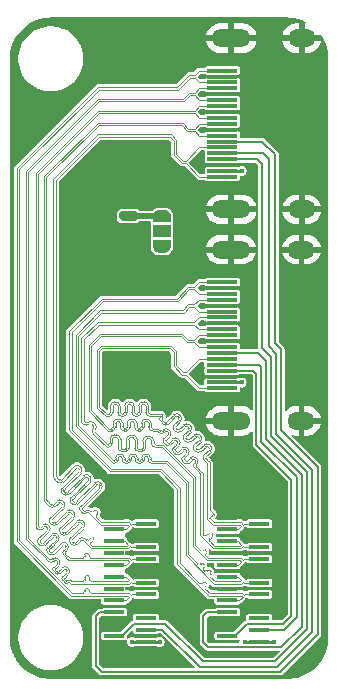
<source format=gbr>
G04 #@! TF.GenerationSoftware,KiCad,Pcbnew,8.0.4*
G04 #@! TF.CreationDate,2025-01-13T22:16:17-08:00*
G04 #@! TF.ProjectId,CSI_HDMI_Passthrough_receiver_noRetimer,4353495f-4844-44d4-995f-506173737468,rev?*
G04 #@! TF.SameCoordinates,Original*
G04 #@! TF.FileFunction,Copper,L1,Top*
G04 #@! TF.FilePolarity,Positive*
%FSLAX46Y46*%
G04 Gerber Fmt 4.6, Leading zero omitted, Abs format (unit mm)*
G04 Created by KiCad (PCBNEW 8.0.4) date 2025-01-13 22:16:17*
%MOMM*%
%LPD*%
G01*
G04 APERTURE LIST*
G04 #@! TA.AperFunction,SMDPad,CuDef*
%ADD10R,2.600000X0.300000*%
G04 #@! TD*
G04 #@! TA.AperFunction,ComponentPad*
%ADD11O,3.300000X1.500000*%
G04 #@! TD*
G04 #@! TA.AperFunction,ComponentPad*
%ADD12O,2.300000X1.500000*%
G04 #@! TD*
G04 #@! TA.AperFunction,SMDPad,CuDef*
%ADD13R,1.800000X0.300000*%
G04 #@! TD*
G04 #@! TA.AperFunction,SMDPad,CuDef*
%ADD14R,1.500000X1.000000*%
G04 #@! TD*
G04 #@! TA.AperFunction,ViaPad*
%ADD15C,0.450000*%
G04 #@! TD*
G04 #@! TA.AperFunction,Conductor*
%ADD16C,0.500000*%
G04 #@! TD*
G04 #@! TA.AperFunction,Conductor*
%ADD17C,0.250000*%
G04 #@! TD*
G04 #@! TA.AperFunction,Conductor*
%ADD18C,0.100000*%
G04 #@! TD*
G04 #@! TA.AperFunction,Conductor*
%ADD19C,0.200000*%
G04 #@! TD*
G04 APERTURE END LIST*
D10*
G04 #@! TO.P,J4,1,D2+*
G04 #@! TO.N,CAM2_D3_P*
X161515000Y-80000000D03*
G04 #@! TO.P,J4,2,D2S*
G04 #@! TO.N,GND*
X161515000Y-80500000D03*
G04 #@! TO.P,J4,3,D2-*
G04 #@! TO.N,CAM2_D3_N*
X161515000Y-81000000D03*
G04 #@! TO.P,J4,4,D1+*
G04 #@! TO.N,CAM2_D2_P*
X161515000Y-81500000D03*
G04 #@! TO.P,J4,5,D1S*
G04 #@! TO.N,GND*
X161515000Y-82000000D03*
G04 #@! TO.P,J4,6,D1-*
G04 #@! TO.N,CAM2_D2_N*
X161515000Y-82500000D03*
G04 #@! TO.P,J4,7,D0+*
G04 #@! TO.N,CAM2_CLK_P*
X161515000Y-83000000D03*
G04 #@! TO.P,J4,8,D0S*
G04 #@! TO.N,GND*
X161515000Y-83500000D03*
G04 #@! TO.P,J4,9,D0-*
G04 #@! TO.N,CAM2_CLK_N*
X161515000Y-84000000D03*
G04 #@! TO.P,J4,10,CK+*
G04 #@! TO.N,CAM2_D1_P*
X161515000Y-84500000D03*
G04 #@! TO.P,J4,11,CKS*
G04 #@! TO.N,GND*
X161515000Y-85000000D03*
G04 #@! TO.P,J4,12,CK-*
G04 #@! TO.N,CAM2_D1_N*
X161515000Y-85500000D03*
G04 #@! TO.P,J4,13,CEC*
G04 #@! TO.N,CAM2_EN*
X161515000Y-86000000D03*
G04 #@! TO.P,J4,14,UTILITY/HEAC+*
G04 #@! TO.N,CAM2_D0_P*
X161515000Y-86500000D03*
G04 #@! TO.P,J4,15,SCL*
G04 #@! TO.N,SCL2_3V3*
X161515000Y-87000000D03*
G04 #@! TO.P,J4,16,SDA*
G04 #@! TO.N,SDA2_3V3*
X161515000Y-87500000D03*
G04 #@! TO.P,J4,17,GND*
G04 #@! TO.N,GND*
X161515000Y-88000000D03*
G04 #@! TO.P,J4,18,+5V*
G04 #@! TO.N,Net-(J2-+5V)*
X161515000Y-88500000D03*
G04 #@! TO.P,J4,19,HPD/HEAC-*
G04 #@! TO.N,CAM2_D0_N*
X161515000Y-89000000D03*
D11*
G04 #@! TO.P,J4,SH,SH*
G04 #@! TO.N,GND*
X162275000Y-77250000D03*
X162275000Y-91750000D03*
D12*
X168235000Y-77250000D03*
X168235000Y-91750000D03*
G04 #@! TD*
D13*
G04 #@! TO.P,J1,1,Pin_1*
G04 #@! TO.N,GND*
X152350000Y-117850000D03*
G04 #@! TO.P,J1,2,Pin_2*
G04 #@! TO.N,CAM2_D0_N*
X155050000Y-118350000D03*
G04 #@! TO.P,J1,3,Pin_3*
G04 #@! TO.N,CAM2_D0_P*
X152350000Y-118850000D03*
G04 #@! TO.P,J1,4,Pin_4*
G04 #@! TO.N,GND*
X155050000Y-119350000D03*
G04 #@! TO.P,J1,5,Pin_5*
G04 #@! TO.N,CAM2_D1_N*
X152350000Y-119850000D03*
G04 #@! TO.P,J1,6,Pin_6*
G04 #@! TO.N,CAM2_D1_P*
X155050000Y-120350000D03*
G04 #@! TO.P,J1,7,Pin_7*
G04 #@! TO.N,GND*
X152350000Y-120850000D03*
G04 #@! TO.P,J1,8,Pin_8*
G04 #@! TO.N,CAM2_CLK_N*
X155050000Y-121350000D03*
G04 #@! TO.P,J1,9,Pin_9*
G04 #@! TO.N,CAM2_CLK_P*
X152350000Y-121850000D03*
G04 #@! TO.P,J1,10,Pin_10*
G04 #@! TO.N,GND*
X155050000Y-122350000D03*
G04 #@! TO.P,J1,11,Pin_11*
G04 #@! TO.N,CAM2_D2_N*
X152350000Y-122850000D03*
G04 #@! TO.P,J1,12,Pin_12*
G04 #@! TO.N,CAM2_D2_P*
X155050000Y-123350000D03*
G04 #@! TO.P,J1,13,Pin_13*
G04 #@! TO.N,GND*
X152350000Y-123850000D03*
G04 #@! TO.P,J1,14,Pin_14*
G04 #@! TO.N,CAM2_D3_N*
X155050000Y-124350000D03*
G04 #@! TO.P,J1,15,Pin_15*
G04 #@! TO.N,CAM2_D3_P*
X152350000Y-124850000D03*
G04 #@! TO.P,J1,16,Pin_16*
G04 #@! TO.N,GND*
X155050000Y-125350000D03*
G04 #@! TO.P,J1,17,Pin_17*
G04 #@! TO.N,CAM2_EN*
X152350000Y-125850000D03*
G04 #@! TO.P,J1,18,Pin_18*
G04 #@! TO.N,unconnected-(J1-Pin_18-Pad18)*
X155050000Y-126350000D03*
G04 #@! TO.P,J1,19,Pin_19*
G04 #@! TO.N,GND*
X152350000Y-126850000D03*
G04 #@! TO.P,J1,20,Pin_20*
G04 #@! TO.N,SCL2_3V3*
X155050000Y-127350000D03*
G04 #@! TO.P,J1,21,Pin_21*
G04 #@! TO.N,SDA2_3V3*
X152350000Y-127850000D03*
G04 #@! TO.P,J1,22,Pin_22*
G04 #@! TO.N,+3V3*
X155050000Y-128350000D03*
G04 #@! TO.P,J1,MP,Shield*
G04 #@! TO.N,GND*
X152350000Y-129350000D03*
X155050000Y-129350000D03*
X152350000Y-116850000D03*
X155050000Y-116850000D03*
G04 #@! TD*
D10*
G04 #@! TO.P,J2,1,D2+*
G04 #@! TO.N,CAM_D3_P*
X161500000Y-97900000D03*
G04 #@! TO.P,J2,2,D2S*
G04 #@! TO.N,GND*
X161500000Y-98400000D03*
G04 #@! TO.P,J2,3,D2-*
G04 #@! TO.N,CAM_D3_N*
X161500000Y-98900000D03*
G04 #@! TO.P,J2,4,D1+*
G04 #@! TO.N,CAM_D2_P*
X161500000Y-99400000D03*
G04 #@! TO.P,J2,5,D1S*
G04 #@! TO.N,GND*
X161500000Y-99900000D03*
G04 #@! TO.P,J2,6,D1-*
G04 #@! TO.N,CAM_D2_N*
X161500000Y-100400000D03*
G04 #@! TO.P,J2,7,D0+*
G04 #@! TO.N,CAM_CLK_P*
X161500000Y-100900000D03*
G04 #@! TO.P,J2,8,D0S*
G04 #@! TO.N,GND*
X161500000Y-101400000D03*
G04 #@! TO.P,J2,9,D0-*
G04 #@! TO.N,CAM_CLK_N*
X161500000Y-101900000D03*
G04 #@! TO.P,J2,10,CK+*
G04 #@! TO.N,CAM_D1_P*
X161500000Y-102400000D03*
G04 #@! TO.P,J2,11,CKS*
G04 #@! TO.N,GND*
X161500000Y-102900000D03*
G04 #@! TO.P,J2,12,CK-*
G04 #@! TO.N,CAM_D1_N*
X161500000Y-103400000D03*
G04 #@! TO.P,J2,13,CEC*
G04 #@! TO.N,CAM_EN*
X161500000Y-103900000D03*
G04 #@! TO.P,J2,14,UTILITY/HEAC+*
G04 #@! TO.N,CAM_D0_P*
X161500000Y-104400000D03*
G04 #@! TO.P,J2,15,SCL*
G04 #@! TO.N,SCL_3V3*
X161500000Y-104900000D03*
G04 #@! TO.P,J2,16,SDA*
G04 #@! TO.N,SDA_3V3*
X161500000Y-105400000D03*
G04 #@! TO.P,J2,17,GND*
G04 #@! TO.N,GND*
X161500000Y-105900000D03*
G04 #@! TO.P,J2,18,+5V*
G04 #@! TO.N,Net-(J2-+5V)*
X161500000Y-106400000D03*
G04 #@! TO.P,J2,19,HPD/HEAC-*
G04 #@! TO.N,CAM_D0_N*
X161500000Y-106900000D03*
D11*
G04 #@! TO.P,J2,SH,SH*
G04 #@! TO.N,GND*
X162260000Y-95150000D03*
X162260000Y-109650000D03*
D12*
X168220000Y-95150000D03*
X168220000Y-109650000D03*
G04 #@! TD*
D13*
G04 #@! TO.P,J3,1,Pin_1*
G04 #@! TO.N,GND*
X161950000Y-117850000D03*
G04 #@! TO.P,J3,2,Pin_2*
G04 #@! TO.N,CAM_D0_N*
X164650000Y-118350000D03*
G04 #@! TO.P,J3,3,Pin_3*
G04 #@! TO.N,CAM_D0_P*
X161950000Y-118850000D03*
G04 #@! TO.P,J3,4,Pin_4*
G04 #@! TO.N,GND*
X164650000Y-119350000D03*
G04 #@! TO.P,J3,5,Pin_5*
G04 #@! TO.N,CAM_D1_N*
X161950000Y-119850000D03*
G04 #@! TO.P,J3,6,Pin_6*
G04 #@! TO.N,CAM_D1_P*
X164650000Y-120350000D03*
G04 #@! TO.P,J3,7,Pin_7*
G04 #@! TO.N,GND*
X161950000Y-120850000D03*
G04 #@! TO.P,J3,8,Pin_8*
G04 #@! TO.N,CAM_CLK_N*
X164650000Y-121350000D03*
G04 #@! TO.P,J3,9,Pin_9*
G04 #@! TO.N,CAM_CLK_P*
X161950000Y-121850000D03*
G04 #@! TO.P,J3,10,Pin_10*
G04 #@! TO.N,GND*
X164650000Y-122350000D03*
G04 #@! TO.P,J3,11,Pin_11*
G04 #@! TO.N,CAM_D2_N*
X161950000Y-122850000D03*
G04 #@! TO.P,J3,12,Pin_12*
G04 #@! TO.N,CAM_D2_P*
X164650000Y-123350000D03*
G04 #@! TO.P,J3,13,Pin_13*
G04 #@! TO.N,GND*
X161950000Y-123850000D03*
G04 #@! TO.P,J3,14,Pin_14*
G04 #@! TO.N,CAM_D3_N*
X164650000Y-124350000D03*
G04 #@! TO.P,J3,15,Pin_15*
G04 #@! TO.N,CAM_D3_P*
X161950000Y-124850000D03*
G04 #@! TO.P,J3,16,Pin_16*
G04 #@! TO.N,GND*
X164650000Y-125350000D03*
G04 #@! TO.P,J3,17,Pin_17*
G04 #@! TO.N,CAM_EN*
X161950000Y-125850000D03*
G04 #@! TO.P,J3,18,Pin_18*
G04 #@! TO.N,unconnected-(J3-Pin_18-Pad18)*
X164650000Y-126350000D03*
G04 #@! TO.P,J3,19,Pin_19*
G04 #@! TO.N,GND*
X161950000Y-126850000D03*
G04 #@! TO.P,J3,20,Pin_20*
G04 #@! TO.N,SCL_3V3*
X164650000Y-127350000D03*
G04 #@! TO.P,J3,21,Pin_21*
G04 #@! TO.N,SDA_3V3*
X161950000Y-127850000D03*
G04 #@! TO.P,J3,22,Pin_22*
G04 #@! TO.N,+3V3*
X164650000Y-128350000D03*
G04 #@! TO.P,J3,MP,Shield*
G04 #@! TO.N,GND*
X161950000Y-129350000D03*
X164650000Y-129350000D03*
X161950000Y-116850000D03*
X164650000Y-116850000D03*
G04 #@! TD*
G04 #@! TA.AperFunction,SMDPad,CuDef*
G04 #@! TO.P,JP2,1,A*
G04 #@! TO.N,+3V3*
G36*
X157150000Y-94350000D02*
G01*
X157150000Y-94900000D01*
X157144911Y-94900000D01*
X157144911Y-94971157D01*
X157104816Y-95107708D01*
X157027875Y-95227430D01*
X156920320Y-95320627D01*
X156790866Y-95379746D01*
X156650000Y-95400000D01*
X156150000Y-95400000D01*
X156009134Y-95379746D01*
X155879680Y-95320627D01*
X155772125Y-95227430D01*
X155695184Y-95107708D01*
X155655089Y-94971157D01*
X155655089Y-94900000D01*
X155650000Y-94900000D01*
X155650000Y-94350000D01*
X157150000Y-94350000D01*
G37*
G04 #@! TD.AperFunction*
D14*
G04 #@! TO.P,JP2,2,C*
G04 #@! TO.N,Net-(J2-+5V)*
X156400000Y-93600000D03*
G04 #@! TA.AperFunction,SMDPad,CuDef*
G04 #@! TO.P,JP2,3,B*
G04 #@! TO.N,VCC*
G36*
X155655089Y-92300000D02*
G01*
X155655089Y-92228843D01*
X155695184Y-92092292D01*
X155772125Y-91972570D01*
X155879680Y-91879373D01*
X156009134Y-91820254D01*
X156150000Y-91800000D01*
X156650000Y-91800000D01*
X156790866Y-91820254D01*
X156920320Y-91879373D01*
X157027875Y-91972570D01*
X157104816Y-92092292D01*
X157144911Y-92228843D01*
X157144911Y-92300000D01*
X157150000Y-92300000D01*
X157150000Y-92850000D01*
X155650000Y-92850000D01*
X155650000Y-92300000D01*
X155655089Y-92300000D01*
G37*
G04 #@! TD.AperFunction*
G04 #@! TD*
G04 #@! TO.P,J5,MP,Shield*
G04 #@! TO.N,GND*
G04 #@! TA.AperFunction,SMDPad,CuDef*
G36*
G01*
X149450001Y-95050000D02*
X151949999Y-95050000D01*
G75*
G02*
X152200000Y-95300001I0J-250001D01*
G01*
X152200000Y-96899999D01*
G75*
G02*
X151949999Y-97150000I-250001J0D01*
G01*
X149450001Y-97150000D01*
G75*
G02*
X149200000Y-96899999I0J250001D01*
G01*
X149200000Y-95300001D01*
G75*
G02*
X149450001Y-95050000I250001J0D01*
G01*
G37*
G04 #@! TD.AperFunction*
G04 #@! TA.AperFunction,SMDPad,CuDef*
G36*
G01*
X149450001Y-88700000D02*
X151949999Y-88700000D01*
G75*
G02*
X152200000Y-88950001I0J-250001D01*
G01*
X152200000Y-90549999D01*
G75*
G02*
X151949999Y-90800000I-250001J0D01*
G01*
X149450001Y-90800000D01*
G75*
G02*
X149200000Y-90549999I0J250001D01*
G01*
X149200000Y-88950001D01*
G75*
G02*
X149450001Y-88700000I250001J0D01*
G01*
G37*
G04 #@! TD.AperFunction*
G04 #@! TO.P,J5,2,Pin_2*
G04 #@! TA.AperFunction,SMDPad,CuDef*
G36*
G01*
X153000000Y-93150000D02*
X154200000Y-93150000D01*
G75*
G02*
X154400000Y-93350000I0J-200000D01*
G01*
X154400000Y-93750000D01*
G75*
G02*
X154200000Y-93950000I-200000J0D01*
G01*
X153000000Y-93950000D01*
G75*
G02*
X152800000Y-93750000I0J200000D01*
G01*
X152800000Y-93350000D01*
G75*
G02*
X153000000Y-93150000I200000J0D01*
G01*
G37*
G04 #@! TD.AperFunction*
G04 #@! TO.P,J5,1,Pin_1*
G04 #@! TO.N,VCC*
G04 #@! TA.AperFunction,SMDPad,CuDef*
G36*
G01*
X153000000Y-91900000D02*
X154200000Y-91900000D01*
G75*
G02*
X154400000Y-92100000I0J-200000D01*
G01*
X154400000Y-92500000D01*
G75*
G02*
X154200000Y-92700000I-200000J0D01*
G01*
X153000000Y-92700000D01*
G75*
G02*
X152800000Y-92500000I0J200000D01*
G01*
X152800000Y-92100000D01*
G75*
G02*
X153000000Y-91900000I200000J0D01*
G01*
G37*
G04 #@! TD.AperFunction*
G04 #@! TD*
D15*
G04 #@! TO.N,GND*
X155050000Y-116400000D03*
X152350000Y-116400000D03*
X164650000Y-116350000D03*
X161950000Y-116350000D03*
X155050000Y-129850000D03*
X152350000Y-129850000D03*
X153650000Y-117550000D03*
X153850000Y-119350000D03*
X153850000Y-120850000D03*
X153850000Y-122350000D03*
X153800000Y-125350000D03*
X153450000Y-126450000D03*
X154800000Y-93550000D03*
X152350000Y-93550000D03*
X156650000Y-117500000D03*
X163200000Y-80500000D03*
X163200000Y-102900000D03*
X156650000Y-118350000D03*
X166350000Y-117500000D03*
X156650000Y-119350000D03*
X163800000Y-88100000D03*
X159900000Y-99900000D03*
X159900000Y-101400000D03*
X160750000Y-126850000D03*
X163250000Y-117450000D03*
X159900000Y-105900000D03*
X163450000Y-119350000D03*
X163250000Y-126350000D03*
X163200000Y-98400000D03*
X163450000Y-122350000D03*
X163200000Y-99900000D03*
X156650000Y-120850000D03*
X163450000Y-123850000D03*
X159900000Y-82000000D03*
X159800000Y-88000000D03*
X159900000Y-83500000D03*
X163200000Y-101400000D03*
X166350000Y-125350000D03*
X166350000Y-118350000D03*
X156650000Y-125350000D03*
X156650000Y-122350000D03*
X153600000Y-94400000D03*
X163200000Y-82000000D03*
X166350000Y-119350000D03*
X166350000Y-122350000D03*
X159900000Y-80500000D03*
X166350000Y-123850000D03*
X159900000Y-85000000D03*
X163200000Y-83500000D03*
X166350000Y-120850000D03*
X163200000Y-85000000D03*
X159900000Y-98400000D03*
X156650000Y-123850000D03*
X159900000Y-102900000D03*
X163800000Y-106100000D03*
X163400000Y-125350000D03*
G04 #@! TO.N,+3V3*
X153850000Y-128350000D03*
X163400000Y-128350000D03*
X156400000Y-94900000D03*
X165900000Y-128350000D03*
X156200000Y-128350000D03*
G04 #@! TO.N,Net-(J2-+5V)*
X163150000Y-106400000D03*
X163150000Y-88500000D03*
X156400000Y-93600000D03*
G04 #@! TD*
D16*
G04 #@! TO.N,VCC*
X153600000Y-92300000D02*
X156400000Y-92300000D01*
D17*
G04 #@! TO.N,+3V3*
X153850000Y-128350000D02*
X156200000Y-128350000D01*
X165900000Y-128350000D02*
X163400000Y-128350000D01*
D18*
G04 #@! TO.N,CAM_D0_P*
X159225142Y-112216563D02*
X159225141Y-112216562D01*
X155506039Y-109275000D02*
X156283578Y-109275000D01*
X155046039Y-108383458D02*
X155046039Y-108935000D01*
X151906039Y-109275000D02*
X151633578Y-109275000D01*
X157593578Y-103758578D02*
X157593578Y-104958578D01*
X154646039Y-108935000D02*
X154646039Y-108383458D01*
X160250000Y-113241422D02*
X160250000Y-114118414D01*
X160250000Y-117991422D02*
X160708576Y-118449998D01*
X158596775Y-110129635D02*
X158681628Y-110214488D01*
X158376613Y-111368034D02*
X158376612Y-111368033D01*
X156919971Y-109911392D02*
X156990682Y-109840681D01*
X150900000Y-108541422D02*
X150900000Y-103658578D01*
X156283578Y-109699263D02*
X156531063Y-109946748D01*
X156283578Y-109275000D02*
X156283578Y-109274999D01*
X156884616Y-109946748D02*
X156919971Y-109911392D01*
X163129289Y-118570711D02*
X162850000Y-118850000D01*
X160293850Y-111826676D02*
X160378703Y-111911529D01*
X159445330Y-110978138D02*
X159530183Y-111062991D01*
X160250000Y-114118414D02*
X160250000Y-117991422D01*
X157135000Y-103300000D02*
X157593578Y-103758578D01*
X159705975Y-112216564D02*
X160095860Y-111826676D01*
X151258578Y-103300000D02*
X157135000Y-103300000D01*
X158008917Y-110519506D02*
X158398785Y-110129635D01*
X154786039Y-108243458D02*
X154906039Y-108243458D01*
X152986039Y-109275000D02*
X153106039Y-109275000D01*
X160073671Y-113065092D02*
X160250000Y-113241422D01*
X162850000Y-118850000D02*
X161950000Y-118850000D01*
X158291758Y-111283180D02*
X158376613Y-111368034D01*
X154186039Y-109275000D02*
X154306039Y-109275000D01*
X160708576Y-118449998D02*
X163008576Y-118449998D01*
X156990683Y-109840683D02*
X157089678Y-109741688D01*
X159988816Y-112980238D02*
X160073671Y-113065092D01*
X157160390Y-109670979D02*
X157550250Y-109281116D01*
X157089678Y-109741688D02*
X157160390Y-109670979D01*
X156990682Y-109840681D02*
X156990683Y-109840683D01*
X153846039Y-108383458D02*
X153846039Y-108935000D01*
X153586039Y-108243458D02*
X153706039Y-108243458D01*
X159549999Y-104400000D02*
X161500000Y-104400000D01*
X152646039Y-108383458D02*
X152646039Y-108935000D01*
X151633578Y-109275000D02*
X150900000Y-108541422D01*
X157528085Y-110519506D02*
X157528083Y-110519504D01*
X152246039Y-108935000D02*
X152246039Y-108383458D01*
X158399999Y-105550000D02*
X159549999Y-104400000D01*
X157833092Y-109563958D02*
X157443231Y-109953820D01*
X158857446Y-111368035D02*
X159247340Y-110978138D01*
X153446039Y-108935000D02*
X153446039Y-108383458D01*
X157748240Y-109281116D02*
X157833092Y-109365968D01*
X158681628Y-110412478D02*
X158291759Y-110802348D01*
X155386039Y-109275000D02*
X155506039Y-109275000D01*
X159530183Y-111260981D02*
X159140288Y-111650877D01*
X159140287Y-112131709D02*
X159225142Y-112216563D01*
X152386039Y-108243458D02*
X152506039Y-108243458D01*
X160378703Y-112109519D02*
X159988817Y-112499406D01*
X163008576Y-118449998D02*
X163129289Y-118570711D01*
X150900000Y-103658578D02*
X151258578Y-103300000D01*
X158185000Y-105550000D02*
X158399999Y-105550000D01*
X157593578Y-104958578D02*
X158185000Y-105550000D01*
X157443231Y-110434652D02*
X157528085Y-110519506D01*
X153446039Y-108383458D02*
G75*
G02*
X153586039Y-108243539I139961J-42D01*
G01*
X156531063Y-109946748D02*
G75*
G03*
X156884616Y-109946749I176777J176777D01*
G01*
X157528083Y-110519504D02*
G75*
G03*
X158008916Y-110519505I240417J240404D01*
G01*
X153706039Y-108243458D02*
G75*
G02*
X153846042Y-108383458I-39J-140042D01*
G01*
X159530183Y-111062991D02*
G75*
G02*
X159530197Y-111260995I-98983J-99009D01*
G01*
X159225141Y-112216562D02*
G75*
G03*
X159706016Y-112216605I240459J240462D01*
G01*
X154646039Y-108383458D02*
G75*
G02*
X154786039Y-108243539I139961J-42D01*
G01*
X152506039Y-108243458D02*
G75*
G02*
X152646042Y-108383458I-39J-140042D01*
G01*
X158681628Y-110214488D02*
G75*
G02*
X158681645Y-110412495I-99028J-99012D01*
G01*
X154306039Y-109275000D02*
G75*
G03*
X154646000Y-108935000I-39J340000D01*
G01*
X155046039Y-108935000D02*
G75*
G03*
X155386039Y-109274961I339961J0D01*
G01*
X156283578Y-109274999D02*
G75*
G02*
X156283624Y-109345755I-35378J-35401D01*
G01*
X159988817Y-112499406D02*
G75*
G03*
X159988838Y-112980215I240383J-240394D01*
G01*
X157833092Y-109365968D02*
G75*
G02*
X157833129Y-109563995I-98992J-99032D01*
G01*
X153106039Y-109275000D02*
G75*
G03*
X153446000Y-108935000I-39J340000D01*
G01*
X159247340Y-110978138D02*
G75*
G02*
X159445330Y-110978138I98995J-98995D01*
G01*
X152646039Y-108935000D02*
G75*
G03*
X152986039Y-109274961I339961J0D01*
G01*
X159140288Y-111650877D02*
G75*
G03*
X159140280Y-112131716I240412J-240423D01*
G01*
X160095860Y-111826676D02*
G75*
G02*
X160293850Y-111826676I98995J-98995D01*
G01*
X151906039Y-109275000D02*
G75*
G03*
X152246000Y-108935000I-39J340000D01*
G01*
X157443231Y-109953820D02*
G75*
G03*
X157443267Y-110434616I240369J-240380D01*
G01*
X158398785Y-110129635D02*
G75*
G02*
X158596775Y-110129635I98995J-98995D01*
G01*
X153846039Y-108935000D02*
G75*
G03*
X154186039Y-109274961I339961J0D01*
G01*
X156283578Y-109345710D02*
G75*
G03*
X156283564Y-109699276I176822J-176790D01*
G01*
X154906039Y-108243458D02*
G75*
G02*
X155046042Y-108383458I-39J-140042D01*
G01*
X158376612Y-111368033D02*
G75*
G03*
X158857416Y-111368005I240388J240433D01*
G01*
X160378703Y-111911529D02*
G75*
G02*
X160378679Y-112109495I-99003J-98971D01*
G01*
X158291759Y-110802348D02*
G75*
G03*
X158291722Y-111283215I240441J-240452D01*
G01*
X152246039Y-108383458D02*
G75*
G02*
X152386039Y-108243539I139961J-42D01*
G01*
X157550250Y-109281116D02*
G75*
G02*
X157748240Y-109281116I98995J-98995D01*
G01*
G04 #@! TO.N,CAM_CLK_P*
X152946422Y-112200000D02*
X153346422Y-112200000D01*
X153596422Y-111950000D02*
X153596422Y-111900000D01*
X149759771Y-109926193D02*
X149590817Y-109757239D01*
X156016422Y-111900000D02*
X156300000Y-111900000D01*
X160208580Y-121450002D02*
X163008580Y-121450002D01*
X163129289Y-121570711D02*
X162850000Y-121850000D01*
X151733578Y-111900000D02*
X151816422Y-111900000D01*
X154096422Y-111237805D02*
X154096422Y-111700000D01*
X150603458Y-110769880D02*
X150749720Y-110916142D01*
X153776422Y-111057805D02*
X153916422Y-111057805D01*
X153596422Y-111900000D02*
X153596422Y-111237805D01*
X159549999Y-100900000D02*
X161500000Y-100900000D01*
X150958578Y-101300000D02*
X159149999Y-101300000D01*
X154096422Y-111700000D02*
X154096422Y-111950000D01*
X163008580Y-121450002D02*
X163129289Y-121570711D01*
X154996422Y-111950000D02*
X154996422Y-111900000D01*
X152196422Y-111520000D02*
X152196422Y-111208175D01*
X155876422Y-111900000D02*
X156016422Y-111900000D01*
X156300000Y-111900000D02*
X156408578Y-111900000D01*
X152376422Y-111028175D02*
X152516422Y-111028175D01*
X149759771Y-109926193D02*
X149759770Y-109926191D01*
X152696422Y-111208175D02*
X152696422Y-111520000D01*
X155176422Y-111137080D02*
X155316422Y-111137080D01*
X149590817Y-109757239D02*
X149590817Y-102667761D01*
X159000000Y-120241422D02*
X160208580Y-121450002D01*
X156408578Y-111900000D02*
X159000000Y-114491422D01*
X154346422Y-112200000D02*
X154746422Y-112200000D01*
X149590817Y-102667761D02*
X150958578Y-101300000D01*
X159000000Y-114491422D02*
X159000000Y-120241422D01*
X150749720Y-110916142D02*
X151733578Y-111900000D01*
X162850000Y-121850000D02*
X161950000Y-121850000D01*
X150457198Y-109926192D02*
X150603458Y-110072452D01*
X152696422Y-111520000D02*
X152696422Y-111950000D01*
X159149999Y-101300000D02*
X159549999Y-100900000D01*
X155496422Y-111317080D02*
X155496422Y-111520000D01*
X154996422Y-111900000D02*
X154996422Y-111317080D01*
X153916422Y-111057805D02*
G75*
G02*
X154096395Y-111237805I-22J-179995D01*
G01*
X151816422Y-111900000D02*
G75*
G03*
X152196400Y-111520000I-22J380000D01*
G01*
X150603458Y-110072452D02*
G75*
G02*
X150603459Y-110279746I-103658J-103648D01*
G01*
X154996422Y-111317080D02*
G75*
G02*
X155176422Y-111137122I179978J-20D01*
G01*
X152516422Y-111028175D02*
G75*
G02*
X152696425Y-111208175I-22J-180025D01*
G01*
X155316422Y-111137080D02*
G75*
G02*
X155496420Y-111317080I-22J-180020D01*
G01*
X150603459Y-110279746D02*
G75*
G03*
X150603471Y-110769866I245041J-245054D01*
G01*
X154096422Y-111950000D02*
G75*
G03*
X154346422Y-112199978I249978J0D01*
G01*
X155496422Y-111520000D02*
G75*
G03*
X155876422Y-111899978I379978J0D01*
G01*
X153346422Y-112200000D02*
G75*
G03*
X153596400Y-111950000I-22J250000D01*
G01*
X153596422Y-111237805D02*
G75*
G02*
X153776422Y-111057822I179978J5D01*
G01*
X152196422Y-111208175D02*
G75*
G02*
X152376422Y-111028222I179978J-25D01*
G01*
X150249906Y-109926192D02*
G75*
G02*
X150457198Y-109926192I103646J-103645D01*
G01*
X149759770Y-109926191D02*
G75*
G03*
X150249868Y-109926154I245030J245091D01*
G01*
X152696422Y-111950000D02*
G75*
G03*
X152946422Y-112199978I249978J0D01*
G01*
X154746422Y-112200000D02*
G75*
G03*
X154996400Y-111950000I-22J250000D01*
G01*
G04 #@! TO.N,CAM_D3_N*
X148750000Y-110383578D02*
X148750000Y-102141422D01*
X163450000Y-124350000D02*
X163370711Y-124429289D01*
X157735000Y-99500000D02*
X158735000Y-98500000D01*
X157900000Y-115308578D02*
X156291422Y-113700000D01*
X159893016Y-123319535D02*
X159800981Y-123411569D01*
X160441424Y-124250002D02*
X160048470Y-123857048D01*
X160048470Y-123659058D02*
X160140504Y-123567023D01*
X156291422Y-113700000D02*
X152066422Y-113700000D01*
X159149999Y-98500000D02*
X159549999Y-98900000D01*
X159602991Y-123411569D02*
X159553495Y-123362073D01*
X159553495Y-123362073D02*
X159275000Y-123083578D01*
X164650000Y-124350000D02*
X163450000Y-124350000D01*
X152066422Y-113700000D02*
X148750000Y-110383578D01*
X148750000Y-102141422D02*
X151391422Y-99500000D01*
X160140504Y-123369033D02*
X160091006Y-123319535D01*
X159549999Y-98900000D02*
X161500000Y-98900000D01*
X158735000Y-98500000D02*
X159149999Y-98500000D01*
X151391422Y-99500000D02*
X157735000Y-99500000D01*
X163370711Y-124429289D02*
X163191424Y-124250002D01*
X163191424Y-124250002D02*
X160441424Y-124250002D01*
X159275000Y-123083578D02*
X157900000Y-121708578D01*
X157900000Y-121708578D02*
X157900000Y-115308578D01*
X160048470Y-123857048D02*
G75*
G02*
X160048517Y-123659105I99030J98948D01*
G01*
X160140504Y-123567023D02*
G75*
G03*
X160140532Y-123369005I-99004J99023D01*
G01*
X159800981Y-123411569D02*
G75*
G02*
X159602991Y-123411569I-98995J98995D01*
G01*
X160091006Y-123319535D02*
G75*
G03*
X159893016Y-123319535I-98995J-98995D01*
G01*
G04 #@! TO.N,CAM_CLK_N*
X151996422Y-111520000D02*
X151996422Y-111208175D01*
X159850400Y-120572648D02*
X159845372Y-120577675D01*
X152896422Y-111520000D02*
X152896422Y-111950000D01*
X159200000Y-114408578D02*
X156491422Y-111700000D01*
X164650000Y-121350000D02*
X163350000Y-121350000D01*
X149901193Y-109784771D02*
X149901191Y-109784770D01*
X155876422Y-111700000D02*
X156016422Y-111700000D01*
X163270711Y-121429289D02*
X163091424Y-121250002D01*
X153396422Y-111950000D02*
X153396422Y-111900000D01*
X154796422Y-111950000D02*
X154796422Y-111900000D01*
X159562530Y-120521108D02*
X159495711Y-120454289D01*
X163350000Y-121350000D02*
X163270711Y-121429289D01*
X153776422Y-110857805D02*
X153916422Y-110857805D01*
X152376422Y-110828175D02*
X152516422Y-110828175D01*
X159549999Y-101900000D02*
X161500000Y-101900000D01*
X160291424Y-121250002D02*
X160128216Y-121086794D01*
X150744881Y-110628460D02*
X150891142Y-110774720D01*
X160133243Y-120629217D02*
X160076674Y-120572648D01*
X149790817Y-109674395D02*
X149790817Y-102750605D01*
X152896422Y-111208175D02*
X152896422Y-111520000D01*
X151041422Y-101500000D02*
X159149999Y-101500000D01*
X152946422Y-112000000D02*
X153346422Y-112000000D01*
X156491422Y-111700000D02*
X156300000Y-111700000D01*
X150598621Y-109784772D02*
X150744881Y-109931032D01*
X154296422Y-111700000D02*
X154296422Y-111950000D01*
X159619098Y-120577675D02*
X159562530Y-120521108D01*
X155176422Y-110937080D02*
X155316422Y-110937080D01*
X154296422Y-111237805D02*
X154296422Y-111700000D01*
X159495711Y-120454289D02*
X159200000Y-120158578D01*
X149790817Y-102750605D02*
X151041422Y-101500000D01*
X159149999Y-101500000D02*
X159549999Y-101900000D01*
X163091424Y-121250002D02*
X160291424Y-121250002D01*
X153396422Y-111900000D02*
X153396422Y-111237805D01*
X154796422Y-111900000D02*
X154796422Y-111317080D01*
X149901193Y-109784771D02*
X149790817Y-109674395D01*
X159200000Y-120158578D02*
X159200000Y-114408578D01*
X156016422Y-111700000D02*
X156300000Y-111700000D01*
X150891142Y-110774720D02*
X151816422Y-111700000D01*
X160128216Y-120860519D02*
X160133243Y-120855491D01*
X155696422Y-111317080D02*
X155696422Y-111520000D01*
X154346422Y-112000000D02*
X154746422Y-112000000D01*
X150744881Y-109931032D02*
G75*
G02*
X150744881Y-110421168I-245081J-245068D01*
G01*
X153396422Y-111237805D02*
G75*
G02*
X153776422Y-110857822I379978J5D01*
G01*
X151816422Y-111700000D02*
G75*
G03*
X151996400Y-111520000I-22J180000D01*
G01*
X160133243Y-120855491D02*
G75*
G03*
X160133197Y-120629263I-113143J113091D01*
G01*
X160128216Y-121086794D02*
G75*
G02*
X160128259Y-120860562I113184J113094D01*
G01*
X149901191Y-109784770D02*
G75*
G03*
X150108447Y-109784733I103609J103670D01*
G01*
X154296422Y-111950000D02*
G75*
G03*
X154346422Y-111999978I49978J0D01*
G01*
X152896422Y-111950000D02*
G75*
G03*
X152946422Y-111999978I49978J0D01*
G01*
X150108485Y-109784771D02*
G75*
G02*
X150598669Y-109784724I245115J-245029D01*
G01*
X159845372Y-120577675D02*
G75*
G02*
X159619098Y-120577675I-113137J113137D01*
G01*
X151996422Y-111208175D02*
G75*
G02*
X152376422Y-110828222I379978J-25D01*
G01*
X153916422Y-110857805D02*
G75*
G02*
X154296395Y-111237805I-22J-379995D01*
G01*
X155696422Y-111520000D02*
G75*
G03*
X155876422Y-111699978I179978J0D01*
G01*
X160076674Y-120572648D02*
G75*
G03*
X159850400Y-120572648I-113137J-113137D01*
G01*
X150744881Y-110421168D02*
G75*
G03*
X150744895Y-110628446I103619J-103632D01*
G01*
X154746422Y-112000000D02*
G75*
G03*
X154796400Y-111950000I-22J50000D01*
G01*
X155316422Y-110937080D02*
G75*
G02*
X155696420Y-111317080I-22J-380020D01*
G01*
X154796422Y-111317080D02*
G75*
G02*
X155176422Y-110937122I379978J-20D01*
G01*
X152516422Y-110828175D02*
G75*
G02*
X152896425Y-111208175I-22J-380025D01*
G01*
X153346422Y-112000000D02*
G75*
G03*
X153396400Y-111950000I-22J50000D01*
G01*
G04 #@! TO.N,CAM_D3_P*
X151983578Y-113900000D02*
X148550000Y-110466422D01*
X159549999Y-97900000D02*
X161500000Y-97900000D01*
X162950000Y-124850000D02*
X163229289Y-124570711D01*
X160358580Y-124450002D02*
X157700000Y-121791422D01*
X148550000Y-102058578D02*
X151308578Y-99300000D01*
X161950000Y-124850000D02*
X162950000Y-124850000D01*
X157700000Y-121791422D02*
X157700000Y-115391422D01*
X157700000Y-115391422D02*
X156208578Y-113900000D01*
X151308578Y-99300000D02*
X157652156Y-99300000D01*
X158652156Y-98300000D02*
X159149999Y-98300000D01*
X148550000Y-110466422D02*
X148550000Y-102058578D01*
X163229289Y-124570711D02*
X163108580Y-124450002D01*
X157652156Y-99300000D02*
X158652156Y-98300000D01*
X163108580Y-124450002D02*
X160358580Y-124450002D01*
X156208578Y-113900000D02*
X151983578Y-113900000D01*
X159149999Y-98300000D02*
X159549999Y-97900000D01*
G04 #@! TO.N,CAM_D2_N*
X161950000Y-122850000D02*
X162850000Y-122850000D01*
X160891420Y-123249998D02*
X160484598Y-122843176D01*
X152486422Y-112930000D02*
X152486422Y-112777253D01*
X158235000Y-100500000D02*
X151241422Y-100500000D01*
X154686422Y-112930000D02*
X154686422Y-112777243D01*
X156704145Y-113050000D02*
X156791422Y-113050000D01*
X153906422Y-112457251D02*
X154016422Y-112457251D01*
X149300000Y-102441422D02*
X149300000Y-109983578D01*
X160522590Y-122352634D02*
X160466021Y-122296065D01*
X154456422Y-113050000D02*
X154566422Y-113050000D01*
X151693605Y-112377183D02*
X152366422Y-113050000D01*
X162850000Y-122850000D02*
X163129289Y-123129289D01*
X156791422Y-113050000D02*
X158600000Y-114858578D01*
X159956921Y-121786931D02*
X159900352Y-121730362D01*
X158735000Y-100000000D02*
X158235000Y-100500000D01*
X159918912Y-122051215D02*
X159956921Y-122013205D01*
X153236422Y-112777253D02*
X153236422Y-112930000D01*
X159549999Y-100400000D02*
X159149999Y-100000000D01*
X161500000Y-100400000D02*
X159549999Y-100400000D01*
X158600000Y-120958578D02*
X159025000Y-121383578D01*
X155006422Y-112457243D02*
X155116422Y-112457243D01*
X153586422Y-112930000D02*
X153586422Y-112777251D01*
X153356422Y-113050000D02*
X153466422Y-113050000D01*
X163129289Y-123129289D02*
X163008580Y-123249998D01*
X152806422Y-112457253D02*
X152916422Y-112457253D01*
X155666422Y-113050000D02*
X156704145Y-113050000D01*
X163008580Y-123249998D02*
X160891420Y-123249998D01*
X160239747Y-122296065D02*
X160201754Y-122334057D01*
X154336422Y-112777251D02*
X154336422Y-112930000D01*
X158600000Y-114858578D02*
X158600000Y-120958578D01*
X159409794Y-121768371D02*
X159353226Y-121711804D01*
X149300000Y-109983578D02*
X151693605Y-112377183D01*
X159674078Y-121730362D02*
X159636068Y-121768371D01*
X159975480Y-122334057D02*
X159918912Y-122277490D01*
X159353226Y-121711804D02*
X159025000Y-121383578D01*
X159149999Y-100000000D02*
X158735000Y-100000000D01*
X160484598Y-122616901D02*
X160522590Y-122578908D01*
X155436422Y-112777243D02*
X155436422Y-112930000D01*
X151241422Y-100500000D02*
X149300000Y-102441422D01*
X155556422Y-113050000D02*
X155666422Y-113050000D01*
X160522590Y-122578908D02*
G75*
G03*
X160522561Y-122352663I-113090J113108D01*
G01*
X160484598Y-122843176D02*
G75*
G02*
X160484559Y-122616862I113102J113176D01*
G01*
X152486422Y-112777253D02*
G75*
G02*
X152806422Y-112457322I319978J-47D01*
G01*
X155436422Y-112930000D02*
G75*
G03*
X155556422Y-113049978I119978J0D01*
G01*
X160201754Y-122334057D02*
G75*
G02*
X159975480Y-122334057I-113137J113137D01*
G01*
X154016422Y-112457251D02*
G75*
G02*
X154336449Y-112777251I-22J-320049D01*
G01*
X154566422Y-113050000D02*
G75*
G03*
X154686400Y-112930000I-22J120000D01*
G01*
X154336422Y-112930000D02*
G75*
G03*
X154456422Y-113049978I119978J0D01*
G01*
X160466021Y-122296065D02*
G75*
G03*
X160239747Y-122296065I-113137J-113137D01*
G01*
X153466422Y-113050000D02*
G75*
G03*
X153586400Y-112930000I-22J120000D01*
G01*
X159918912Y-122277490D02*
G75*
G02*
X159918959Y-122051263I113088J113090D01*
G01*
X153236422Y-112930000D02*
G75*
G03*
X153356422Y-113049978I119978J0D01*
G01*
X154686422Y-112777243D02*
G75*
G02*
X155006422Y-112457222I319978J43D01*
G01*
X159956921Y-122013205D02*
G75*
G03*
X159956889Y-121786963I-113121J113105D01*
G01*
X159636068Y-121768371D02*
G75*
G02*
X159409794Y-121768371I-113137J113137D01*
G01*
X152916422Y-112457253D02*
G75*
G02*
X153236447Y-112777253I-22J-320047D01*
G01*
X153586422Y-112777251D02*
G75*
G02*
X153906422Y-112457322I319978J-49D01*
G01*
X152366422Y-113050000D02*
G75*
G03*
X152486400Y-112930000I-22J120000D01*
G01*
X159900352Y-121730362D02*
G75*
G03*
X159674078Y-121730362I-113137J-113137D01*
G01*
X155116422Y-112457243D02*
G75*
G02*
X155436357Y-112777243I-22J-319957D01*
G01*
G04 #@! TO.N,CAM_D1_P*
X156932885Y-110782555D02*
X156838284Y-110877157D01*
X154413963Y-110500000D02*
X154533963Y-110500000D01*
X156576653Y-111492338D02*
X156753429Y-111669114D01*
X161500000Y-102400000D02*
X159549999Y-102400000D01*
X157629177Y-111316625D02*
X157706958Y-111394406D01*
X150200000Y-103258578D02*
X150200000Y-108841422D01*
X158924245Y-112963118D02*
X158977989Y-112909371D01*
X158238352Y-112588351D02*
X158238351Y-112588351D01*
X159149999Y-102800000D02*
X158635000Y-102800000D01*
X156590798Y-110629671D02*
X156685398Y-110535068D01*
X152613963Y-109700000D02*
X152733963Y-109700000D01*
X157706958Y-111564112D02*
X157531246Y-111739825D01*
X154873963Y-110160000D02*
X154873963Y-109840000D01*
X153673963Y-110160000D02*
X153673963Y-109840000D01*
X156682720Y-111032721D02*
X156682719Y-111032719D01*
X154073963Y-109840000D02*
X154073963Y-110160000D01*
X153813963Y-109700000D02*
X153933963Y-109700000D01*
X159225477Y-113156859D02*
X159171732Y-113210605D01*
X163091424Y-120449998D02*
X163270711Y-120270711D01*
X159147695Y-112909371D02*
X159225477Y-112987153D01*
X157213049Y-111563047D02*
X157213048Y-111563048D01*
X158167640Y-112659062D02*
X158132285Y-112694417D01*
X158635000Y-102800000D02*
X158135000Y-102300000D01*
X163270711Y-120270711D02*
X163350000Y-120350000D01*
X158853533Y-113033827D02*
X158924245Y-112963118D01*
X159527262Y-114018684D02*
X159647358Y-114138780D01*
X157460535Y-111810536D02*
X157460535Y-111810535D01*
X158132285Y-113047970D02*
X158309061Y-113224746D01*
X156855104Y-110535068D02*
X156932885Y-110612849D01*
X158768681Y-113118679D02*
X158768680Y-113118680D01*
X156612008Y-111103430D02*
X156576653Y-111138785D01*
X159171731Y-113663153D02*
X159249513Y-113740935D01*
X151858578Y-110500000D02*
X152133963Y-110500000D01*
X155613963Y-110500000D02*
X155733963Y-110500000D01*
X155894709Y-110500000D02*
X156008578Y-110500000D01*
X157920154Y-112411574D02*
X157990865Y-112340863D01*
X158061576Y-112270155D02*
X158229862Y-112101866D01*
X159249513Y-113740935D02*
X159527262Y-114018684D01*
X150200000Y-108841422D02*
X151858578Y-110500000D01*
X158697970Y-113189390D02*
X158768681Y-113118679D01*
X155013963Y-109700000D02*
X155133963Y-109700000D01*
X157990864Y-112340864D02*
X158061576Y-112270155D01*
X158399568Y-112101866D02*
X158477349Y-112179647D01*
X158662615Y-113224746D02*
X158697970Y-113189390D01*
X158135000Y-102300000D02*
X151158578Y-102300000D01*
X156008578Y-110500000D02*
X156138249Y-110629671D01*
X157142338Y-111633758D02*
X157213049Y-111563047D01*
X159647358Y-114138780D02*
X159647358Y-119338780D01*
X157283760Y-111492339D02*
X157459471Y-111316625D01*
X159647358Y-119338780D02*
X160758576Y-120449998D01*
X160758576Y-120449998D02*
X163091424Y-120449998D01*
X153213963Y-110500000D02*
X153333963Y-110500000D01*
X152473963Y-110160000D02*
X152473963Y-109840000D01*
X163350000Y-120350000D02*
X164650000Y-120350000D01*
X156138249Y-110629671D02*
X156138248Y-110629669D01*
X155273963Y-109840000D02*
X155273963Y-110160000D01*
X151158578Y-102300000D02*
X150200000Y-103258578D01*
X157389824Y-111881246D02*
X157354469Y-111916601D01*
X157213048Y-111563048D02*
X157283760Y-111492339D01*
X159549999Y-102400000D02*
X159149999Y-102800000D01*
X157990865Y-112340863D02*
X157990864Y-112340864D01*
X157106983Y-111669114D02*
X157142338Y-111633758D01*
X157460535Y-111810535D02*
X157389824Y-111881246D01*
X157884799Y-112446930D02*
X157920154Y-112411574D01*
X157354469Y-112270154D02*
X157531245Y-112446930D01*
X157531246Y-111739825D02*
X157460535Y-111810536D01*
X158309062Y-112517641D02*
X158238352Y-112588351D01*
X158768680Y-113118680D02*
X158853533Y-113033827D01*
X156838284Y-110877157D02*
X156682720Y-111032721D01*
X152873963Y-109840000D02*
X152873963Y-110160000D01*
X155733963Y-110500000D02*
X155894709Y-110500000D01*
X156682719Y-111032719D02*
X156612008Y-111103430D01*
X158238351Y-112588351D02*
X158167640Y-112659062D01*
X158477349Y-112349353D02*
X158309062Y-112517641D01*
X152133963Y-110500000D02*
G75*
G03*
X152474000Y-110160000I37J340000D01*
G01*
X156576653Y-111138785D02*
G75*
G03*
X156576614Y-111492377I176747J-176815D01*
G01*
X155133963Y-109700000D02*
G75*
G02*
X155274000Y-109840000I37J-140000D01*
G01*
X154533963Y-110500000D02*
G75*
G03*
X154874000Y-110160000I37J340000D01*
G01*
X156932885Y-110612849D02*
G75*
G02*
X156932883Y-110782553I-84885J-84851D01*
G01*
X158977989Y-112909371D02*
G75*
G02*
X159147695Y-112909371I84853J-84854D01*
G01*
X153673963Y-109840000D02*
G75*
G02*
X153813963Y-109699963I140037J0D01*
G01*
X159225477Y-112987153D02*
G75*
G02*
X159225471Y-113156853I-84877J-84847D01*
G01*
X152733963Y-109700000D02*
G75*
G02*
X152874000Y-109840000I37J-140000D01*
G01*
X158132285Y-112694417D02*
G75*
G03*
X158132278Y-113047976I176815J-176783D01*
G01*
X157354469Y-111916601D02*
G75*
G03*
X157354446Y-112270177I176731J-176799D01*
G01*
X156753429Y-111669114D02*
G75*
G03*
X157106983Y-111669114I176777J176778D01*
G01*
X158477349Y-112179647D02*
G75*
G02*
X158477349Y-112349353I-84849J-84853D01*
G01*
X152473963Y-109840000D02*
G75*
G02*
X152613963Y-109699963I140037J0D01*
G01*
X157706958Y-111394406D02*
G75*
G02*
X157706999Y-111564153I-84858J-84894D01*
G01*
X156138248Y-110629669D02*
G75*
G03*
X156590774Y-110629647I226252J226269D01*
G01*
X154073963Y-110160000D02*
G75*
G03*
X154413963Y-110500037I340037J0D01*
G01*
X159171732Y-113210605D02*
G75*
G03*
X159171710Y-113663173I226268J-226295D01*
G01*
X153933963Y-109700000D02*
G75*
G02*
X154074000Y-109840000I37J-140000D01*
G01*
X154873963Y-109840000D02*
G75*
G02*
X155013963Y-109699963I140037J0D01*
G01*
X155273963Y-110160000D02*
G75*
G03*
X155613963Y-110500037I340037J0D01*
G01*
X157459471Y-111316625D02*
G75*
G02*
X157629177Y-111316625I84853J-84854D01*
G01*
X153333963Y-110500000D02*
G75*
G03*
X153674000Y-110160000I37J340000D01*
G01*
X152873963Y-110160000D02*
G75*
G03*
X153213963Y-110500037I340037J0D01*
G01*
X156685398Y-110535068D02*
G75*
G02*
X156855104Y-110535068I84853J-84854D01*
G01*
X157531245Y-112446930D02*
G75*
G03*
X157884799Y-112446930I176777J176778D01*
G01*
X158229862Y-112101866D02*
G75*
G02*
X158399568Y-112101866I84853J-84854D01*
G01*
X158309061Y-113224746D02*
G75*
G03*
X158662615Y-113224746I176777J176778D01*
G01*
G04 #@! TO.N,CAM_D0_N*
X160791420Y-118249998D02*
X160711704Y-118170282D01*
X152846039Y-108383458D02*
X152846039Y-108935000D01*
X157393578Y-105041422D02*
X158102156Y-105750000D01*
X159549999Y-106900000D02*
X161500000Y-106900000D01*
X156366422Y-109075000D02*
X156424999Y-109133578D01*
X160617075Y-117348578D02*
X160610000Y-117348578D01*
X157669506Y-110378085D02*
X157669504Y-110378083D01*
X157584651Y-110293231D02*
X157669506Y-110378085D01*
X160450000Y-117188578D02*
X160450000Y-117108578D01*
X163350000Y-118350000D02*
X163270711Y-118429289D01*
X154186039Y-109075000D02*
X154306039Y-109075000D01*
X164650000Y-118350000D02*
X163350000Y-118350000D01*
X151716422Y-109075000D02*
X151100000Y-108458578D01*
X158716025Y-111226614D02*
X159105919Y-110836717D01*
X156778549Y-109769970D02*
X156849260Y-109699259D01*
X159281710Y-111990289D02*
X159366563Y-112075142D01*
X156743194Y-109805326D02*
X156778549Y-109769970D01*
X158738198Y-109988215D02*
X158823051Y-110073068D01*
X157052156Y-103500000D02*
X157393578Y-103841422D01*
X160610000Y-117748578D02*
X160617075Y-117748578D01*
X155246039Y-108383458D02*
X155246039Y-108935000D01*
X158399999Y-105750000D02*
X159549999Y-106900000D01*
X163270711Y-118429289D02*
X163091420Y-118249998D01*
X158518034Y-111226613D02*
X158518033Y-111226612D01*
X159671605Y-111402403D02*
X159281710Y-111792299D01*
X152046039Y-108935000D02*
X152046039Y-108383458D01*
X152986039Y-109075000D02*
X153106039Y-109075000D01*
X159564554Y-112075143D02*
X159954439Y-111685255D01*
X157889661Y-109139695D02*
X157974513Y-109224547D01*
X154786039Y-108043458D02*
X154906039Y-108043458D01*
X160711704Y-118170282D02*
X160450000Y-117908578D01*
X151100000Y-103741422D02*
X151341422Y-103500000D01*
X160777075Y-117588578D02*
X160777075Y-117508578D01*
X160450000Y-117108578D02*
X160450000Y-116330390D01*
X157867496Y-110378085D02*
X158257364Y-109988214D01*
X156849260Y-109699259D02*
X156849262Y-109699262D01*
X159586753Y-110836718D02*
X159671606Y-110921571D01*
X158433181Y-111141760D02*
X158518034Y-111226613D01*
X153586039Y-108043458D02*
X153706039Y-108043458D01*
X157974514Y-109705381D02*
X157584651Y-110095241D01*
X160130239Y-112838818D02*
X160215092Y-112923671D01*
X156948257Y-109600267D02*
X157018966Y-109529555D01*
X151906039Y-109075000D02*
X151716422Y-109075000D01*
X153246039Y-108935000D02*
X153246039Y-108383458D01*
X163091420Y-118249998D02*
X160791420Y-118249998D01*
X155386039Y-109075000D02*
X155506039Y-109075000D01*
X158102156Y-105750000D02*
X158399999Y-105750000D01*
X160435273Y-111685256D02*
X160520126Y-111770109D01*
X152386039Y-108043458D02*
X152506039Y-108043458D01*
X155506039Y-109075000D02*
X156366422Y-109075000D01*
X160520125Y-112250941D02*
X160130239Y-112640828D01*
X159366563Y-112075142D02*
X159366562Y-112075141D01*
X157393578Y-103841422D02*
X157393578Y-105041422D01*
X157018966Y-109529555D02*
X157408829Y-109139695D01*
X151100000Y-108458578D02*
X151100000Y-103741422D01*
X160215092Y-112923671D02*
X160450000Y-113158578D01*
X154446039Y-108935000D02*
X154446039Y-108383458D01*
X158823050Y-110553900D02*
X158433181Y-110943770D01*
X160450000Y-113158578D02*
X160450000Y-114118414D01*
X154046039Y-108383458D02*
X154046039Y-108935000D01*
X156424999Y-109557841D02*
X156672484Y-109805326D01*
X151341422Y-103500000D02*
X157052156Y-103500000D01*
X156849262Y-109699262D02*
X156948257Y-109600267D01*
X160450000Y-116330390D02*
X160450000Y-114118414D01*
X160520126Y-111770109D02*
G75*
G02*
X160520101Y-112250916I-240426J-240391D01*
G01*
X159281710Y-111792299D02*
G75*
G03*
X159281704Y-111990295I98990J-99001D01*
G01*
X152506039Y-108043458D02*
G75*
G02*
X152846042Y-108383458I-39J-340042D01*
G01*
X160130239Y-112640828D02*
G75*
G03*
X160130262Y-112838795I98961J-98972D01*
G01*
X154906039Y-108043458D02*
G75*
G02*
X155246042Y-108383458I-39J-340042D01*
G01*
X160450000Y-117908578D02*
G75*
G02*
X160610000Y-117748600I160000J-22D01*
G01*
X160617075Y-117748578D02*
G75*
G03*
X160777078Y-117588578I25J159978D01*
G01*
X158823051Y-110073068D02*
G75*
G02*
X158823067Y-110553916I-240451J-240432D01*
G01*
X158433181Y-110943770D02*
G75*
G03*
X158433146Y-111141795I99019J-99030D01*
G01*
X159105919Y-110836717D02*
G75*
G02*
X159586717Y-110836753I240381J-240383D01*
G01*
X157408829Y-109139695D02*
G75*
G02*
X157889661Y-109139695I240416J-240415D01*
G01*
X160777075Y-117508578D02*
G75*
G03*
X160617075Y-117348625I-159975J-22D01*
G01*
X152846039Y-108935000D02*
G75*
G03*
X152986039Y-109074961I139961J0D01*
G01*
X160610000Y-117348578D02*
G75*
G02*
X160450022Y-117188578I0J159978D01*
G01*
X158257364Y-109988214D02*
G75*
G02*
X158738218Y-109988195I240436J-240386D01*
G01*
X153706039Y-108043458D02*
G75*
G02*
X154046042Y-108383458I-39J-340042D01*
G01*
X151906039Y-109075000D02*
G75*
G03*
X152046000Y-108935000I-39J140000D01*
G01*
X156424999Y-109487131D02*
G75*
G03*
X156424985Y-109557855I35401J-35369D01*
G01*
X154046039Y-108935000D02*
G75*
G03*
X154186039Y-109074961I139961J0D01*
G01*
X156424999Y-109133578D02*
G75*
G02*
X156425045Y-109487176I-176799J-176822D01*
G01*
X152046039Y-108383458D02*
G75*
G02*
X152386039Y-108043539I339961J-42D01*
G01*
X155246039Y-108935000D02*
G75*
G03*
X155386039Y-109074961I139961J0D01*
G01*
X153106039Y-109075000D02*
G75*
G03*
X153246000Y-108935000I-39J140000D01*
G01*
X159954439Y-111685255D02*
G75*
G02*
X160435317Y-111685211I240461J-240445D01*
G01*
X154446039Y-108383458D02*
G75*
G02*
X154786039Y-108043539I339961J-42D01*
G01*
X156672484Y-109805326D02*
G75*
G03*
X156743194Y-109805326I35355J35353D01*
G01*
X154306039Y-109075000D02*
G75*
G03*
X154446000Y-108935000I-39J140000D01*
G01*
X157669504Y-110378083D02*
G75*
G03*
X157867495Y-110378084I98996J98983D01*
G01*
X159671606Y-110921571D02*
G75*
G02*
X159671619Y-111402417I-240406J-240429D01*
G01*
X159366562Y-112075141D02*
G75*
G03*
X159564595Y-112075184I99038J99041D01*
G01*
X157974513Y-109224547D02*
G75*
G02*
X157974550Y-109705416I-240413J-240453D01*
G01*
X153246039Y-108383458D02*
G75*
G02*
X153586039Y-108043539I339961J-42D01*
G01*
X158518033Y-111226612D02*
G75*
G03*
X158715995Y-111226584I98967J99012D01*
G01*
X157584651Y-110095241D02*
G75*
G03*
X157584687Y-110293195I98949J-98959D01*
G01*
G04 #@! TO.N,CAM_D1_N*
X159847358Y-114055936D02*
X159668684Y-113877262D01*
X152273963Y-110160000D02*
X152273963Y-109840000D01*
X157920154Y-112128732D02*
X158088441Y-111960445D01*
X156718074Y-111350917D02*
X156894850Y-111527693D01*
X158618771Y-112490776D02*
X158450482Y-112659062D01*
X153813963Y-109500000D02*
X153933963Y-109500000D01*
X150400000Y-108758578D02*
X151941422Y-110300000D01*
X159947364Y-119355941D02*
X159890797Y-119299375D01*
X160379137Y-119150444D02*
X160173639Y-119355941D01*
X159890797Y-119299375D02*
X159859034Y-119267612D01*
X156824142Y-111174143D02*
X156824140Y-111174140D01*
X163129289Y-120129289D02*
X163008580Y-120249998D01*
X159847358Y-119255936D02*
X159847358Y-114055936D01*
X163008580Y-120249998D02*
X160841420Y-120249998D01*
X154273963Y-109840000D02*
X154273963Y-110160000D01*
X157743377Y-112305509D02*
X157778732Y-112270153D01*
X159289116Y-112767950D02*
X159366898Y-112845732D01*
X157495890Y-112128733D02*
X157672666Y-112305509D01*
X158552156Y-103000000D02*
X158052156Y-102500000D01*
X157000916Y-111492337D02*
X157071627Y-111421626D01*
X157071627Y-111421627D02*
X157142338Y-111350916D01*
X160841420Y-120249998D02*
X160456483Y-119865061D01*
X157770598Y-111175204D02*
X157848379Y-111252985D01*
X161950000Y-119850000D02*
X162850000Y-119850000D01*
X155013963Y-109500000D02*
X155133963Y-109500000D01*
X157601955Y-111951957D02*
X157601956Y-111951956D01*
X155473963Y-109840000D02*
X155473963Y-110160000D01*
X153213963Y-110300000D02*
X153333963Y-110300000D01*
X153473963Y-110160000D02*
X153473963Y-109840000D01*
X151941422Y-110300000D02*
X152133963Y-110300000D01*
X154673963Y-110160000D02*
X154673963Y-109840000D01*
X155894709Y-110300000D02*
X156091422Y-110300000D01*
X156824140Y-111174140D02*
X156753430Y-111244851D01*
X157672666Y-111881246D02*
X157601955Y-111951957D01*
X159313153Y-113521732D02*
X159390935Y-113599513D01*
X156979706Y-111018579D02*
X156824142Y-111174143D01*
X151241422Y-102500000D02*
X150400000Y-103341422D01*
X158627259Y-112977258D02*
X158627259Y-112977259D01*
X160456483Y-119638786D02*
X160661980Y-119433288D01*
X157142338Y-111350916D02*
X157318050Y-111175204D01*
X159366898Y-113298280D02*
X159313153Y-113352026D01*
X162850000Y-119850000D02*
X163129289Y-120129289D01*
X160661980Y-119207013D02*
X160605411Y-119150444D01*
X157849443Y-112199442D02*
X157849443Y-112199443D01*
X152613963Y-109500000D02*
X152733963Y-109500000D01*
X159390935Y-113599513D02*
X159668684Y-113877262D01*
X157848380Y-111705535D02*
X157672666Y-111881246D01*
X158309062Y-112800483D02*
X158273706Y-112835838D01*
X158556548Y-113047969D02*
X158627259Y-112977258D01*
X159549999Y-103400000D02*
X159149999Y-103000000D01*
X159859034Y-119267612D02*
X159847358Y-119255936D01*
X158627259Y-112977259D02*
X158712112Y-112892406D01*
X158052156Y-102500000D02*
X151241422Y-102500000D01*
X156965561Y-111527693D02*
X157000916Y-111492337D01*
X159149999Y-103000000D02*
X158552156Y-103000000D01*
X157778732Y-112270153D02*
X157849443Y-112199442D01*
X158450482Y-112659062D02*
X158379772Y-112729772D01*
X150400000Y-103341422D02*
X150400000Y-108758578D01*
X156091422Y-110300000D02*
X156279671Y-110488249D01*
X157074307Y-110923977D02*
X156979706Y-111018579D01*
X155613963Y-110300000D02*
X155733963Y-110300000D01*
X156449377Y-110488250D02*
X156543977Y-110393647D01*
X156996527Y-110393648D02*
X157074308Y-110471429D01*
X158379772Y-112729772D02*
X158309062Y-112800483D01*
X155733963Y-110300000D02*
X155894709Y-110300000D01*
X157071627Y-111421626D02*
X157071627Y-111421627D01*
X157601956Y-111951956D02*
X157531246Y-112022667D01*
X156753430Y-111244851D02*
X156718074Y-111280206D01*
X153073963Y-109840000D02*
X153073963Y-110160000D01*
X161500000Y-103400000D02*
X159549999Y-103400000D01*
X158782821Y-112821694D02*
X158836568Y-112767950D01*
X158540989Y-111960445D02*
X158618770Y-112038226D01*
X157849443Y-112199443D02*
X157920154Y-112128732D01*
X156279671Y-110488249D02*
X156279669Y-110488248D01*
X157531246Y-112022667D02*
X157495890Y-112058022D01*
X154413963Y-110300000D02*
X154533963Y-110300000D01*
X158712112Y-112892406D02*
X158782821Y-112821694D01*
X158521193Y-113083325D02*
X158556548Y-113047969D01*
X158273706Y-112906549D02*
X158450482Y-113083325D01*
X157074308Y-110471429D02*
G75*
G02*
X157074305Y-110923975I-226308J-226271D01*
G01*
X155133963Y-109500000D02*
G75*
G02*
X155474000Y-109840000I37J-340000D01*
G01*
X153473963Y-109840000D02*
G75*
G02*
X153813963Y-109499963I340037J0D01*
G01*
X157672666Y-112305509D02*
G75*
G03*
X157743377Y-112305510I35356J35358D01*
G01*
X157495890Y-112058022D02*
G75*
G03*
X157495867Y-112128756I35310J-35378D01*
G01*
X159366898Y-112845732D02*
G75*
G02*
X159366892Y-113298274I-226298J-226268D01*
G01*
X159313153Y-113352026D02*
G75*
G03*
X159313132Y-113521753I84847J-84874D01*
G01*
X156543977Y-110393647D02*
G75*
G02*
X156996575Y-110393599I226323J-226253D01*
G01*
X156718074Y-111280206D02*
G75*
G03*
X156718035Y-111350956I35326J-35394D01*
G01*
X160173639Y-119355941D02*
G75*
G02*
X159947364Y-119355941I-113137J113138D01*
G01*
X155473963Y-110160000D02*
G75*
G03*
X155613963Y-110300037I140037J0D01*
G01*
X157848379Y-111252985D02*
G75*
G02*
X157848420Y-111705574I-226279J-226315D01*
G01*
X156279669Y-110488248D02*
G75*
G03*
X156449353Y-110488226I84831J84848D01*
G01*
X154673963Y-109840000D02*
G75*
G02*
X155013963Y-109499963I340037J0D01*
G01*
X157318050Y-111175204D02*
G75*
G02*
X157770598Y-111175204I226274J-226273D01*
G01*
X158273706Y-112835838D02*
G75*
G03*
X158273699Y-112906555I35394J-35362D01*
G01*
X153333963Y-110300000D02*
G75*
G03*
X153474000Y-110160000I37J140000D01*
G01*
X158088441Y-111960445D02*
G75*
G02*
X158540989Y-111960445I226274J-226273D01*
G01*
X156894850Y-111527693D02*
G75*
G03*
X156965561Y-111527693I35355J35358D01*
G01*
X160661980Y-119433288D02*
G75*
G03*
X160661931Y-119207062I-113180J113088D01*
G01*
X154533963Y-110300000D02*
G75*
G03*
X154674000Y-110160000I37J140000D01*
G01*
X154273963Y-110160000D02*
G75*
G03*
X154413963Y-110300037I140037J0D01*
G01*
X152273963Y-109840000D02*
G75*
G02*
X152613963Y-109499963I340037J0D01*
G01*
X160605411Y-119150444D02*
G75*
G03*
X160379137Y-119150444I-113137J-113137D01*
G01*
X158450482Y-113083325D02*
G75*
G03*
X158521193Y-113083326I35356J35358D01*
G01*
X152733963Y-109500000D02*
G75*
G02*
X153074000Y-109840000I37J-340000D01*
G01*
X153933963Y-109500000D02*
G75*
G02*
X154274000Y-109840000I37J-340000D01*
G01*
X152133963Y-110300000D02*
G75*
G03*
X152274000Y-110160000I37J140000D01*
G01*
X158836568Y-112767950D02*
G75*
G02*
X159289116Y-112767950I226274J-226273D01*
G01*
X158618770Y-112038226D02*
G75*
G02*
X158618770Y-112490774I-226270J-226274D01*
G01*
X160456483Y-119865061D02*
G75*
G02*
X160456459Y-119638762I113117J113161D01*
G01*
X153073963Y-110160000D02*
G75*
G03*
X153213963Y-110300037I140037J0D01*
G01*
G04 #@! TO.N,CAM_D2_P*
X153356422Y-113250000D02*
X153466422Y-113250000D01*
X155006422Y-112657243D02*
X155116422Y-112657243D01*
X161500000Y-99400000D02*
X159549999Y-99400000D01*
X151158578Y-100300000D02*
X149100000Y-102358578D01*
X156704145Y-113250000D02*
X156708578Y-113250000D01*
X153906422Y-112657251D02*
X154016422Y-112657251D01*
X159549999Y-99400000D02*
X159149999Y-99800000D01*
X158400000Y-121041422D02*
X160808576Y-123449998D01*
X152686422Y-112930000D02*
X152686422Y-112777253D01*
X158400000Y-114941422D02*
X158400000Y-121041422D01*
X160808576Y-123449998D02*
X163091424Y-123449998D01*
X155556422Y-113250000D02*
X155666422Y-113250000D01*
X154886422Y-112930000D02*
X154886422Y-112777243D01*
X155236422Y-112777243D02*
X155236422Y-112930000D01*
X155666422Y-113250000D02*
X156704145Y-113250000D01*
X149100000Y-102358578D02*
X149100000Y-110066422D01*
X152806422Y-112657253D02*
X152916422Y-112657253D01*
X163350000Y-123350000D02*
X164650000Y-123350000D01*
X154456422Y-113250000D02*
X154566422Y-113250000D01*
X154136422Y-112777251D02*
X154136422Y-112930000D01*
X153036422Y-112777253D02*
X153036422Y-112930000D01*
X158652156Y-99800000D02*
X158152156Y-100300000D01*
X156708578Y-113250000D02*
X158400000Y-114941422D01*
X163270711Y-123270711D02*
X163350000Y-123350000D01*
X151552183Y-112518605D02*
X152283578Y-113250000D01*
X159149999Y-99800000D02*
X158652156Y-99800000D01*
X163091424Y-123449998D02*
X163270711Y-123270711D01*
X158152156Y-100300000D02*
X151158578Y-100300000D01*
X152283578Y-113250000D02*
X152366422Y-113250000D01*
X149100000Y-110066422D02*
X151552183Y-112518605D01*
X153786422Y-112930000D02*
X153786422Y-112777251D01*
X154566422Y-113250000D02*
G75*
G03*
X154886400Y-112930000I-22J320000D01*
G01*
X153036422Y-112930000D02*
G75*
G03*
X153356422Y-113249978I319978J0D01*
G01*
X152916422Y-112657253D02*
G75*
G02*
X153036447Y-112777253I-22J-120047D01*
G01*
X155116422Y-112657243D02*
G75*
G02*
X155236357Y-112777243I-22J-119957D01*
G01*
X154136422Y-112930000D02*
G75*
G03*
X154456422Y-113249978I319978J0D01*
G01*
X153786422Y-112777251D02*
G75*
G02*
X153906422Y-112657322I119978J-49D01*
G01*
X154016422Y-112657251D02*
G75*
G02*
X154136449Y-112777251I-22J-120049D01*
G01*
X152686422Y-112777253D02*
G75*
G02*
X152806422Y-112657322I119978J-47D01*
G01*
X154886422Y-112777243D02*
G75*
G02*
X155006422Y-112657222I119978J43D01*
G01*
X155236422Y-112930000D02*
G75*
G03*
X155556422Y-113249978I319978J0D01*
G01*
X152366422Y-113250000D02*
G75*
G03*
X152686400Y-112930000I-22J320000D01*
G01*
X153466422Y-113250000D02*
G75*
G03*
X153786400Y-112930000I-22J320000D01*
G01*
D19*
G04 #@! TO.N,SDA_3V3*
X164100000Y-105400000D02*
X161500000Y-105400000D01*
X162250000Y-127850000D02*
X162200001Y-127800001D01*
X167350000Y-126184314D02*
X166684314Y-126850000D01*
X166684314Y-126850000D02*
X163600000Y-126850000D01*
X164200000Y-105500000D02*
X164400000Y-105700000D01*
X162600000Y-127850000D02*
X161950000Y-127850000D01*
X167350000Y-114650000D02*
X167350000Y-126184314D01*
X164400000Y-111700000D02*
X167350000Y-114650000D01*
X164200000Y-105500000D02*
X164100000Y-105400000D01*
X164400000Y-105700000D02*
X164400000Y-111700000D01*
X163600000Y-126850000D02*
X162600000Y-127850000D01*
G04 #@! TO.N,SCL_3V3*
X164700000Y-105000000D02*
X164600000Y-104900000D01*
X164800000Y-111400000D02*
X167800000Y-114400000D01*
X164700000Y-105000000D02*
X164800000Y-105100000D01*
X164800000Y-105100000D02*
X164800000Y-111400000D01*
X166750000Y-127350000D02*
X164650000Y-127350000D01*
X167800000Y-114400000D02*
X167800000Y-126300000D01*
X164600000Y-104900000D02*
X161500000Y-104900000D01*
X167800000Y-126300000D02*
X166750000Y-127350000D01*
G04 #@! TO.N,CAM_EN*
X160250000Y-125850000D02*
X159900000Y-126200000D01*
X168250000Y-114200000D02*
X165200000Y-111150000D01*
X164500000Y-103900000D02*
X161500000Y-103900000D01*
X159900000Y-126200000D02*
X159900000Y-128400000D01*
X165200000Y-104600000D02*
X164500000Y-103900000D01*
X168250000Y-127075000D02*
X168250000Y-114200000D01*
X165200000Y-111150000D02*
X165200000Y-104600000D01*
X160300000Y-128800000D02*
X166525000Y-128800000D01*
X159900000Y-128400000D02*
X160300000Y-128800000D01*
X166525000Y-128800000D02*
X168250000Y-127075000D01*
X161950000Y-125850000D02*
X160250000Y-125850000D01*
D18*
G04 #@! TO.N,CAM2_D0_N*
X149717310Y-116958731D02*
X149788020Y-116888021D01*
X147687905Y-114646485D02*
X147610125Y-114568704D01*
X148317232Y-115247526D02*
X148387943Y-115176816D01*
X157408578Y-87141422D02*
X158117156Y-87850000D01*
X148479868Y-115579869D02*
X148479869Y-115579869D01*
X150898183Y-117856761D02*
X151278636Y-118237214D01*
X150306876Y-114360976D02*
X150229093Y-114283193D01*
X148232377Y-115332378D02*
X148232379Y-115332379D01*
X149788020Y-116888021D02*
X149788021Y-116888021D01*
X151278636Y-118237214D02*
X151291424Y-118250002D01*
X151261512Y-114961983D02*
X151183729Y-114884200D01*
X149776545Y-114283193D02*
X148550579Y-115509158D01*
X150917467Y-117498066D02*
X150841613Y-117573917D01*
X149010200Y-116110200D02*
X149080911Y-116039490D01*
X148479869Y-115579869D02*
X148409158Y-115650580D01*
X150860899Y-117215224D02*
X150917467Y-117271792D01*
X147400000Y-112583910D02*
X147400000Y-89241422D01*
X150731181Y-114884200D02*
X149328401Y-116286979D01*
X147400000Y-89241422D02*
X151041422Y-85600000D01*
X159564999Y-89000000D02*
X161515000Y-89000000D01*
X149651331Y-117024713D02*
X149717310Y-116958731D01*
X151291424Y-118250002D02*
X153591424Y-118250002D01*
X148232379Y-115332379D02*
X148317232Y-115247526D01*
X148844913Y-116275487D02*
X148939488Y-116180909D01*
X149010198Y-116110199D02*
X149010200Y-116110200D01*
X157408578Y-85941422D02*
X157408578Y-87141422D01*
X148550579Y-115509158D02*
X148479868Y-115579869D01*
X148998703Y-113505394D02*
X147857611Y-114646485D01*
X157067156Y-85600000D02*
X157408578Y-85941422D01*
X149328401Y-116286979D02*
X149092403Y-116522977D01*
X150558772Y-117291076D02*
X150634625Y-117215224D01*
X149529034Y-113583176D02*
X149451252Y-113505394D01*
X148093105Y-115471653D02*
X148161667Y-115403088D01*
X148409158Y-115650580D02*
X148340595Y-115719143D01*
X158117156Y-87850000D02*
X158414999Y-87850000D01*
X149788021Y-116888021D02*
X149858732Y-116817311D01*
X150841613Y-117800191D02*
X150898183Y-117856761D01*
X149785732Y-117291075D02*
X149651330Y-117156673D01*
X153850000Y-118350000D02*
X155050000Y-118350000D01*
X148161667Y-115403088D02*
X148232377Y-115332378D01*
X149080911Y-116039490D02*
X150306876Y-114813524D01*
X151041422Y-85600000D02*
X157067156Y-85600000D01*
X147400000Y-114358578D02*
X147400000Y-112583910D01*
X148387943Y-115176816D02*
X149529034Y-114035724D01*
X148203469Y-115719143D02*
X148093105Y-115608779D01*
X158414999Y-87850000D02*
X159564999Y-89000000D01*
X153591424Y-118250002D02*
X153770711Y-118429289D01*
X149858732Y-116817311D02*
X151261512Y-115414531D01*
X148939488Y-116180909D02*
X149010198Y-116110199D01*
X147610125Y-114568704D02*
X147400000Y-114358578D01*
X150332498Y-117291076D02*
X150332496Y-117291075D01*
X153770711Y-118429289D02*
X153850000Y-118350000D01*
X148922697Y-116522977D02*
X148844913Y-116445193D01*
X148844913Y-116445193D02*
G75*
G02*
X148844873Y-116275447I84887J84893D01*
G01*
X148340595Y-115719143D02*
G75*
G02*
X148203469Y-115719143I-68563J68565D01*
G01*
X151183729Y-114884200D02*
G75*
G03*
X150731181Y-114884200I-226274J-226273D01*
G01*
X149451252Y-113505394D02*
G75*
G03*
X148998704Y-113505394I-226274J-226274D01*
G01*
X147857611Y-114646485D02*
G75*
G02*
X147687905Y-114646485I-84853J84854D01*
G01*
X150841613Y-117573917D02*
G75*
G03*
X150841567Y-117800237I113087J-113183D01*
G01*
X149651330Y-117156673D02*
G75*
G02*
X149651337Y-117024720I65970J65973D01*
G01*
X150332498Y-117291076D02*
G75*
G03*
X150558772Y-117291076I113137J113137D01*
G01*
X151261512Y-115414531D02*
G75*
G03*
X151261469Y-114962026I-226312J226231D01*
G01*
X150332496Y-117291075D02*
G75*
G03*
X149917698Y-117291080I-207396J-207425D01*
G01*
X149917694Y-117291076D02*
G75*
G02*
X149785719Y-117291089I-65994J65976D01*
G01*
X150634625Y-117215224D02*
G75*
G02*
X150860899Y-117215224I113137J-113137D01*
G01*
X149092403Y-116522977D02*
G75*
G02*
X148922697Y-116522977I-84853J84854D01*
G01*
X150229093Y-114283193D02*
G75*
G03*
X149776545Y-114283193I-226274J-226273D01*
G01*
X150306876Y-114813524D02*
G75*
G03*
X150306826Y-114361026I-226276J226224D01*
G01*
X150917467Y-117271792D02*
G75*
G02*
X150917438Y-117498037I-113167J-113108D01*
G01*
X148093105Y-115608779D02*
G75*
G02*
X148093089Y-115471637I68595J68579D01*
G01*
X149529034Y-114035724D02*
G75*
G03*
X149528984Y-113583226I-226234J226224D01*
G01*
G04 #@! TO.N,CAM2_D0_P*
X148090955Y-115190956D02*
X148090958Y-115190958D01*
X153629289Y-118570711D02*
X153508580Y-118450002D01*
X148175811Y-115106105D02*
X148246521Y-115035394D01*
X148692000Y-115650579D02*
X148621289Y-115721290D01*
X157150000Y-85400000D02*
X157608578Y-85858578D01*
X149399111Y-116499111D02*
X149328402Y-116569823D01*
X148550581Y-115792002D02*
X148482016Y-115860564D01*
X148703491Y-116134064D02*
X148798068Y-116039488D01*
X147951683Y-115330231D02*
X148020245Y-115261666D01*
X157608578Y-87058578D02*
X158200000Y-87650000D01*
X150165455Y-114502397D02*
X150087672Y-114424614D01*
X149646600Y-116746600D02*
X149717311Y-116675889D01*
X149917966Y-114424614D02*
X148692000Y-115650579D01*
X148090958Y-115190958D02*
X148175811Y-115106105D01*
X148246521Y-115035394D02*
X149387613Y-113894303D01*
X147200000Y-112583910D02*
X147200000Y-89158578D01*
X149387613Y-113724597D02*
X149309831Y-113646815D01*
X148781276Y-116664398D02*
X148703492Y-116586614D01*
X147200000Y-114441422D02*
X147200000Y-112583910D01*
X148020245Y-115261666D02*
X148090955Y-115190956D01*
X148062046Y-115860563D02*
X147951682Y-115750199D01*
X159564999Y-86500000D02*
X161515000Y-86500000D01*
X149509910Y-116883291D02*
X149575891Y-116817311D01*
X157608578Y-85858578D02*
X157608578Y-87058578D01*
X149328402Y-116569823D02*
X149233824Y-116664398D01*
X148939490Y-115898068D02*
X150165455Y-114672103D01*
X149646601Y-116746601D02*
X149646600Y-116746600D01*
X151120090Y-115103404D02*
X151042307Y-115025621D01*
X149140125Y-113646815D02*
X147999033Y-114787906D01*
X147468704Y-114710125D02*
X147200000Y-114441422D01*
X149399110Y-116499111D02*
X149399111Y-116499111D01*
X153350000Y-118850000D02*
X153629289Y-118570711D01*
X152350000Y-118850000D02*
X153350000Y-118850000D01*
X149469821Y-116428400D02*
X149399110Y-116499111D01*
X147546485Y-114787906D02*
X147468704Y-114710125D01*
X158200000Y-87650000D02*
X158414999Y-87650000D01*
X158414999Y-87650000D02*
X159564999Y-86500000D01*
X148621290Y-115721290D02*
X148550581Y-115792002D01*
X153508580Y-118450002D02*
X151208580Y-118450002D01*
X150872601Y-115025621D02*
X149469821Y-116428400D01*
X148868779Y-115968779D02*
X148939490Y-115898068D01*
X151208580Y-118450002D02*
X150191076Y-117432498D01*
X150191076Y-117432498D02*
X150191075Y-117432496D01*
X149644313Y-117432497D02*
X149509911Y-117298095D01*
X150958578Y-85400000D02*
X157150000Y-85400000D01*
X149717311Y-116675889D02*
X151120090Y-115273109D01*
X148621289Y-115721290D02*
X148621290Y-115721290D01*
X148868778Y-115968778D02*
X148868779Y-115968779D01*
X147200000Y-89158578D02*
X150958578Y-85400000D01*
X149575891Y-116817311D02*
X149646601Y-116746601D01*
X148798068Y-116039488D02*
X148868778Y-115968778D01*
X147999033Y-114787906D02*
G75*
G02*
X147546485Y-114787906I-226274J226273D01*
G01*
X148703492Y-116586614D02*
G75*
G02*
X148703452Y-116134026I226308J226314D01*
G01*
X150059115Y-117432496D02*
G75*
G02*
X149644300Y-117432511I-207415J207396D01*
G01*
X150087672Y-114424614D02*
G75*
G03*
X149917966Y-114424614I-84853J-84854D01*
G01*
X147951682Y-115750199D02*
G75*
G02*
X147951667Y-115330216I210018J209999D01*
G01*
X150191075Y-117432496D02*
G75*
G03*
X150059115Y-117432496I-65980J-65979D01*
G01*
X151042307Y-115025621D02*
G75*
G03*
X150872601Y-115025621I-84853J-84854D01*
G01*
X149387613Y-113894303D02*
G75*
G03*
X149387563Y-113724647I-84813J84803D01*
G01*
X148482016Y-115860564D02*
G75*
G02*
X148062014Y-115860595I-210016J209964D01*
G01*
X149233824Y-116664398D02*
G75*
G02*
X148781276Y-116664398I-226274J226273D01*
G01*
X151120090Y-115273109D02*
G75*
G03*
X151120047Y-115103447I-84890J84809D01*
G01*
X149309831Y-113646815D02*
G75*
G03*
X149140125Y-113646815I-84853J-84854D01*
G01*
X149509911Y-117298095D02*
G75*
G02*
X149509917Y-116883299I207389J207395D01*
G01*
X150165455Y-114672103D02*
G75*
G03*
X150165405Y-114502447I-84855J84803D01*
G01*
G04 #@! TO.N,CAM2_D2_P*
X148001099Y-122813231D02*
X148036453Y-122777874D01*
X148107165Y-122707165D02*
X148177876Y-122636454D01*
X148107164Y-122707163D02*
X148107165Y-122707165D01*
X144900000Y-88458578D02*
X144900000Y-119641422D01*
X159564999Y-81500000D02*
X159164999Y-81900000D01*
X150958578Y-82400000D02*
X144900000Y-88458578D01*
X147223277Y-122035408D02*
X147258633Y-122000053D01*
X148036453Y-122777874D02*
X148107164Y-122707163D01*
X146707090Y-121448511D02*
X146479289Y-121220711D01*
X148177878Y-123343564D02*
X148001099Y-123166785D01*
X147930386Y-122388965D02*
X147859675Y-122459676D01*
X147258633Y-122000053D02*
X147329344Y-121929342D01*
X147414197Y-121844491D02*
X147484907Y-121773780D01*
X147484907Y-121773780D02*
X147542602Y-121716085D01*
X161515000Y-81500000D02*
X159564999Y-81500000D01*
X147295114Y-121468598D02*
X147237419Y-121526292D01*
X147542602Y-121546380D02*
X147464820Y-121468598D01*
X148708576Y-123449998D02*
X148602143Y-123343565D01*
X153850000Y-123350000D02*
X153770711Y-123270711D01*
X147788967Y-122530388D02*
X147753610Y-122565742D01*
X146784870Y-121526292D02*
X146707090Y-121448511D01*
X158667156Y-81900000D02*
X158167156Y-82400000D01*
X147859675Y-122459676D02*
X147859676Y-122459676D01*
X148602143Y-123343565D02*
X148602142Y-123343563D01*
X155050000Y-123350000D02*
X153850000Y-123350000D01*
X148100642Y-122218710D02*
X147930386Y-122388965D01*
X153591424Y-123449998D02*
X148708576Y-123449998D01*
X147329344Y-121929342D02*
X147329344Y-121929344D01*
X147859676Y-122459676D02*
X147788967Y-122530388D01*
X159164999Y-81900000D02*
X158667156Y-81900000D01*
X153770711Y-123270711D02*
X153591424Y-123449998D01*
X147400056Y-122565741D02*
X147223277Y-122388962D01*
X148348131Y-122296493D02*
X148270348Y-122218710D01*
X147329344Y-121929344D02*
X147414197Y-121844491D01*
X144900000Y-119641422D02*
X146479289Y-121220711D01*
X158167156Y-82400000D02*
X150958578Y-82400000D01*
X148177876Y-122636454D02*
X148348131Y-122466198D01*
X147464820Y-121468598D02*
G75*
G03*
X147295114Y-121468598I-84853J-84854D01*
G01*
X148602142Y-123343563D02*
G75*
G03*
X148531445Y-123343576I-35342J-35337D01*
G01*
X148348131Y-122466198D02*
G75*
G03*
X148348177Y-122296448I-84831J84898D01*
G01*
X147542602Y-121716085D02*
G75*
G03*
X147542635Y-121546348I-84902J84885D01*
G01*
X147237419Y-121526292D02*
G75*
G02*
X146784871Y-121526292I-226274J226274D01*
G01*
X148531432Y-123343564D02*
G75*
G02*
X148177878Y-123343564I-176777J176778D01*
G01*
X148001099Y-123166785D02*
G75*
G02*
X148001091Y-122813223I176801J176785D01*
G01*
X148270348Y-122218710D02*
G75*
G03*
X148100642Y-122218710I-84853J-84854D01*
G01*
X147223277Y-122388962D02*
G75*
G02*
X147223292Y-122035423I176823J176762D01*
G01*
X147753610Y-122565742D02*
G75*
G02*
X147400022Y-122565775I-176810J176742D01*
G01*
G04 #@! TO.N,CAM2_D1_N*
X147513900Y-116427280D02*
X147190295Y-116750884D01*
X150491420Y-120249998D02*
X153408580Y-120249998D01*
X148362387Y-117275854D02*
X147939831Y-117698409D01*
X148717651Y-118617651D02*
X148717652Y-118617652D01*
X147685271Y-117387281D02*
X147755982Y-117316571D01*
X148928074Y-117360708D02*
X148843220Y-117275854D01*
X148364095Y-118405516D02*
X148434805Y-118334806D01*
X148434805Y-118334806D02*
X148434807Y-118334807D01*
X159164999Y-85100000D02*
X158567156Y-85100000D01*
X148026365Y-119110949D02*
X147941510Y-119026094D01*
X148790047Y-119676631D02*
X149113632Y-119353043D01*
X150607090Y-119724888D02*
X150385695Y-119946284D01*
X146992305Y-116750884D02*
X146907454Y-116666032D01*
X147515564Y-117556986D02*
X147586275Y-117486275D01*
X148788361Y-118546941D02*
X148717651Y-118617651D01*
X150138209Y-119698798D02*
X150359603Y-119477401D01*
X148646941Y-118688363D02*
X148224355Y-119110949D01*
X150557593Y-119477401D02*
X150607090Y-119526898D01*
X147586276Y-117486276D02*
X147685271Y-117387281D01*
X153250000Y-119850000D02*
X152550073Y-119850000D01*
X158067156Y-84600000D02*
X151041422Y-84600000D01*
X149396477Y-119635888D02*
X149072891Y-119959475D01*
X146907454Y-116666032D02*
X146720711Y-116479289D01*
X149210924Y-118124379D02*
X148788361Y-118546941D01*
X161515000Y-85500000D02*
X159564999Y-85500000D01*
X147869121Y-117769121D02*
X147798410Y-117839832D01*
X147869120Y-117769120D02*
X147869121Y-117769121D01*
X149283338Y-119183338D02*
X149354049Y-119112628D01*
X150385695Y-120144274D02*
X150435193Y-120193771D01*
X148434807Y-118334807D02*
X148505518Y-118264097D01*
X149877311Y-119635889D02*
X149940219Y-119698797D01*
X159564999Y-85500000D02*
X159164999Y-85100000D01*
X148717652Y-118617652D02*
X148646941Y-118688363D01*
X149113632Y-119353043D02*
X149283338Y-119183337D01*
X147586275Y-117486275D02*
X147586276Y-117486276D01*
X148079586Y-116512133D02*
X147994733Y-116427280D01*
X150435193Y-120193771D02*
X150491420Y-120249998D01*
X151041422Y-84600000D02*
X146600000Y-89041422D01*
X147755982Y-117316571D02*
X148079586Y-116992966D01*
X148505518Y-118264097D02*
X148928074Y-117841541D01*
X149354049Y-119112628D02*
X149776611Y-118690065D01*
X147939831Y-117698409D02*
X147869120Y-117769120D01*
X149776611Y-118209233D02*
X149691757Y-118124379D01*
X153408580Y-120249998D02*
X153529289Y-120129289D01*
X158567156Y-85100000D02*
X158067156Y-84600000D01*
X153529289Y-120129289D02*
X153250000Y-119850000D01*
X147941510Y-118828104D02*
X148364095Y-118405516D01*
X149283338Y-119183337D02*
X149283338Y-119183338D01*
X147177854Y-118262395D02*
X147092999Y-118177540D01*
X152550073Y-119850000D02*
X152350000Y-119850000D01*
X147798410Y-117839832D02*
X147375844Y-118262395D01*
X147092999Y-117979550D02*
X147515564Y-117556986D01*
X146600000Y-89041422D02*
X146600000Y-116358578D01*
X149877311Y-119635889D02*
X149877309Y-119635888D01*
X146600000Y-116358578D02*
X146720711Y-116479289D01*
X148874901Y-119959475D02*
X148790047Y-119874621D01*
X147994733Y-116427280D02*
G75*
G03*
X147513901Y-116427280I-240416J-240416D01*
G01*
X148079586Y-116992966D02*
G75*
G03*
X148079636Y-116512083I-240386J240466D01*
G01*
X149940219Y-119698797D02*
G75*
G03*
X150138194Y-119698784I98981J98997D01*
G01*
X149877309Y-119635888D02*
G75*
G03*
X149396477Y-119635888I-240416J-240415D01*
G01*
X148928074Y-117841541D02*
G75*
G03*
X148928099Y-117360683I-240374J240441D01*
G01*
X147190295Y-116750884D02*
G75*
G02*
X146992305Y-116750884I-98995J98995D01*
G01*
X148843220Y-117275854D02*
G75*
G03*
X148362388Y-117275854I-240416J-240416D01*
G01*
X147092999Y-118177540D02*
G75*
G02*
X147092954Y-117979505I99001J99040D01*
G01*
X148790047Y-119874621D02*
G75*
G02*
X148790021Y-119676605I98953J99021D01*
G01*
X147375844Y-118262395D02*
G75*
G02*
X147177854Y-118262395I-98995J98995D01*
G01*
X150607090Y-119526898D02*
G75*
G02*
X150607097Y-119724895I-98990J-99002D01*
G01*
X150385695Y-119946284D02*
G75*
G03*
X150385674Y-120144295I99005J-99016D01*
G01*
X149776611Y-118690065D02*
G75*
G03*
X149776660Y-118209184I-240411J240465D01*
G01*
X149072891Y-119959475D02*
G75*
G02*
X148874901Y-119959475I-98995J98995D01*
G01*
X147941510Y-119026094D02*
G75*
G02*
X147941511Y-118828105I98990J98994D01*
G01*
X149691757Y-118124379D02*
G75*
G03*
X149210925Y-118124379I-240416J-240416D01*
G01*
X150359603Y-119477401D02*
G75*
G02*
X150557593Y-119477401I98995J-98995D01*
G01*
X148224355Y-119110949D02*
G75*
G02*
X148026365Y-119110949I-98995J98995D01*
G01*
G04 #@! TO.N,CAM2_D3_N*
X149850815Y-123982733D02*
X149850815Y-124090002D01*
X158750000Y-80600000D02*
X159164999Y-80600000D01*
X150090815Y-123822733D02*
X150010815Y-123822733D01*
X151041422Y-81600000D02*
X157750000Y-81600000D01*
X159564999Y-81000000D02*
X161515000Y-81000000D01*
X153770711Y-124429289D02*
X153591424Y-124250002D01*
X157750000Y-81600000D02*
X158750000Y-80600000D01*
X153591424Y-124250002D02*
X150410815Y-124250002D01*
X149610815Y-124250002D02*
X148791424Y-124250002D01*
X147362353Y-122820931D02*
X144300000Y-119758578D01*
X144300000Y-88341422D02*
X151041422Y-81600000D01*
X153850000Y-124350000D02*
X153770711Y-124429289D01*
X148791424Y-124250002D02*
X147362353Y-122820931D01*
X150250815Y-124090002D02*
X150250815Y-123982733D01*
X149690815Y-124250002D02*
X149610815Y-124250002D01*
X155050000Y-124350000D02*
X153850000Y-124350000D01*
X144300000Y-119758578D02*
X144300000Y-88341422D01*
X159164999Y-80600000D02*
X159564999Y-81000000D01*
X150010815Y-123822733D02*
G75*
G03*
X149850833Y-123982733I-15J-159967D01*
G01*
X149850815Y-124090002D02*
G75*
G02*
X149690815Y-124250015I-160015J2D01*
G01*
X150410815Y-124250002D02*
G75*
G02*
X150250798Y-124090002I-15J160002D01*
G01*
X150250815Y-123982733D02*
G75*
G03*
X150090815Y-123822685I-160015J33D01*
G01*
G04 #@! TO.N,CAM2_CLK_P*
X159164999Y-83400000D02*
X159564999Y-83000000D01*
X147616008Y-120557428D02*
X147686719Y-120486717D01*
X146729832Y-120835494D02*
X146807613Y-120913275D01*
X147085678Y-120027100D02*
X146729832Y-120382946D01*
X146378572Y-119178572D02*
X146378573Y-119178573D01*
X148254683Y-120413729D02*
X148089770Y-120578643D01*
X146838192Y-119779612D02*
X146908903Y-119708901D01*
X147399106Y-119388404D02*
X147476887Y-119466185D01*
X147260162Y-120913275D02*
X147616008Y-120557428D01*
X159564999Y-83000000D02*
X161515000Y-83000000D01*
X146621298Y-118610579D02*
X146699080Y-118688361D01*
X147156389Y-119956389D02*
X147085678Y-120027100D01*
X145700000Y-88658578D02*
X150958578Y-83400000D01*
X148176901Y-120166241D02*
X148254683Y-120244023D01*
X146908902Y-119708902D02*
X146979614Y-119638193D01*
X150958578Y-83400000D02*
X159164999Y-83400000D01*
X148089770Y-121031191D02*
X148167551Y-121108973D01*
X145952016Y-120057678D02*
X146029797Y-120135459D01*
X147842283Y-120331156D02*
X148007195Y-120166241D01*
X147476887Y-119635891D02*
X147227100Y-119885679D01*
X146378573Y-119178573D02*
X146307862Y-119249284D01*
X146979614Y-119638193D02*
X147229400Y-119388404D01*
X148167551Y-121108973D02*
X148379289Y-121320711D01*
X153350000Y-121850000D02*
X152350000Y-121850000D01*
X146286650Y-118775523D02*
X146451592Y-118610578D01*
X145700000Y-118641422D02*
X145700000Y-88658578D01*
X145834101Y-118775523D02*
X145834100Y-118775521D01*
X153629289Y-121570711D02*
X153350000Y-121850000D01*
X146534135Y-119023009D02*
X146378572Y-119178572D01*
X146908903Y-119708901D02*
X146908902Y-119708902D01*
X148508580Y-121450002D02*
X153508580Y-121450002D01*
X148379289Y-121320711D02*
X148508580Y-121450002D01*
X147156389Y-119956390D02*
X147156389Y-119956389D01*
X145834101Y-118775523D02*
X145700000Y-118641422D01*
X147227100Y-119885679D02*
X147156389Y-119956390D01*
X147686719Y-120486717D02*
X147686718Y-120486718D01*
X146699080Y-118858067D02*
X146534135Y-119023009D01*
X146482346Y-120135459D02*
X146838192Y-119779612D01*
X146307862Y-119249284D02*
X145952016Y-119605130D01*
X147771571Y-120401865D02*
X147842283Y-120331156D01*
X153508580Y-121450002D02*
X153629289Y-121570711D01*
X147686718Y-120486718D02*
X147771571Y-120401865D01*
X146029797Y-120135459D02*
G75*
G03*
X146482346Y-120135460I226275J226278D01*
G01*
X148007195Y-120166241D02*
G75*
G02*
X148176901Y-120166241I84853J-84854D01*
G01*
X146451592Y-118610578D02*
G75*
G02*
X146621253Y-118610623I84808J-84822D01*
G01*
X146807613Y-120913275D02*
G75*
G03*
X147260162Y-120913276I226275J226278D01*
G01*
X148089770Y-120578643D02*
G75*
G03*
X148089787Y-121031174I226230J-226257D01*
G01*
X145834100Y-118775521D02*
G75*
G03*
X146286674Y-118775547I226300J226321D01*
G01*
X145952016Y-119605130D02*
G75*
G03*
X145952020Y-120057674I226284J-226270D01*
G01*
X146729832Y-120382946D02*
G75*
G03*
X146729852Y-120835474I226268J-226254D01*
G01*
X148254683Y-120244023D02*
G75*
G02*
X148254707Y-120413753I-84883J-84877D01*
G01*
X146699080Y-118688361D02*
G75*
G02*
X146699066Y-118858053I-84880J-84839D01*
G01*
X147476887Y-119466185D02*
G75*
G02*
X147476849Y-119635853I-84887J-84815D01*
G01*
X147229400Y-119388404D02*
G75*
G02*
X147399106Y-119388404I84853J-84854D01*
G01*
G04 #@! TO.N,CAM2_D2_N*
X147959222Y-122077288D02*
X147788966Y-122247543D01*
X147718255Y-122318255D02*
X147647544Y-122388966D01*
X147626329Y-121915202D02*
X147684024Y-121857507D01*
X149624492Y-123249998D02*
X149600000Y-123249998D01*
X149600000Y-123249998D02*
X148791420Y-123249998D01*
X158750000Y-82100000D02*
X158250000Y-82600000D01*
X148248586Y-122848585D02*
X148248586Y-122848586D01*
X147153693Y-121327176D02*
X147095998Y-121384870D01*
X148791420Y-123249998D02*
X148743565Y-123202143D01*
X146926292Y-121384870D02*
X146848511Y-121307090D01*
X147684024Y-121404958D02*
X147606242Y-121327176D01*
X148248586Y-122848586D02*
X148319297Y-122777876D01*
X158250000Y-82600000D02*
X151041422Y-82600000D01*
X148743565Y-123202143D02*
X148743563Y-123202142D01*
X153629289Y-123129289D02*
X153508580Y-123249998D01*
X148142521Y-122954653D02*
X148177875Y-122919296D01*
X147718255Y-122318254D02*
X147718255Y-122318255D01*
X147470765Y-122070765D02*
X147555618Y-121985912D01*
X148319299Y-123202142D02*
X148142520Y-123025363D01*
X148177875Y-122919296D02*
X148248586Y-122848585D01*
X147647544Y-122388966D02*
X147612189Y-122424321D01*
X151041422Y-82600000D02*
X145100000Y-88541422D01*
X146848511Y-121307090D02*
X146620711Y-121079289D01*
X152350000Y-122850000D02*
X153350000Y-122850000D01*
X147364699Y-122176831D02*
X147400053Y-122141474D01*
X150264492Y-123089998D02*
X150264492Y-122899842D01*
X148489553Y-122155071D02*
X148411770Y-122077288D01*
X149864492Y-122899842D02*
X149864492Y-123089998D01*
X159164999Y-82100000D02*
X158750000Y-82100000D01*
X153508580Y-123249998D02*
X150424492Y-123249998D01*
X147555618Y-121985912D02*
X147626329Y-121915202D01*
X148319297Y-122777876D02*
X148489553Y-122607620D01*
X161515000Y-82500000D02*
X159564999Y-82500000D01*
X147788966Y-122247543D02*
X147718255Y-122318254D01*
X145100000Y-119558578D02*
X146620711Y-121079289D01*
X145100000Y-88541422D02*
X145100000Y-119558578D01*
X159564999Y-82500000D02*
X159164999Y-82100000D01*
X149704492Y-123249998D02*
X149624492Y-123249998D01*
X153350000Y-122850000D02*
X153629289Y-123129289D01*
X147400053Y-122141474D02*
X147470764Y-122070763D01*
X147470764Y-122070763D02*
X147470765Y-122070765D01*
X150104492Y-122739842D02*
X150024492Y-122739842D01*
X147541477Y-122424320D02*
X147364698Y-122247541D01*
X150264492Y-122899842D02*
G75*
G03*
X150104492Y-122739808I-159992J42D01*
G01*
X147612189Y-122424321D02*
G75*
G02*
X147541443Y-122424354I-35389J35321D01*
G01*
X147095998Y-121384870D02*
G75*
G02*
X146926292Y-121384870I-84853J84854D01*
G01*
X148390011Y-123202143D02*
G75*
G02*
X148319344Y-123202098I-35311J35343D01*
G01*
X150424492Y-123249998D02*
G75*
G02*
X150264502Y-123089998I8J159998D01*
G01*
X148142520Y-123025363D02*
G75*
G02*
X148142512Y-122954645I35380J35363D01*
G01*
X150024492Y-122739842D02*
G75*
G03*
X149864542Y-122899842I8J-159958D01*
G01*
X149864492Y-123089998D02*
G75*
G02*
X149704492Y-123249992I-159992J-2D01*
G01*
X147364698Y-122247541D02*
G75*
G02*
X147364712Y-122176844I35402J35341D01*
G01*
X148489553Y-122607620D02*
G75*
G03*
X148489599Y-122155026I-226253J226320D01*
G01*
X147606242Y-121327176D02*
G75*
G03*
X147153694Y-121327176I-226274J-226274D01*
G01*
X148411770Y-122077288D02*
G75*
G03*
X147959222Y-122077288I-226274J-226273D01*
G01*
X148743563Y-123202142D02*
G75*
G03*
X148390024Y-123202155I-176763J-176758D01*
G01*
X147684024Y-121857507D02*
G75*
G03*
X147684057Y-121404926I-226324J226307D01*
G01*
G04 #@! TO.N,CAM2_D3_P*
X159164999Y-80400000D02*
X159564999Y-80000000D01*
X152350000Y-124850000D02*
X153350000Y-124850000D01*
X153508580Y-124450002D02*
X148708580Y-124450002D01*
X148708580Y-124450002D02*
X144100000Y-119841422D01*
X144100000Y-119841422D02*
X144100000Y-88258578D01*
X158667156Y-80400000D02*
X159164999Y-80400000D01*
X159564999Y-80000000D02*
X161515000Y-80000000D01*
X144100000Y-88258578D02*
X150958578Y-81400000D01*
X150958578Y-81400000D02*
X157667156Y-81400000D01*
X153629289Y-124570711D02*
X153508580Y-124450002D01*
X157667156Y-81400000D02*
X158667156Y-80400000D01*
X153350000Y-124850000D02*
X153629289Y-124570711D01*
G04 #@! TO.N,CAM2_CLK_N*
X148396104Y-120555150D02*
X148231191Y-120720064D01*
X150343463Y-121250002D02*
X150413463Y-121250002D01*
X150450000Y-121250002D02*
X153591424Y-121250002D01*
X146519995Y-119319994D02*
X146519994Y-119319994D01*
X145900000Y-88741422D02*
X151041422Y-83600000D01*
X147474586Y-120416007D02*
X147545297Y-120345296D01*
X153770711Y-121429289D02*
X153850000Y-121350000D01*
X150413463Y-121250002D02*
X150450000Y-121250002D01*
X146840501Y-118999487D02*
X146675558Y-119164431D01*
X149853463Y-121110002D02*
X149853463Y-120979951D01*
X146093437Y-119916257D02*
X146171218Y-119994038D01*
X149993463Y-120839951D02*
X150063463Y-120839951D01*
X153591424Y-121250002D02*
X153770711Y-121429289D01*
X148520711Y-121179289D02*
X148591424Y-121250002D01*
X146519994Y-119319994D02*
X146449284Y-119390705D01*
X147545297Y-120345296D02*
X147545297Y-120345297D01*
X146340924Y-119994038D02*
X146696770Y-119638191D01*
X145975523Y-118634101D02*
X145975521Y-118634100D01*
X147630150Y-120260444D02*
X147700859Y-120189732D01*
X147700859Y-120189732D02*
X147865774Y-120024820D01*
X147540527Y-119246983D02*
X147618308Y-119324764D01*
X146838192Y-119496770D02*
X147087979Y-119246983D01*
X146767481Y-119567480D02*
X146767481Y-119567481D01*
X146449284Y-119390705D02*
X146093437Y-119746551D01*
X147227100Y-120168521D02*
X146871253Y-120524367D01*
X147118740Y-120771854D02*
X147474586Y-120416007D01*
X146145229Y-118634102D02*
X146310171Y-118469157D01*
X153850000Y-121350000D02*
X155050000Y-121350000D01*
X148318322Y-120024820D02*
X148396104Y-120102602D01*
X145900000Y-118558578D02*
X145900000Y-88741422D01*
X146767481Y-119567481D02*
X146838192Y-119496770D01*
X159164999Y-83600000D02*
X159564999Y-84000000D01*
X147545297Y-120345297D02*
X147630150Y-120260444D01*
X146762719Y-118469157D02*
X146840501Y-118546939D01*
X145975523Y-118634101D02*
X145900000Y-118558578D01*
X148231191Y-120889770D02*
X148308973Y-120967551D01*
X146675558Y-119164431D02*
X146519995Y-119319994D01*
X146696770Y-119638191D02*
X146767481Y-119567480D01*
X150203463Y-120979951D02*
X150203463Y-121110002D01*
X147297809Y-120097811D02*
X147297810Y-120097810D01*
X148308973Y-120967551D02*
X148520711Y-121179289D01*
X159564999Y-84000000D02*
X161515000Y-84000000D01*
X151041422Y-83600000D02*
X159164999Y-83600000D01*
X148591424Y-121250002D02*
X149713463Y-121250002D01*
X147368520Y-120027100D02*
X147297809Y-120097811D01*
X147297810Y-120097810D02*
X147227100Y-120168521D01*
X146871253Y-120694073D02*
X146949034Y-120771854D01*
X147618309Y-119777314D02*
X147368520Y-120027100D01*
X148231191Y-120720064D02*
G75*
G03*
X148231208Y-120889753I84809J-84836D01*
G01*
X150063463Y-120839951D02*
G75*
G02*
X150203549Y-120979951I37J-140049D01*
G01*
X146840501Y-118546939D02*
G75*
G02*
X146840488Y-118999474I-226301J-226261D01*
G01*
X148396104Y-120102602D02*
G75*
G02*
X148396128Y-120555174I-226304J-226298D01*
G01*
X146949034Y-120771854D02*
G75*
G03*
X147118740Y-120771854I84853J84854D01*
G01*
X146093437Y-119746551D02*
G75*
G03*
X146093441Y-119916253I84863J-84849D01*
G01*
X146871253Y-120524367D02*
G75*
G03*
X146871273Y-120694053I84847J-84833D01*
G01*
X147618308Y-119324764D02*
G75*
G02*
X147618270Y-119777275I-226308J-226236D01*
G01*
X146171218Y-119994038D02*
G75*
G03*
X146340924Y-119994038I84853J84854D01*
G01*
X147087979Y-119246983D02*
G75*
G02*
X147540527Y-119246983I226274J-226273D01*
G01*
X149713463Y-121250002D02*
G75*
G03*
X149853502Y-121110002I37J140002D01*
G01*
X145975521Y-118634100D02*
G75*
G03*
X146145253Y-118634126I84879J84900D01*
G01*
X147865774Y-120024820D02*
G75*
G02*
X148318322Y-120024820I226274J-226273D01*
G01*
X146310171Y-118469157D02*
G75*
G02*
X146762719Y-118469157I226274J-226273D01*
G01*
X149853463Y-120979951D02*
G75*
G02*
X149993463Y-120839963I140037J-49D01*
G01*
X150203463Y-121110002D02*
G75*
G03*
X150343463Y-121250037I140037J2D01*
G01*
G04 #@! TO.N,CAM2_D1_P*
X148972210Y-119211621D02*
X149141916Y-119041915D01*
X159164999Y-84900000D02*
X158650000Y-84900000D01*
X149212628Y-118971206D02*
X149635190Y-118548644D01*
X147884944Y-119252370D02*
X147800089Y-119167515D01*
X159564999Y-84500000D02*
X159164999Y-84900000D01*
X146951579Y-117838131D02*
X147374142Y-117415565D01*
X153670711Y-120270711D02*
X153491424Y-120449998D01*
X148293384Y-118193385D02*
X148293386Y-118193386D01*
X148364097Y-118122675D02*
X148786652Y-117700119D01*
X149141917Y-119041917D02*
X149212628Y-118971206D01*
X158650000Y-84900000D02*
X158150000Y-84400000D01*
X161515000Y-84500000D02*
X159564999Y-84500000D01*
X146400000Y-88958578D02*
X146400000Y-116441422D01*
X153750000Y-120350000D02*
X153670711Y-120270711D01*
X158150000Y-84400000D02*
X150958578Y-84400000D01*
X148010541Y-117910542D02*
X148010542Y-117910542D01*
X149352346Y-118265800D02*
X148929783Y-118688362D01*
X148859073Y-118759072D02*
X148859073Y-118759073D01*
X153491424Y-120449998D02*
X150408576Y-120449998D01*
X150958578Y-84400000D02*
X146400000Y-88958578D01*
X147036434Y-118403818D02*
X146951579Y-118318963D01*
X147800089Y-118686683D02*
X148222674Y-118264095D01*
X147655322Y-116568702D02*
X147331717Y-116892306D01*
X147444855Y-117344855D02*
X147543850Y-117245860D01*
X147614560Y-117175149D02*
X147938165Y-116851545D01*
X148648625Y-119535209D02*
X148972210Y-119211621D01*
X148929783Y-118688362D02*
X148859073Y-118759072D01*
X147374142Y-117415565D02*
X147444853Y-117344854D01*
X149735889Y-119777311D02*
X149735888Y-119777309D01*
X148859073Y-118759073D02*
X148788364Y-118829785D01*
X146850884Y-116892306D02*
X146766032Y-116807454D01*
X147543850Y-117245860D02*
X147614560Y-117175149D01*
X149537898Y-119777309D02*
X149214312Y-120100896D01*
X148010542Y-117910542D02*
X147939833Y-117981254D01*
X150408576Y-120449998D02*
X149735889Y-119777311D01*
X148733478Y-120100895D02*
X148648624Y-120016041D01*
X146400000Y-116441422D02*
X146579289Y-116620711D01*
X148222674Y-118264095D02*
X148293384Y-118193385D01*
X147939833Y-117981254D02*
X147517268Y-118403819D01*
X147444853Y-117344854D02*
X147444855Y-117344855D01*
X146766032Y-116807454D02*
X146579289Y-116620711D01*
X155050000Y-120350000D02*
X153750000Y-120350000D01*
X149635190Y-118350654D02*
X149550336Y-118265800D01*
X147938165Y-116653555D02*
X147853312Y-116568702D01*
X148786652Y-117502130D02*
X148701798Y-117417276D01*
X149141916Y-119041915D02*
X149141917Y-119041917D01*
X148293386Y-118193386D02*
X148364097Y-118122675D01*
X148081252Y-117839831D02*
X148010541Y-117910542D01*
X148503808Y-117417276D02*
X148081252Y-117839831D01*
X148788364Y-118829785D02*
X148365776Y-119252370D01*
X148786652Y-117700119D02*
G75*
G03*
X148786677Y-117502105I-98952J99019D01*
G01*
X148365776Y-119252370D02*
G75*
G02*
X147884944Y-119252370I-240416J240415D01*
G01*
X147800089Y-119167515D02*
G75*
G02*
X147800090Y-118686684I240411J240415D01*
G01*
X147517268Y-118403819D02*
G75*
G02*
X147036483Y-118403770I-240368J240419D01*
G01*
X149550336Y-118265800D02*
G75*
G03*
X149352346Y-118265800I-98995J-98995D01*
G01*
X146951579Y-118318963D02*
G75*
G02*
X146951532Y-117838084I240421J240463D01*
G01*
X148701798Y-117417276D02*
G75*
G03*
X148503808Y-117417276I-98995J-98995D01*
G01*
X149635190Y-118548644D02*
G75*
G03*
X149635239Y-118350605I-98990J99044D01*
G01*
X147938165Y-116851545D02*
G75*
G03*
X147938115Y-116653605I-98965J98945D01*
G01*
X149214312Y-120100896D02*
G75*
G02*
X148733483Y-120100891I-240412J240396D01*
G01*
X147331717Y-116892306D02*
G75*
G02*
X146850885Y-116892306I-240416J240416D01*
G01*
X149735888Y-119777309D02*
G75*
G03*
X149537898Y-119777309I-98995J-98995D01*
G01*
X148648624Y-120016041D02*
G75*
G02*
X148648599Y-119535183I240376J240441D01*
G01*
X147853312Y-116568702D02*
G75*
G03*
X147655322Y-116568702I-98995J-98995D01*
G01*
D19*
G04 #@! TO.N,CAM2_EN*
X150800000Y-130400000D02*
X151300000Y-130900000D01*
X169600000Y-113550000D02*
X166500000Y-110450000D01*
X166400000Y-130900000D02*
X169600000Y-127700000D01*
X166000000Y-87100000D02*
X164900000Y-86000000D01*
X166500000Y-103575000D02*
X166000000Y-103075000D01*
X151300000Y-130900000D02*
X166400000Y-130900000D01*
X166000000Y-103075000D02*
X166000000Y-87100000D01*
X169600000Y-127700000D02*
X169600000Y-113550000D01*
X164900000Y-86000000D02*
X161515000Y-86000000D01*
X166500000Y-110450000D02*
X166500000Y-103575000D01*
X152350000Y-125850000D02*
X151150000Y-125850000D01*
X150800000Y-126200000D02*
X150800000Y-130400000D01*
X151150000Y-125850000D02*
X150800000Y-126200000D01*
G04 #@! TO.N,SCL2_3V3*
X166100000Y-104000000D02*
X165450000Y-103350000D01*
X155050000Y-127350000D02*
X156450000Y-127350000D01*
X166100000Y-110734314D02*
X166100000Y-104000000D01*
X164950000Y-87000000D02*
X161515000Y-87000000D01*
X165450000Y-87500000D02*
X164950000Y-87000000D01*
X166150000Y-130500000D02*
X169150000Y-127500000D01*
X156450000Y-127350000D02*
X159600000Y-130500000D01*
X169150000Y-127500000D02*
X169150000Y-113784314D01*
X159600000Y-130500000D02*
X166150000Y-130500000D01*
X169150000Y-113784314D02*
X166100000Y-110734314D01*
X165450000Y-103350000D02*
X165450000Y-87500000D01*
G04 #@! TO.N,SDA2_3V3*
X164850000Y-103450000D02*
X165650000Y-104250000D01*
X168700000Y-127300000D02*
X166000000Y-130000000D01*
X166000000Y-130000000D02*
X159850000Y-130000000D01*
X156700000Y-126850000D02*
X154000000Y-126850000D01*
X154000000Y-126850000D02*
X153000000Y-127850000D01*
X165650000Y-110950000D02*
X168700000Y-114000000D01*
X165650000Y-104250000D02*
X165650000Y-110950000D01*
X168700000Y-114000000D02*
X168700000Y-127300000D01*
X161515000Y-87500000D02*
X164450000Y-87500000D01*
X164450000Y-87500000D02*
X164850000Y-87900000D01*
X159850000Y-130000000D02*
X156700000Y-126850000D01*
X153000000Y-127850000D02*
X152350000Y-127850000D01*
X164850000Y-87900000D02*
X164850000Y-103450000D01*
D17*
G04 #@! TO.N,Net-(J2-+5V)*
X161500000Y-106400000D02*
X163150000Y-106400000D01*
X161515000Y-88500000D02*
X163150000Y-88500000D01*
G04 #@! TD*
G04 #@! TA.AperFunction,Conductor*
G04 #@! TO.N,GND*
G36*
X167000305Y-75500003D02*
G01*
X167181064Y-75502368D01*
X167185522Y-75502631D01*
X167545348Y-75540451D01*
X167550412Y-75541253D01*
X167903975Y-75616406D01*
X167908923Y-75617731D01*
X168252715Y-75729436D01*
X168257485Y-75731267D01*
X168506326Y-75842057D01*
X168587714Y-75878294D01*
X168592284Y-75880623D01*
X168640682Y-75908565D01*
X168663512Y-75938317D01*
X168658617Y-75975500D01*
X168628865Y-75998330D01*
X168616182Y-76000000D01*
X168485000Y-76000000D01*
X168485000Y-76800000D01*
X167985000Y-76800000D01*
X167985000Y-76000000D01*
X167736624Y-76000000D01*
X167542293Y-76030778D01*
X167542290Y-76030779D01*
X167355165Y-76091580D01*
X167179862Y-76180900D01*
X167020673Y-76296559D01*
X166881559Y-76435673D01*
X166765900Y-76594862D01*
X166676580Y-76770165D01*
X166615778Y-76957291D01*
X166609015Y-76999999D01*
X166609016Y-77000000D01*
X167459722Y-77000000D01*
X167415667Y-77076306D01*
X167385000Y-77190756D01*
X167385000Y-77309244D01*
X167415667Y-77423694D01*
X167459722Y-77500000D01*
X166609015Y-77500000D01*
X166615778Y-77542708D01*
X166676580Y-77729834D01*
X166765900Y-77905137D01*
X166881559Y-78064326D01*
X167020673Y-78203440D01*
X167179862Y-78319099D01*
X167355165Y-78408419D01*
X167542290Y-78469220D01*
X167542293Y-78469221D01*
X167736624Y-78500000D01*
X167985000Y-78500000D01*
X167985000Y-77700000D01*
X168485000Y-77700000D01*
X168485000Y-78500000D01*
X168733376Y-78500000D01*
X168927706Y-78469221D01*
X168927709Y-78469220D01*
X169114834Y-78408419D01*
X169290137Y-78319099D01*
X169449326Y-78203440D01*
X169588440Y-78064326D01*
X169704099Y-77905137D01*
X169793419Y-77729834D01*
X169854221Y-77542708D01*
X169860985Y-77500000D01*
X169010278Y-77500000D01*
X169054333Y-77423694D01*
X169085000Y-77309244D01*
X169085000Y-77190756D01*
X169054333Y-77076306D01*
X169010278Y-77000000D01*
X169870188Y-77000000D01*
X169935853Y-77090379D01*
X169938646Y-77094680D01*
X170119376Y-77407715D01*
X170121705Y-77412285D01*
X170268728Y-77742505D01*
X170270566Y-77747293D01*
X170382267Y-78091073D01*
X170383594Y-78096027D01*
X170458745Y-78449586D01*
X170459548Y-78454652D01*
X170497367Y-78814466D01*
X170497631Y-78818947D01*
X170499996Y-78999694D01*
X170500000Y-79000335D01*
X170500000Y-127999664D01*
X170499996Y-128000305D01*
X170497631Y-128181052D01*
X170497367Y-128185533D01*
X170459548Y-128545347D01*
X170458745Y-128550413D01*
X170383594Y-128903972D01*
X170382267Y-128908926D01*
X170270566Y-129252706D01*
X170268728Y-129257494D01*
X170121705Y-129587714D01*
X170119376Y-129592284D01*
X169938645Y-129905320D01*
X169935852Y-129909622D01*
X169723385Y-130202057D01*
X169720157Y-130206042D01*
X169478290Y-130474663D01*
X169474663Y-130478290D01*
X169206042Y-130720157D01*
X169202057Y-130723385D01*
X168909622Y-130935852D01*
X168905320Y-130938645D01*
X168592284Y-131119376D01*
X168587714Y-131121705D01*
X168257494Y-131268728D01*
X168252706Y-131270566D01*
X167908926Y-131382267D01*
X167903972Y-131383594D01*
X167550413Y-131458745D01*
X167545347Y-131459548D01*
X167185533Y-131497367D01*
X167181052Y-131497631D01*
X167000306Y-131499996D01*
X166999665Y-131500000D01*
X147000335Y-131500000D01*
X146999694Y-131499996D01*
X146818947Y-131497631D01*
X146814466Y-131497367D01*
X146454652Y-131459548D01*
X146449586Y-131458745D01*
X146096027Y-131383594D01*
X146091073Y-131382267D01*
X145747293Y-131270566D01*
X145742505Y-131268728D01*
X145412285Y-131121705D01*
X145407715Y-131119376D01*
X145094679Y-130938645D01*
X145090386Y-130935858D01*
X144797936Y-130723380D01*
X144793957Y-130720157D01*
X144525336Y-130478290D01*
X144521709Y-130474663D01*
X144279842Y-130206042D01*
X144276620Y-130202065D01*
X144064138Y-129909608D01*
X144061354Y-129905320D01*
X144021146Y-129835678D01*
X143880623Y-129592284D01*
X143878294Y-129587714D01*
X143842057Y-129506326D01*
X143731267Y-129257485D01*
X143729436Y-129252715D01*
X143617731Y-128908923D01*
X143616405Y-128903972D01*
X143572736Y-128698527D01*
X143541253Y-128550412D01*
X143540451Y-128545347D01*
X143502631Y-128185522D01*
X143502368Y-128181064D01*
X143500004Y-128000305D01*
X143500000Y-127999664D01*
X143500000Y-127845535D01*
X144249500Y-127845535D01*
X144249500Y-128154465D01*
X144284089Y-128461452D01*
X144292636Y-128498897D01*
X144352831Y-128762633D01*
X144454866Y-129054233D01*
X144454869Y-129054239D01*
X144588898Y-129332552D01*
X144588903Y-129332562D01*
X144753263Y-129594141D01*
X144945873Y-129835666D01*
X144945884Y-129835678D01*
X145164321Y-130054115D01*
X145164333Y-130054126D01*
X145405858Y-130246736D01*
X145667437Y-130411096D01*
X145667447Y-130411101D01*
X145945760Y-130545130D01*
X145945766Y-130545133D01*
X145945769Y-130545134D01*
X145945771Y-130545135D01*
X146237364Y-130647168D01*
X146538548Y-130715911D01*
X146801679Y-130745558D01*
X146845534Y-130750500D01*
X146845535Y-130750500D01*
X147154466Y-130750500D01*
X147182372Y-130747355D01*
X147461452Y-130715911D01*
X147762636Y-130647168D01*
X148054229Y-130545135D01*
X148332565Y-130411095D01*
X148594143Y-130246735D01*
X148835674Y-130054120D01*
X149054120Y-129835674D01*
X149246735Y-129594143D01*
X149411095Y-129332565D01*
X149545135Y-129054229D01*
X149647168Y-128762636D01*
X149715911Y-128461452D01*
X149750500Y-128154465D01*
X149750500Y-127845535D01*
X149750413Y-127844767D01*
X149738560Y-127739563D01*
X149715911Y-127538548D01*
X149647168Y-127237364D01*
X149545135Y-126945771D01*
X149537652Y-126930233D01*
X149411101Y-126667447D01*
X149411096Y-126667437D01*
X149405869Y-126659119D01*
X149336992Y-126549500D01*
X149246736Y-126405858D01*
X149054126Y-126164333D01*
X149054115Y-126164321D01*
X148835678Y-125945884D01*
X148835666Y-125945873D01*
X148594141Y-125753263D01*
X148332562Y-125588903D01*
X148332552Y-125588898D01*
X148054239Y-125454869D01*
X148054233Y-125454866D01*
X147762633Y-125352831D01*
X147762634Y-125352831D01*
X147619189Y-125320091D01*
X147461452Y-125284089D01*
X147461446Y-125284088D01*
X147461445Y-125284088D01*
X147154466Y-125249500D01*
X147154465Y-125249500D01*
X146845535Y-125249500D01*
X146845534Y-125249500D01*
X146538557Y-125284088D01*
X146538552Y-125284088D01*
X146237366Y-125352831D01*
X145945766Y-125454866D01*
X145945760Y-125454869D01*
X145667447Y-125588898D01*
X145667437Y-125588903D01*
X145405858Y-125753263D01*
X145164333Y-125945873D01*
X145164321Y-125945884D01*
X144945884Y-126164321D01*
X144945873Y-126164333D01*
X144753263Y-126405858D01*
X144588903Y-126667437D01*
X144588898Y-126667447D01*
X144454869Y-126945760D01*
X144454866Y-126945766D01*
X144352831Y-127237366D01*
X144284088Y-127538552D01*
X144284088Y-127538557D01*
X144249587Y-127844767D01*
X144249500Y-127845535D01*
X143500000Y-127845535D01*
X143500000Y-88208748D01*
X143849500Y-88208748D01*
X143849500Y-88208750D01*
X143849500Y-119791594D01*
X143849500Y-119891250D01*
X143887636Y-119983319D01*
X143887637Y-119983320D01*
X143887638Y-119983322D01*
X148566680Y-124662364D01*
X148566681Y-124662364D01*
X148566683Y-124662366D01*
X148658752Y-124700502D01*
X148758407Y-124700502D01*
X151200500Y-124700502D01*
X151235148Y-124714854D01*
X151249500Y-124749502D01*
X151249500Y-125019748D01*
X151261133Y-125078231D01*
X151275025Y-125099022D01*
X151305447Y-125144552D01*
X151332012Y-125162301D01*
X151371769Y-125188867D01*
X151430252Y-125200500D01*
X151430255Y-125200500D01*
X153269745Y-125200500D01*
X153269748Y-125200500D01*
X153328231Y-125188867D01*
X153394552Y-125144552D01*
X153424974Y-125099021D01*
X153446962Y-125080975D01*
X153491897Y-125062364D01*
X153491899Y-125062362D01*
X153491900Y-125062362D01*
X153841650Y-124712611D01*
X153841653Y-124712608D01*
X153854669Y-124681183D01*
X153881182Y-124654669D01*
X153912608Y-124641653D01*
X153924880Y-124629381D01*
X153959527Y-124615028D01*
X153994176Y-124629379D01*
X154000271Y-124636805D01*
X154005447Y-124644552D01*
X154020584Y-124654666D01*
X154071769Y-124688867D01*
X154130252Y-124700500D01*
X154130255Y-124700500D01*
X155969745Y-124700500D01*
X155969748Y-124700500D01*
X156028231Y-124688867D01*
X156094552Y-124644552D01*
X156138867Y-124578231D01*
X156150500Y-124519748D01*
X156150500Y-124180252D01*
X156138867Y-124121769D01*
X156109436Y-124077723D01*
X156094552Y-124055447D01*
X156054795Y-124028882D01*
X156028231Y-124011133D01*
X155969748Y-123999500D01*
X154130252Y-123999500D01*
X154071769Y-124011133D01*
X154005447Y-124055447D01*
X153990564Y-124077723D01*
X153959382Y-124098558D01*
X153949822Y-124099500D01*
X153905537Y-124099500D01*
X153905529Y-124099499D01*
X153899828Y-124099499D01*
X153815478Y-124099499D01*
X153780830Y-124085147D01*
X153733321Y-124037638D01*
X153641253Y-123999502D01*
X153641252Y-123999502D01*
X153299000Y-123999502D01*
X153264352Y-123985150D01*
X153250000Y-123950502D01*
X153250000Y-123749498D01*
X153264352Y-123714850D01*
X153299000Y-123700498D01*
X153641250Y-123700498D01*
X153641252Y-123700498D01*
X153733321Y-123662362D01*
X153780829Y-123614852D01*
X153815478Y-123600501D01*
X153905529Y-123600501D01*
X153905537Y-123600500D01*
X153949822Y-123600500D01*
X153984470Y-123614852D01*
X153990564Y-123622277D01*
X154005447Y-123644552D01*
X154032012Y-123662301D01*
X154071769Y-123688867D01*
X154130252Y-123700500D01*
X154130255Y-123700500D01*
X155969745Y-123700500D01*
X155969748Y-123700500D01*
X156028231Y-123688867D01*
X156094552Y-123644552D01*
X156138867Y-123578231D01*
X156150500Y-123519748D01*
X156150500Y-123180252D01*
X156138867Y-123121769D01*
X156109436Y-123077723D01*
X156094552Y-123055447D01*
X156038394Y-123017924D01*
X156028231Y-123011133D01*
X155969748Y-122999500D01*
X154130252Y-122999500D01*
X154071769Y-123011133D01*
X154005447Y-123055447D01*
X154000270Y-123063196D01*
X153969086Y-123084030D01*
X153932304Y-123076712D01*
X153924881Y-123070619D01*
X153912609Y-123058347D01*
X153892951Y-123050204D01*
X153881184Y-123045330D01*
X153854668Y-123018813D01*
X153841653Y-122987392D01*
X153841652Y-122987391D01*
X153841651Y-122987389D01*
X153491900Y-122637638D01*
X153491898Y-122637637D01*
X153491897Y-122637636D01*
X153446964Y-122619024D01*
X153424974Y-122600977D01*
X153394552Y-122555447D01*
X153341206Y-122519803D01*
X153328231Y-122511133D01*
X153328230Y-122511132D01*
X153328229Y-122511132D01*
X153289440Y-122503416D01*
X153258258Y-122482580D01*
X153250000Y-122455358D01*
X153250000Y-122244641D01*
X153264352Y-122209993D01*
X153289438Y-122196583D01*
X153328231Y-122188867D01*
X153394552Y-122144552D01*
X153424974Y-122099021D01*
X153446962Y-122080975D01*
X153491897Y-122062364D01*
X153491899Y-122062362D01*
X153491900Y-122062362D01*
X153841650Y-121712611D01*
X153841653Y-121712608D01*
X153854669Y-121681183D01*
X153881182Y-121654669D01*
X153912608Y-121641653D01*
X153924880Y-121629381D01*
X153959527Y-121615028D01*
X153994176Y-121629379D01*
X154000271Y-121636805D01*
X154005447Y-121644552D01*
X154020584Y-121654666D01*
X154071769Y-121688867D01*
X154130252Y-121700500D01*
X154130255Y-121700500D01*
X155969745Y-121700500D01*
X155969748Y-121700500D01*
X156028231Y-121688867D01*
X156094552Y-121644552D01*
X156138867Y-121578231D01*
X156150500Y-121519748D01*
X156150500Y-121180252D01*
X156138867Y-121121769D01*
X156106366Y-121073128D01*
X156094552Y-121055447D01*
X156050918Y-121026292D01*
X156028231Y-121011133D01*
X155969748Y-120999500D01*
X154130252Y-120999500D01*
X154071769Y-121011133D01*
X154005447Y-121055447D01*
X153990564Y-121077723D01*
X153959382Y-121098558D01*
X153949822Y-121099500D01*
X153905537Y-121099500D01*
X153905529Y-121099499D01*
X153899828Y-121099499D01*
X153815478Y-121099499D01*
X153780830Y-121085147D01*
X153733321Y-121037638D01*
X153705929Y-121026292D01*
X153641253Y-120999502D01*
X153641252Y-120999502D01*
X153299000Y-120999502D01*
X153264352Y-120985150D01*
X153250000Y-120950502D01*
X153250000Y-120749498D01*
X153264352Y-120714850D01*
X153299000Y-120700498D01*
X153541250Y-120700498D01*
X153541252Y-120700498D01*
X153633321Y-120662362D01*
X153680829Y-120614852D01*
X153715478Y-120600501D01*
X153805529Y-120600501D01*
X153805537Y-120600500D01*
X153949822Y-120600500D01*
X153984470Y-120614852D01*
X153990564Y-120622277D01*
X154005447Y-120644552D01*
X154032012Y-120662301D01*
X154071769Y-120688867D01*
X154130252Y-120700500D01*
X154130255Y-120700500D01*
X155969745Y-120700500D01*
X155969748Y-120700500D01*
X156028231Y-120688867D01*
X156094552Y-120644552D01*
X156138867Y-120578231D01*
X156150500Y-120519748D01*
X156150500Y-120180252D01*
X156138867Y-120121769D01*
X156109436Y-120077723D01*
X156094552Y-120055447D01*
X156039723Y-120018812D01*
X156028231Y-120011133D01*
X155969748Y-119999500D01*
X154130252Y-119999500D01*
X154071769Y-120011133D01*
X154005447Y-120055447D01*
X153990564Y-120077723D01*
X153959382Y-120098558D01*
X153949822Y-120099500D01*
X153874057Y-120099500D01*
X153839409Y-120085148D01*
X153812608Y-120058347D01*
X153812607Y-120058346D01*
X153790530Y-120049201D01*
X153781184Y-120045330D01*
X153754668Y-120018813D01*
X153741653Y-119987392D01*
X153741652Y-119987391D01*
X153741651Y-119987389D01*
X153464644Y-119710383D01*
X153451463Y-119682514D01*
X153450969Y-119682613D01*
X153450576Y-119680639D01*
X153450528Y-119680537D01*
X153450500Y-119680257D01*
X153450500Y-119680252D01*
X153438867Y-119621769D01*
X153410844Y-119579830D01*
X153394552Y-119555447D01*
X153344923Y-119522286D01*
X153328231Y-119511133D01*
X153328230Y-119511132D01*
X153328229Y-119511132D01*
X153289440Y-119503416D01*
X153258258Y-119482580D01*
X153250000Y-119455358D01*
X153250000Y-119244641D01*
X153264352Y-119209993D01*
X153289438Y-119196583D01*
X153328231Y-119188867D01*
X153394552Y-119144552D01*
X153424974Y-119099021D01*
X153446962Y-119080975D01*
X153491897Y-119062364D01*
X153491899Y-119062362D01*
X153491900Y-119062362D01*
X153841650Y-118712611D01*
X153841653Y-118712608D01*
X153854669Y-118681183D01*
X153881182Y-118654669D01*
X153912608Y-118641653D01*
X153924880Y-118629381D01*
X153959527Y-118615028D01*
X153994176Y-118629379D01*
X154000271Y-118636805D01*
X154005447Y-118644552D01*
X154020584Y-118654666D01*
X154071769Y-118688867D01*
X154130252Y-118700500D01*
X154130255Y-118700500D01*
X155969745Y-118700500D01*
X155969748Y-118700500D01*
X156028231Y-118688867D01*
X156094552Y-118644552D01*
X156138867Y-118578231D01*
X156150500Y-118519748D01*
X156150500Y-118180252D01*
X156138867Y-118121769D01*
X156105016Y-118071108D01*
X156094552Y-118055447D01*
X156054795Y-118028882D01*
X156028231Y-118011133D01*
X155969748Y-117999500D01*
X154130252Y-117999500D01*
X154071769Y-118011133D01*
X154005447Y-118055447D01*
X153990564Y-118077723D01*
X153959382Y-118098558D01*
X153949822Y-118099500D01*
X153905537Y-118099500D01*
X153905529Y-118099499D01*
X153899828Y-118099499D01*
X153815478Y-118099499D01*
X153780830Y-118085147D01*
X153733321Y-118037638D01*
X153713322Y-118029354D01*
X153641253Y-117999502D01*
X153641252Y-117999502D01*
X151469798Y-117999502D01*
X151435150Y-117985150D01*
X151142593Y-117692593D01*
X151128241Y-117657945D01*
X151134807Y-117633443D01*
X151148548Y-117609645D01*
X151186815Y-117543371D01*
X151201962Y-117486860D01*
X151214794Y-117438989D01*
X151214794Y-117438987D01*
X151214795Y-117431901D01*
X151214808Y-117330918D01*
X151186856Y-117226527D01*
X151169258Y-117196032D01*
X151132844Y-117132929D01*
X151132774Y-117132838D01*
X151092815Y-117092879D01*
X151092810Y-117092866D01*
X151092807Y-117092870D01*
X151060450Y-117060496D01*
X151060337Y-117060401D01*
X151000010Y-117000074D01*
X150999995Y-117000061D01*
X150999814Y-116999880D01*
X150906211Y-116945837D01*
X150906207Y-116945836D01*
X150801808Y-116917862D01*
X150801805Y-116917862D01*
X150693719Y-116917862D01*
X150693716Y-116917862D01*
X150589316Y-116945836D01*
X150589312Y-116945837D01*
X150495712Y-116999878D01*
X150495710Y-116999879D01*
X150494220Y-117001369D01*
X150492731Y-117002858D01*
X150492730Y-117002859D01*
X150492726Y-117002862D01*
X150492723Y-117002865D01*
X150468550Y-117027038D01*
X150433901Y-117041389D01*
X150407835Y-117033880D01*
X150362533Y-117005418D01*
X150362527Y-117005415D01*
X150246864Y-116964948D01*
X150184844Y-116957961D01*
X150152020Y-116939821D01*
X150141637Y-116903784D01*
X150155680Y-116874622D01*
X151404106Y-115626195D01*
X151404182Y-115626133D01*
X151424280Y-115606029D01*
X151424426Y-115605968D01*
X151438716Y-115591672D01*
X151438717Y-115591673D01*
X151484162Y-115546212D01*
X151552542Y-115437348D01*
X151594987Y-115315998D01*
X151609367Y-115188245D01*
X151594962Y-115060496D01*
X151552495Y-114939154D01*
X151484094Y-114830302D01*
X151438640Y-114784851D01*
X151428909Y-114775120D01*
X151325626Y-114671836D01*
X151315407Y-114661617D01*
X151315404Y-114661615D01*
X151206556Y-114593220D01*
X151085210Y-114550759D01*
X151085209Y-114550758D01*
X151085207Y-114550758D01*
X151085203Y-114550757D01*
X151085201Y-114550757D01*
X150957455Y-114536364D01*
X150829708Y-114550757D01*
X150829699Y-114550759D01*
X150715363Y-114590767D01*
X150677919Y-114588664D01*
X150652929Y-114560701D01*
X150650488Y-114550009D01*
X150640269Y-114459401D01*
X150640268Y-114459398D01*
X150640268Y-114459395D01*
X150597797Y-114338062D01*
X150529392Y-114229222D01*
X150488767Y-114188607D01*
X150370990Y-114070829D01*
X150360771Y-114060610D01*
X150360768Y-114060608D01*
X150251920Y-113992213D01*
X150130574Y-113949752D01*
X150130573Y-113949751D01*
X150130571Y-113949751D01*
X150130567Y-113949750D01*
X150130565Y-113949750D01*
X150002819Y-113935357D01*
X149921992Y-113944463D01*
X149885955Y-113934080D01*
X149867814Y-113901257D01*
X149867814Y-113890289D01*
X149868654Y-113882832D01*
X149876916Y-113809437D01*
X149876916Y-113809431D01*
X149867308Y-113724259D01*
X149862504Y-113681671D01*
X149820021Y-113560317D01*
X149751595Y-113451461D01*
X149749325Y-113449192D01*
X149710376Y-113410256D01*
X149710378Y-113410253D01*
X149710369Y-113410250D01*
X149582931Y-113282812D01*
X149582927Y-113282809D01*
X149474079Y-113214414D01*
X149352732Y-113171953D01*
X149352731Y-113171952D01*
X149352729Y-113171952D01*
X149352725Y-113171951D01*
X149352723Y-113171951D01*
X149224977Y-113157558D01*
X149097231Y-113171951D01*
X149097222Y-113171953D01*
X148975875Y-113214414D01*
X148867023Y-113282811D01*
X148828464Y-113321370D01*
X148828465Y-113321371D01*
X148821573Y-113328264D01*
X148821572Y-113328264D01*
X148805220Y-113344617D01*
X147807406Y-114342427D01*
X147772758Y-114356779D01*
X147738110Y-114342427D01*
X147664852Y-114269169D01*
X147650500Y-114234521D01*
X147650500Y-92068482D01*
X152599500Y-92068482D01*
X152599500Y-92531517D01*
X152614353Y-92625303D01*
X152671945Y-92738335D01*
X152671950Y-92738342D01*
X152761657Y-92828049D01*
X152761664Y-92828054D01*
X152874691Y-92885644D01*
X152874692Y-92885644D01*
X152874696Y-92885646D01*
X152968481Y-92900500D01*
X154231518Y-92900499D01*
X154325304Y-92885646D01*
X154395263Y-92850000D01*
X154438335Y-92828054D01*
X154438337Y-92828052D01*
X154438342Y-92828050D01*
X154501540Y-92764852D01*
X154536188Y-92750500D01*
X155395500Y-92750500D01*
X155430148Y-92764852D01*
X155444500Y-92799500D01*
X155444500Y-92850000D01*
X155449652Y-92895728D01*
X155449653Y-92895734D01*
X155477592Y-92953748D01*
X155479695Y-92991192D01*
X155474188Y-93002229D01*
X155461133Y-93021767D01*
X155456479Y-93045162D01*
X155449500Y-93080252D01*
X155449500Y-94119748D01*
X155461133Y-94178231D01*
X155461134Y-94178232D01*
X155472965Y-94195939D01*
X155480280Y-94232722D01*
X155470535Y-94253709D01*
X155464850Y-94260838D01*
X155444500Y-94349997D01*
X155444500Y-94971893D01*
X155452823Y-95029782D01*
X155452824Y-95029785D01*
X155493328Y-95167731D01*
X155493334Y-95167747D01*
X155517629Y-95220947D01*
X155517633Y-95220953D01*
X155595357Y-95341895D01*
X155595362Y-95341900D01*
X155633665Y-95386105D01*
X155680061Y-95426306D01*
X155742327Y-95480259D01*
X155791532Y-95511881D01*
X155922317Y-95571609D01*
X155978439Y-95588088D01*
X156120754Y-95608550D01*
X156120758Y-95608550D01*
X156179241Y-95608550D01*
X156179245Y-95608550D01*
X156196988Y-95605998D01*
X156203961Y-95605500D01*
X156596039Y-95605500D01*
X156603011Y-95605998D01*
X156620755Y-95608550D01*
X156620759Y-95608550D01*
X156679242Y-95608550D01*
X156679246Y-95608550D01*
X156821561Y-95588088D01*
X156877683Y-95571609D01*
X157008468Y-95511881D01*
X157057673Y-95480259D01*
X157166334Y-95386105D01*
X157204639Y-95341899D01*
X157282371Y-95220945D01*
X157306669Y-95167740D01*
X157347176Y-95029785D01*
X157355500Y-94971889D01*
X157355500Y-94899999D01*
X160134015Y-94899999D01*
X160134016Y-94900000D01*
X160984722Y-94900000D01*
X160940667Y-94976306D01*
X160910000Y-95090756D01*
X160910000Y-95209244D01*
X160940667Y-95323694D01*
X160984722Y-95400000D01*
X160134015Y-95400000D01*
X160140778Y-95442708D01*
X160201580Y-95629834D01*
X160290900Y-95805137D01*
X160406559Y-95964326D01*
X160545673Y-96103440D01*
X160704862Y-96219099D01*
X160880165Y-96308419D01*
X161067290Y-96369220D01*
X161067293Y-96369221D01*
X161261624Y-96400000D01*
X162010000Y-96400000D01*
X162010000Y-95600000D01*
X162510000Y-95600000D01*
X162510000Y-96400000D01*
X163258376Y-96400000D01*
X163452706Y-96369221D01*
X163452709Y-96369220D01*
X163639834Y-96308419D01*
X163815137Y-96219099D01*
X163974326Y-96103440D01*
X164113440Y-95964326D01*
X164229099Y-95805137D01*
X164318419Y-95629834D01*
X164379221Y-95442708D01*
X164385985Y-95400000D01*
X163535278Y-95400000D01*
X163579333Y-95323694D01*
X163610000Y-95209244D01*
X163610000Y-95090756D01*
X163579333Y-94976306D01*
X163535278Y-94900000D01*
X164385984Y-94900000D01*
X164385984Y-94899999D01*
X164379221Y-94857291D01*
X164318419Y-94670165D01*
X164229099Y-94494862D01*
X164113440Y-94335673D01*
X163974326Y-94196559D01*
X163815137Y-94080900D01*
X163639834Y-93991580D01*
X163452709Y-93930779D01*
X163452706Y-93930778D01*
X163258376Y-93900000D01*
X162510000Y-93900000D01*
X162510000Y-94700000D01*
X162010000Y-94700000D01*
X162010000Y-93900000D01*
X161261624Y-93900000D01*
X161067293Y-93930778D01*
X161067290Y-93930779D01*
X160880165Y-93991580D01*
X160704862Y-94080900D01*
X160545673Y-94196559D01*
X160406559Y-94335673D01*
X160290900Y-94494862D01*
X160201580Y-94670165D01*
X160140778Y-94857291D01*
X160134015Y-94899999D01*
X157355500Y-94899999D01*
X157355500Y-94350000D01*
X157350348Y-94304272D01*
X157329431Y-94260838D01*
X157322407Y-94246252D01*
X157320304Y-94208808D01*
X157325813Y-94197767D01*
X157338866Y-94178232D01*
X157338865Y-94178232D01*
X157338867Y-94178231D01*
X157350500Y-94119748D01*
X157350500Y-93080252D01*
X157338867Y-93021769D01*
X157327033Y-93004058D01*
X157319717Y-92967279D01*
X157329466Y-92946288D01*
X157335149Y-92939163D01*
X157355500Y-92850000D01*
X157355500Y-92228111D01*
X157347176Y-92170215D01*
X157306669Y-92032260D01*
X157282371Y-91979055D01*
X157282370Y-91979052D01*
X157282366Y-91979046D01*
X157204642Y-91858104D01*
X157204637Y-91858099D01*
X157166334Y-91813894D01*
X157057674Y-91719742D01*
X157057673Y-91719741D01*
X157008468Y-91688119D01*
X156938248Y-91656050D01*
X156877682Y-91628390D01*
X156821559Y-91611911D01*
X156679250Y-91591450D01*
X156679246Y-91591450D01*
X156620755Y-91591450D01*
X156620750Y-91591450D01*
X156603012Y-91594001D01*
X156596039Y-91594500D01*
X156203961Y-91594500D01*
X156196988Y-91594001D01*
X156179249Y-91591450D01*
X156179245Y-91591450D01*
X156120754Y-91591450D01*
X156120749Y-91591450D01*
X155978441Y-91611911D01*
X155978439Y-91611911D01*
X155922317Y-91628390D01*
X155791528Y-91688121D01*
X155742325Y-91719742D01*
X155633665Y-91813894D01*
X155617468Y-91832588D01*
X155583932Y-91849375D01*
X155580436Y-91849500D01*
X154536188Y-91849500D01*
X154501540Y-91835148D01*
X154438342Y-91771950D01*
X154438335Y-91771945D01*
X154325308Y-91714355D01*
X154325305Y-91714354D01*
X154325304Y-91714354D01*
X154231519Y-91699500D01*
X154231517Y-91699500D01*
X152968482Y-91699500D01*
X152874696Y-91714353D01*
X152761664Y-91771945D01*
X152761657Y-91771950D01*
X152671950Y-91861657D01*
X152671945Y-91861664D01*
X152614355Y-91974690D01*
X152614355Y-91974692D01*
X152614354Y-91974694D01*
X152614354Y-91974696D01*
X152606180Y-92026306D01*
X152599500Y-92068482D01*
X147650500Y-92068482D01*
X147650500Y-91499999D01*
X160149015Y-91499999D01*
X160149016Y-91500000D01*
X160999722Y-91500000D01*
X160955667Y-91576306D01*
X160925000Y-91690756D01*
X160925000Y-91809244D01*
X160955667Y-91923694D01*
X160999722Y-92000000D01*
X160149015Y-92000000D01*
X160155778Y-92042708D01*
X160216580Y-92229834D01*
X160305900Y-92405137D01*
X160421559Y-92564326D01*
X160560673Y-92703440D01*
X160719862Y-92819099D01*
X160895165Y-92908419D01*
X161082290Y-92969220D01*
X161082293Y-92969221D01*
X161276624Y-93000000D01*
X162025000Y-93000000D01*
X162025000Y-92200000D01*
X162525000Y-92200000D01*
X162525000Y-93000000D01*
X163273376Y-93000000D01*
X163467706Y-92969221D01*
X163467709Y-92969220D01*
X163654834Y-92908419D01*
X163830137Y-92819099D01*
X163989326Y-92703440D01*
X164128440Y-92564326D01*
X164244099Y-92405137D01*
X164333419Y-92229834D01*
X164394221Y-92042708D01*
X164400985Y-92000000D01*
X163550278Y-92000000D01*
X163594333Y-91923694D01*
X163625000Y-91809244D01*
X163625000Y-91690756D01*
X163594333Y-91576306D01*
X163550278Y-91500000D01*
X164400984Y-91500000D01*
X164400984Y-91499999D01*
X164394221Y-91457291D01*
X164333419Y-91270165D01*
X164244099Y-91094862D01*
X164128440Y-90935673D01*
X163989326Y-90796559D01*
X163830137Y-90680900D01*
X163654834Y-90591580D01*
X163467709Y-90530779D01*
X163467706Y-90530778D01*
X163273376Y-90500000D01*
X162525000Y-90500000D01*
X162525000Y-91300000D01*
X162025000Y-91300000D01*
X162025000Y-90500000D01*
X161276624Y-90500000D01*
X161082293Y-90530778D01*
X161082290Y-90530779D01*
X160895165Y-90591580D01*
X160719862Y-90680900D01*
X160560673Y-90796559D01*
X160421559Y-90935673D01*
X160305900Y-91094862D01*
X160216580Y-91270165D01*
X160155778Y-91457291D01*
X160149015Y-91499999D01*
X147650500Y-91499999D01*
X147650500Y-89365479D01*
X147664852Y-89330831D01*
X151130831Y-85864852D01*
X151165479Y-85850500D01*
X156943099Y-85850500D01*
X156977747Y-85864852D01*
X157143726Y-86030830D01*
X157158078Y-86065478D01*
X157158078Y-87191251D01*
X157173396Y-87228231D01*
X157196214Y-87283319D01*
X157196215Y-87283320D01*
X157196215Y-87283321D01*
X157901996Y-87989100D01*
X157901999Y-87989104D01*
X157975255Y-88062361D01*
X157975258Y-88062363D01*
X157975259Y-88062364D01*
X158013394Y-88078159D01*
X158013395Y-88078160D01*
X158013396Y-88078160D01*
X158067329Y-88100501D01*
X158067331Y-88100501D01*
X158172685Y-88100501D01*
X158172693Y-88100500D01*
X158290942Y-88100500D01*
X158325590Y-88114852D01*
X159349839Y-89139100D01*
X159349842Y-89139104D01*
X159423098Y-89212361D01*
X159423101Y-89212363D01*
X159423102Y-89212364D01*
X159461237Y-89228159D01*
X159461238Y-89228160D01*
X159461239Y-89228160D01*
X159515172Y-89250501D01*
X159515174Y-89250501D01*
X159620528Y-89250501D01*
X159620536Y-89250500D01*
X160014822Y-89250500D01*
X160049470Y-89264852D01*
X160055564Y-89272277D01*
X160070447Y-89294552D01*
X160097012Y-89312301D01*
X160136769Y-89338867D01*
X160195252Y-89350500D01*
X160195255Y-89350500D01*
X162834745Y-89350500D01*
X162834748Y-89350500D01*
X162893231Y-89338867D01*
X162959552Y-89294552D01*
X163003867Y-89228231D01*
X163015500Y-89169748D01*
X163015500Y-88966872D01*
X163029852Y-88932224D01*
X163064500Y-88917872D01*
X163072148Y-88918473D01*
X163150000Y-88930804D01*
X163283126Y-88909719D01*
X163366420Y-88867278D01*
X163403213Y-88848532D01*
X163403215Y-88848530D01*
X163403220Y-88848528D01*
X163498528Y-88753220D01*
X163500424Y-88749500D01*
X163517278Y-88716420D01*
X163559719Y-88633126D01*
X163580804Y-88500000D01*
X163559719Y-88366874D01*
X163511261Y-88271769D01*
X163498532Y-88246786D01*
X163498527Y-88246779D01*
X163403220Y-88151472D01*
X163403213Y-88151467D01*
X163283128Y-88090282D01*
X163283127Y-88090281D01*
X163283126Y-88090281D01*
X163150000Y-88069196D01*
X163016874Y-88090281D01*
X163016872Y-88090281D01*
X163016871Y-88090282D01*
X162897286Y-88151213D01*
X162865483Y-88155613D01*
X162834748Y-88149500D01*
X160195252Y-88149500D01*
X160141872Y-88160118D01*
X160136769Y-88161133D01*
X160070447Y-88205447D01*
X160042830Y-88246780D01*
X160026133Y-88271769D01*
X160014500Y-88330252D01*
X160014500Y-88669748D01*
X160018716Y-88690941D01*
X160011399Y-88727723D01*
X159980216Y-88748559D01*
X159970657Y-88749500D01*
X159689055Y-88749500D01*
X159654407Y-88735148D01*
X158703907Y-87784648D01*
X158689555Y-87750000D01*
X158703907Y-87715352D01*
X159654407Y-86764852D01*
X159689055Y-86750500D01*
X159970657Y-86750500D01*
X160005305Y-86764852D01*
X160019657Y-86799500D01*
X160018716Y-86809054D01*
X160014500Y-86830252D01*
X160014500Y-87169748D01*
X160022255Y-87208736D01*
X160026133Y-87228233D01*
X160027384Y-87231252D01*
X160027384Y-87268748D01*
X160026133Y-87271766D01*
X160023835Y-87283320D01*
X160014500Y-87330252D01*
X160014500Y-87669748D01*
X160026133Y-87728231D01*
X160040679Y-87750000D01*
X160070447Y-87794552D01*
X160091708Y-87808758D01*
X160136769Y-87838867D01*
X160195252Y-87850500D01*
X160195255Y-87850500D01*
X162834745Y-87850500D01*
X162834748Y-87850500D01*
X162893231Y-87838867D01*
X162938292Y-87808757D01*
X162965514Y-87800500D01*
X164305233Y-87800500D01*
X164339881Y-87814852D01*
X164535148Y-88010119D01*
X164549500Y-88044767D01*
X164549500Y-103489563D01*
X164562430Y-103537817D01*
X164557536Y-103574999D01*
X164527783Y-103597830D01*
X164515100Y-103599500D01*
X163049500Y-103599500D01*
X163014852Y-103585148D01*
X163000500Y-103550500D01*
X163000500Y-103230255D01*
X163000500Y-103230252D01*
X162988867Y-103171769D01*
X162959436Y-103127723D01*
X162944552Y-103105447D01*
X162904795Y-103078882D01*
X162878231Y-103061133D01*
X162819748Y-103049500D01*
X160180252Y-103049500D01*
X160121769Y-103061133D01*
X160055447Y-103105447D01*
X160040564Y-103127723D01*
X160009382Y-103148558D01*
X159999822Y-103149500D01*
X159674056Y-103149500D01*
X159639408Y-103135148D01*
X159438908Y-102934648D01*
X159424556Y-102900000D01*
X159438908Y-102865352D01*
X159639408Y-102664852D01*
X159674056Y-102650500D01*
X159999822Y-102650500D01*
X160034470Y-102664852D01*
X160040564Y-102672277D01*
X160055447Y-102694552D01*
X160082012Y-102712301D01*
X160121769Y-102738867D01*
X160180252Y-102750500D01*
X160180255Y-102750500D01*
X162819745Y-102750500D01*
X162819748Y-102750500D01*
X162878231Y-102738867D01*
X162944552Y-102694552D01*
X162988867Y-102628231D01*
X163000500Y-102569748D01*
X163000500Y-102230252D01*
X162988867Y-102171769D01*
X162988865Y-102171766D01*
X162988865Y-102171765D01*
X162987618Y-102168753D01*
X162987616Y-102131250D01*
X162987618Y-102131247D01*
X162988865Y-102128234D01*
X162988865Y-102128233D01*
X162988867Y-102128231D01*
X163000500Y-102069748D01*
X163000500Y-101730252D01*
X162988867Y-101671769D01*
X162959436Y-101627723D01*
X162944552Y-101605447D01*
X162904795Y-101578882D01*
X162878231Y-101561133D01*
X162819748Y-101549500D01*
X160180252Y-101549500D01*
X160121769Y-101561133D01*
X160055447Y-101605447D01*
X160040564Y-101627723D01*
X160009382Y-101648558D01*
X159999822Y-101649500D01*
X159674056Y-101649500D01*
X159639408Y-101635148D01*
X159438908Y-101434648D01*
X159424556Y-101400000D01*
X159438908Y-101365352D01*
X159639408Y-101164852D01*
X159674056Y-101150500D01*
X159999822Y-101150500D01*
X160034470Y-101164852D01*
X160040564Y-101172277D01*
X160055447Y-101194552D01*
X160082012Y-101212301D01*
X160121769Y-101238867D01*
X160180252Y-101250500D01*
X160180255Y-101250500D01*
X162819745Y-101250500D01*
X162819748Y-101250500D01*
X162878231Y-101238867D01*
X162944552Y-101194552D01*
X162988867Y-101128231D01*
X163000500Y-101069748D01*
X163000500Y-100730252D01*
X162988867Y-100671769D01*
X162988865Y-100671766D01*
X162988865Y-100671765D01*
X162987618Y-100668753D01*
X162987616Y-100631250D01*
X162987618Y-100631247D01*
X162988865Y-100628234D01*
X162988865Y-100628233D01*
X162988867Y-100628231D01*
X163000500Y-100569748D01*
X163000500Y-100230252D01*
X162988867Y-100171769D01*
X162959436Y-100127723D01*
X162944552Y-100105447D01*
X162904795Y-100078882D01*
X162878231Y-100061133D01*
X162819748Y-100049500D01*
X160180252Y-100049500D01*
X160121769Y-100061133D01*
X160055447Y-100105447D01*
X160040564Y-100127723D01*
X160009382Y-100148558D01*
X159999822Y-100149500D01*
X159674056Y-100149500D01*
X159639408Y-100135148D01*
X159438908Y-99934648D01*
X159424556Y-99900000D01*
X159438908Y-99865352D01*
X159639408Y-99664852D01*
X159674056Y-99650500D01*
X159999822Y-99650500D01*
X160034470Y-99664852D01*
X160040564Y-99672277D01*
X160055447Y-99694552D01*
X160082012Y-99712301D01*
X160121769Y-99738867D01*
X160180252Y-99750500D01*
X160180255Y-99750500D01*
X162819745Y-99750500D01*
X162819748Y-99750500D01*
X162878231Y-99738867D01*
X162944552Y-99694552D01*
X162988867Y-99628231D01*
X163000500Y-99569748D01*
X163000500Y-99230252D01*
X162988867Y-99171769D01*
X162988865Y-99171766D01*
X162988865Y-99171765D01*
X162987618Y-99168753D01*
X162987616Y-99131250D01*
X162987618Y-99131247D01*
X162988865Y-99128234D01*
X162988865Y-99128233D01*
X162988867Y-99128231D01*
X163000500Y-99069748D01*
X163000500Y-98730252D01*
X162988867Y-98671769D01*
X162959436Y-98627723D01*
X162944552Y-98605447D01*
X162904795Y-98578882D01*
X162878231Y-98561133D01*
X162819748Y-98549500D01*
X160180252Y-98549500D01*
X160121769Y-98561133D01*
X160055447Y-98605447D01*
X160040564Y-98627723D01*
X160009382Y-98648558D01*
X159999822Y-98649500D01*
X159674056Y-98649500D01*
X159639408Y-98635148D01*
X159438908Y-98434648D01*
X159424556Y-98400000D01*
X159438908Y-98365352D01*
X159639408Y-98164852D01*
X159674056Y-98150500D01*
X159999822Y-98150500D01*
X160034470Y-98164852D01*
X160040564Y-98172277D01*
X160055447Y-98194552D01*
X160082012Y-98212301D01*
X160121769Y-98238867D01*
X160180252Y-98250500D01*
X160180255Y-98250500D01*
X162819745Y-98250500D01*
X162819748Y-98250500D01*
X162878231Y-98238867D01*
X162944552Y-98194552D01*
X162988867Y-98128231D01*
X163000500Y-98069748D01*
X163000500Y-97730252D01*
X162988867Y-97671769D01*
X162959436Y-97627723D01*
X162944552Y-97605447D01*
X162904795Y-97578882D01*
X162878231Y-97561133D01*
X162819748Y-97549500D01*
X160180252Y-97549500D01*
X160121769Y-97561133D01*
X160055447Y-97605447D01*
X160040564Y-97627723D01*
X160009382Y-97648558D01*
X159999822Y-97649500D01*
X159500169Y-97649500D01*
X159408100Y-97687637D01*
X159408099Y-97687637D01*
X159060590Y-98035148D01*
X159025942Y-98049500D01*
X158707693Y-98049500D01*
X158707685Y-98049499D01*
X158701984Y-98049499D01*
X158602329Y-98049499D01*
X158602327Y-98049499D01*
X158553445Y-98069748D01*
X158510257Y-98087637D01*
X158510256Y-98087637D01*
X158439792Y-98158103D01*
X157562747Y-99035148D01*
X157528099Y-99049500D01*
X151258748Y-99049500D01*
X151166679Y-99087637D01*
X151166678Y-99087637D01*
X148408103Y-101846214D01*
X148337637Y-101916678D01*
X148337637Y-101916679D01*
X148299500Y-102008748D01*
X148299500Y-110516251D01*
X148303477Y-110525852D01*
X148337636Y-110608319D01*
X148337637Y-110608320D01*
X148337637Y-110608321D01*
X151768418Y-114039100D01*
X151768421Y-114039104D01*
X151841678Y-114112362D01*
X151841679Y-114112362D01*
X151841681Y-114112364D01*
X151878855Y-114127762D01*
X151933751Y-114150501D01*
X151933753Y-114150501D01*
X152039107Y-114150501D01*
X152039115Y-114150500D01*
X156084521Y-114150500D01*
X156119169Y-114164852D01*
X157435148Y-115480831D01*
X157449500Y-115515479D01*
X157449500Y-121741594D01*
X157449500Y-121841250D01*
X157487636Y-121933319D01*
X157487637Y-121933320D01*
X157487637Y-121933321D01*
X160143420Y-124589102D01*
X160143423Y-124589106D01*
X160216680Y-124662364D01*
X160216681Y-124662364D01*
X160216683Y-124662366D01*
X160308752Y-124700502D01*
X160800500Y-124700502D01*
X160835148Y-124714854D01*
X160849500Y-124749502D01*
X160849500Y-125019748D01*
X160861133Y-125078231D01*
X160875025Y-125099022D01*
X160905447Y-125144552D01*
X160932012Y-125162301D01*
X160971769Y-125188867D01*
X161030252Y-125200500D01*
X161030255Y-125200500D01*
X162869745Y-125200500D01*
X162869748Y-125200500D01*
X162928231Y-125188867D01*
X162994552Y-125144552D01*
X163024974Y-125099021D01*
X163046962Y-125080975D01*
X163091897Y-125062364D01*
X163091899Y-125062362D01*
X163091900Y-125062362D01*
X163441650Y-124712611D01*
X163441653Y-124712608D01*
X163454669Y-124681183D01*
X163481182Y-124654669D01*
X163512608Y-124641653D01*
X163524880Y-124629381D01*
X163559527Y-124615028D01*
X163594176Y-124629379D01*
X163600271Y-124636805D01*
X163605447Y-124644552D01*
X163620584Y-124654666D01*
X163671769Y-124688867D01*
X163730252Y-124700500D01*
X163730255Y-124700500D01*
X165569745Y-124700500D01*
X165569748Y-124700500D01*
X165628231Y-124688867D01*
X165694552Y-124644552D01*
X165738867Y-124578231D01*
X165750500Y-124519748D01*
X165750500Y-124180252D01*
X165738867Y-124121769D01*
X165709436Y-124077723D01*
X165694552Y-124055447D01*
X165654795Y-124028882D01*
X165628231Y-124011133D01*
X165569748Y-123999500D01*
X163730252Y-123999500D01*
X163671769Y-124011133D01*
X163605447Y-124055447D01*
X163590564Y-124077723D01*
X163559382Y-124098558D01*
X163549822Y-124099500D01*
X163505537Y-124099500D01*
X163505529Y-124099499D01*
X163499828Y-124099499D01*
X163415478Y-124099499D01*
X163380830Y-124085147D01*
X163333321Y-124037638D01*
X163241253Y-123999502D01*
X163241252Y-123999502D01*
X160565480Y-123999502D01*
X160530832Y-123985150D01*
X160338383Y-123792700D01*
X160324031Y-123758052D01*
X160338383Y-123723404D01*
X160353772Y-123708015D01*
X160353938Y-123707798D01*
X160353941Y-123707796D01*
X160405357Y-123618765D01*
X160429414Y-123529028D01*
X160452246Y-123499281D01*
X160489429Y-123494390D01*
X160511389Y-123507071D01*
X160593416Y-123589098D01*
X160593419Y-123589102D01*
X160666676Y-123662360D01*
X160666677Y-123662360D01*
X160666679Y-123662362D01*
X160758748Y-123700498D01*
X160758750Y-123700498D01*
X163141250Y-123700498D01*
X163141252Y-123700498D01*
X163233321Y-123662362D01*
X163280829Y-123614852D01*
X163315478Y-123600501D01*
X163405529Y-123600501D01*
X163405537Y-123600500D01*
X163549822Y-123600500D01*
X163584470Y-123614852D01*
X163590564Y-123622277D01*
X163605447Y-123644552D01*
X163632012Y-123662301D01*
X163671769Y-123688867D01*
X163730252Y-123700500D01*
X163730255Y-123700500D01*
X165569745Y-123700500D01*
X165569748Y-123700500D01*
X165628231Y-123688867D01*
X165694552Y-123644552D01*
X165738867Y-123578231D01*
X165750500Y-123519748D01*
X165750500Y-123180252D01*
X165738867Y-123121769D01*
X165709436Y-123077723D01*
X165694552Y-123055447D01*
X165638394Y-123017924D01*
X165628231Y-123011133D01*
X165569748Y-122999500D01*
X163730252Y-122999500D01*
X163671769Y-123011133D01*
X163605447Y-123055447D01*
X163590564Y-123077723D01*
X163559382Y-123098558D01*
X163549822Y-123099500D01*
X163474057Y-123099500D01*
X163439409Y-123085148D01*
X163412608Y-123058347D01*
X163412607Y-123058346D01*
X163390530Y-123049201D01*
X163381184Y-123045330D01*
X163354668Y-123018813D01*
X163341653Y-122987392D01*
X163341652Y-122987391D01*
X163341651Y-122987389D01*
X163064644Y-122710383D01*
X163051463Y-122682514D01*
X163050969Y-122682613D01*
X163050576Y-122680639D01*
X163050528Y-122680537D01*
X163050500Y-122680257D01*
X163050500Y-122680252D01*
X163038867Y-122621769D01*
X163012301Y-122582012D01*
X162994552Y-122555447D01*
X162954795Y-122528882D01*
X162928231Y-122511133D01*
X162869748Y-122499500D01*
X161030252Y-122499500D01*
X160971774Y-122511132D01*
X160971769Y-122511133D01*
X160905447Y-122555448D01*
X160903636Y-122557259D01*
X160868986Y-122571607D01*
X160834339Y-122557252D01*
X160819991Y-122522613D01*
X160819990Y-122519807D01*
X160819992Y-122519803D01*
X160819978Y-122411692D01*
X160791976Y-122307269D01*
X160737895Y-122213656D01*
X160737894Y-122213654D01*
X160699682Y-122175464D01*
X160698663Y-122174447D01*
X160698629Y-122174413D01*
X160605132Y-122080915D01*
X160605117Y-122080902D01*
X160604936Y-122080721D01*
X160511333Y-122026678D01*
X160511329Y-122026677D01*
X160406930Y-121998703D01*
X160406927Y-121998703D01*
X160303317Y-121998703D01*
X160268669Y-121984351D01*
X160254317Y-121949710D01*
X160254302Y-121845992D01*
X160231834Y-121762192D01*
X160236723Y-121725009D01*
X160266472Y-121702174D01*
X160279162Y-121700502D01*
X160800500Y-121700502D01*
X160835148Y-121714854D01*
X160849500Y-121749502D01*
X160849500Y-122019748D01*
X160861133Y-122078231D01*
X160875025Y-122099022D01*
X160905447Y-122144552D01*
X160932012Y-122162301D01*
X160971769Y-122188867D01*
X161030252Y-122200500D01*
X161030255Y-122200500D01*
X162869745Y-122200500D01*
X162869748Y-122200500D01*
X162928231Y-122188867D01*
X162994552Y-122144552D01*
X163038867Y-122078231D01*
X163050500Y-122019748D01*
X163050500Y-122019741D01*
X163050528Y-122019464D01*
X163050576Y-122019362D01*
X163050969Y-122017387D01*
X163051463Y-122017485D01*
X163064643Y-121989617D01*
X163341653Y-121712608D01*
X163354669Y-121681183D01*
X163381182Y-121654669D01*
X163412608Y-121641653D01*
X163439409Y-121614851D01*
X163474056Y-121600500D01*
X163549822Y-121600500D01*
X163584470Y-121614852D01*
X163590564Y-121622277D01*
X163605447Y-121644552D01*
X163620584Y-121654666D01*
X163671769Y-121688867D01*
X163730252Y-121700500D01*
X163730255Y-121700500D01*
X165569745Y-121700500D01*
X165569748Y-121700500D01*
X165628231Y-121688867D01*
X165694552Y-121644552D01*
X165738867Y-121578231D01*
X165750500Y-121519748D01*
X165750500Y-121180252D01*
X165738867Y-121121769D01*
X165706366Y-121073128D01*
X165694552Y-121055447D01*
X165650918Y-121026292D01*
X165628231Y-121011133D01*
X165569748Y-120999500D01*
X163730252Y-120999500D01*
X163671769Y-121011133D01*
X163605447Y-121055447D01*
X163590564Y-121077723D01*
X163559382Y-121098558D01*
X163549822Y-121099500D01*
X163405537Y-121099500D01*
X163405529Y-121099499D01*
X163399828Y-121099499D01*
X163315478Y-121099499D01*
X163280830Y-121085147D01*
X163233321Y-121037638D01*
X163205929Y-121026292D01*
X163141253Y-120999502D01*
X163141252Y-120999502D01*
X160430572Y-120999502D01*
X160395924Y-120985150D01*
X160381572Y-120950502D01*
X160388131Y-120926012D01*
X160394296Y-120915326D01*
X160402692Y-120900778D01*
X160430647Y-120796363D01*
X160430625Y-120688270D01*
X160402628Y-120583867D01*
X160402627Y-120583865D01*
X160402626Y-120583861D01*
X160401398Y-120580898D01*
X160402872Y-120580287D01*
X160398651Y-120548295D01*
X160421473Y-120518535D01*
X160458653Y-120513629D01*
X160480633Y-120526315D01*
X160543416Y-120589098D01*
X160543419Y-120589102D01*
X160616676Y-120662360D01*
X160616678Y-120662361D01*
X160616679Y-120662362D01*
X160650563Y-120676397D01*
X160708749Y-120700499D01*
X160708751Y-120700499D01*
X160814105Y-120700499D01*
X160814113Y-120700498D01*
X163141250Y-120700498D01*
X163141252Y-120700498D01*
X163233321Y-120662362D01*
X163280829Y-120614852D01*
X163315478Y-120600501D01*
X163405529Y-120600501D01*
X163405537Y-120600500D01*
X163549822Y-120600500D01*
X163584470Y-120614852D01*
X163590564Y-120622277D01*
X163605447Y-120644552D01*
X163632012Y-120662301D01*
X163671769Y-120688867D01*
X163730252Y-120700500D01*
X163730255Y-120700500D01*
X165569745Y-120700500D01*
X165569748Y-120700500D01*
X165628231Y-120688867D01*
X165694552Y-120644552D01*
X165738867Y-120578231D01*
X165750500Y-120519748D01*
X165750500Y-120180252D01*
X165738867Y-120121769D01*
X165709436Y-120077723D01*
X165694552Y-120055447D01*
X165639723Y-120018812D01*
X165628231Y-120011133D01*
X165569748Y-119999500D01*
X163730252Y-119999500D01*
X163671769Y-120011133D01*
X163605447Y-120055447D01*
X163590564Y-120077723D01*
X163559382Y-120098558D01*
X163549822Y-120099500D01*
X163474057Y-120099500D01*
X163439409Y-120085148D01*
X163412608Y-120058347D01*
X163412607Y-120058346D01*
X163390530Y-120049201D01*
X163381184Y-120045330D01*
X163354668Y-120018813D01*
X163341653Y-119987392D01*
X163341652Y-119987391D01*
X163341651Y-119987389D01*
X163064644Y-119710383D01*
X163051463Y-119682514D01*
X163050969Y-119682613D01*
X163050576Y-119680639D01*
X163050528Y-119680537D01*
X163050500Y-119680257D01*
X163050500Y-119680252D01*
X163038867Y-119621769D01*
X163010844Y-119579830D01*
X162994552Y-119555447D01*
X162954795Y-119528882D01*
X162928231Y-119511133D01*
X162869748Y-119499500D01*
X161030252Y-119499500D01*
X161015150Y-119502503D01*
X160997215Y-119506071D01*
X160960433Y-119498753D01*
X160939598Y-119467570D01*
X160940322Y-119445346D01*
X160959379Y-119374149D01*
X160959355Y-119266071D01*
X160959354Y-119266067D01*
X160957200Y-119258033D01*
X160962089Y-119220850D01*
X160991838Y-119198015D01*
X161014084Y-119197284D01*
X161030252Y-119200500D01*
X161030255Y-119200500D01*
X162869745Y-119200500D01*
X162869748Y-119200500D01*
X162928231Y-119188867D01*
X162994552Y-119144552D01*
X163038867Y-119078231D01*
X163050500Y-119019748D01*
X163050500Y-119019741D01*
X163050528Y-119019464D01*
X163050576Y-119019362D01*
X163050969Y-119017387D01*
X163051463Y-119017485D01*
X163064643Y-118989617D01*
X163341653Y-118712608D01*
X163354667Y-118681186D01*
X163381180Y-118654670D01*
X163412608Y-118641653D01*
X163439409Y-118614851D01*
X163474056Y-118600500D01*
X163549822Y-118600500D01*
X163584470Y-118614852D01*
X163590564Y-118622277D01*
X163605447Y-118644552D01*
X163620584Y-118654666D01*
X163671769Y-118688867D01*
X163730252Y-118700500D01*
X163730255Y-118700500D01*
X165569745Y-118700500D01*
X165569748Y-118700500D01*
X165628231Y-118688867D01*
X165694552Y-118644552D01*
X165738867Y-118578231D01*
X165750500Y-118519748D01*
X165750500Y-118180252D01*
X165738867Y-118121769D01*
X165705016Y-118071108D01*
X165694552Y-118055447D01*
X165654795Y-118028882D01*
X165628231Y-118011133D01*
X165569748Y-117999500D01*
X163730252Y-117999500D01*
X163671769Y-118011133D01*
X163605447Y-118055447D01*
X163590564Y-118077723D01*
X163559382Y-118098558D01*
X163549822Y-118099500D01*
X163405537Y-118099500D01*
X163405529Y-118099499D01*
X163399828Y-118099499D01*
X163315478Y-118099499D01*
X163280830Y-118085147D01*
X163233317Y-118037634D01*
X163169338Y-118011133D01*
X163141249Y-117999498D01*
X163141248Y-117999498D01*
X160915477Y-117999498D01*
X160880829Y-117985146D01*
X160875587Y-117979904D01*
X160861235Y-117945256D01*
X160875586Y-117910610D01*
X160945566Y-117840633D01*
X160999612Y-117747013D01*
X161027581Y-117642594D01*
X161027575Y-117588544D01*
X161027575Y-117585046D01*
X161027575Y-117557153D01*
X161027581Y-117557076D01*
X161027580Y-117552714D01*
X161027581Y-117552713D01*
X161027577Y-117528889D01*
X161027624Y-117528775D01*
X161027621Y-117508544D01*
X161027622Y-117508544D01*
X161027614Y-117454497D01*
X160999623Y-117350090D01*
X160945562Y-117256486D01*
X160869117Y-117180064D01*
X160775497Y-117126031D01*
X160775495Y-117126030D01*
X160736824Y-117115674D01*
X160707068Y-117092847D01*
X160700500Y-117068342D01*
X160700500Y-113108752D01*
X160700499Y-113108748D01*
X160662364Y-113016681D01*
X160662362Y-113016679D01*
X160662362Y-113016678D01*
X160587868Y-112942185D01*
X160587857Y-112942176D01*
X160434348Y-112788667D01*
X160434348Y-112788666D01*
X160420152Y-112774470D01*
X160405800Y-112739822D01*
X160420152Y-112705174D01*
X160572817Y-112552509D01*
X160732489Y-112392837D01*
X160732489Y-112392835D01*
X160735873Y-112389452D01*
X160736086Y-112389191D01*
X160744270Y-112381009D01*
X160815067Y-112268346D01*
X160859019Y-112142755D01*
X160873924Y-112010532D01*
X160859033Y-111878307D01*
X160851062Y-111855523D01*
X160815096Y-111752714D01*
X160815094Y-111752710D01*
X160786355Y-111706965D01*
X160744309Y-111640040D01*
X160735894Y-111631623D01*
X160735859Y-111631581D01*
X160685743Y-111581465D01*
X160685741Y-111581462D01*
X160685741Y-111581463D01*
X160666038Y-111561757D01*
X160666037Y-111561756D01*
X160663253Y-111558972D01*
X160663232Y-111558954D01*
X160646935Y-111542657D01*
X160646898Y-111542612D01*
X160643614Y-111539329D01*
X160643614Y-111539328D01*
X160626891Y-111522610D01*
X160626829Y-111522460D01*
X160611732Y-111507368D01*
X160565368Y-111461015D01*
X160452686Y-111390233D01*
X160452680Y-111390230D01*
X160327078Y-111346297D01*
X160194848Y-111331412D01*
X160194840Y-111331412D01*
X160064986Y-111346054D01*
X160028948Y-111335675D01*
X160010805Y-111302853D01*
X160010804Y-111291884D01*
X160025437Y-111161985D01*
X160010534Y-111029751D01*
X160010011Y-111028257D01*
X159966578Y-110904147D01*
X159895777Y-110791479D01*
X159893452Y-110789154D01*
X159866544Y-110762248D01*
X159728650Y-110624354D01*
X159725415Y-110621119D01*
X159725066Y-110620832D01*
X159724254Y-110620020D01*
X159716833Y-110612597D01*
X159708418Y-110607308D01*
X159604173Y-110541787D01*
X159604171Y-110541786D01*
X159478580Y-110497824D01*
X159478571Y-110497822D01*
X159346351Y-110482913D01*
X159346345Y-110482913D01*
X159216417Y-110497543D01*
X159180380Y-110487159D01*
X159162242Y-110454334D01*
X159162242Y-110443371D01*
X159176872Y-110313481D01*
X159161971Y-110181255D01*
X159118023Y-110055660D01*
X159100505Y-110027780D01*
X159066153Y-109973106D01*
X159047231Y-109942991D01*
X159038933Y-109934693D01*
X159038923Y-109934679D01*
X158976868Y-109872624D01*
X158966172Y-109861926D01*
X158966157Y-109861913D01*
X158929704Y-109825460D01*
X158929677Y-109825396D01*
X158915351Y-109811070D01*
X158915352Y-109811070D01*
X158868303Y-109764020D01*
X158868302Y-109764019D01*
X158755622Y-109693217D01*
X158755619Y-109693216D01*
X158630021Y-109649269D01*
X158630014Y-109649267D01*
X158497777Y-109634372D01*
X158367915Y-109649010D01*
X158331878Y-109638629D01*
X158313735Y-109605806D01*
X158313735Y-109594839D01*
X158328360Y-109464955D01*
X158328360Y-109464948D01*
X158313451Y-109332728D01*
X158313450Y-109332727D01*
X158313450Y-109332720D01*
X158269489Y-109207117D01*
X158265016Y-109200000D01*
X158223919Y-109134606D01*
X158198681Y-109094447D01*
X158174781Y-109070551D01*
X158174779Y-109070546D01*
X158147734Y-109043508D01*
X158147736Y-109043505D01*
X158147729Y-109043503D01*
X158028772Y-108924545D01*
X158028757Y-108924532D01*
X158019746Y-108915521D01*
X158019742Y-108915518D01*
X157907078Y-108844725D01*
X157781478Y-108800776D01*
X157781477Y-108800775D01*
X157781475Y-108800775D01*
X157781471Y-108800774D01*
X157781469Y-108800774D01*
X157649245Y-108785876D01*
X157517020Y-108800774D01*
X157517011Y-108800776D01*
X157391411Y-108844725D01*
X157278748Y-108915517D01*
X157278743Y-108915521D01*
X157266934Y-108927330D01*
X157266932Y-108927330D01*
X157266933Y-108927331D01*
X157231698Y-108962565D01*
X157231697Y-108962566D01*
X157231696Y-108962565D01*
X157215421Y-108978843D01*
X157215419Y-108978845D01*
X156879867Y-109314393D01*
X156879859Y-109314400D01*
X156877065Y-109317193D01*
X156877065Y-109317194D01*
X156839069Y-109355192D01*
X156834174Y-109360087D01*
X156834167Y-109360094D01*
X156799517Y-109374442D01*
X156764870Y-109360087D01*
X156750522Y-109325437D01*
X156750829Y-109319975D01*
X156751914Y-109310335D01*
X156751914Y-109310332D01*
X156751914Y-109310329D01*
X156739273Y-109198265D01*
X156739272Y-109198263D01*
X156739272Y-109198259D01*
X156702010Y-109091805D01*
X156641996Y-108996310D01*
X156608246Y-108962565D01*
X156578786Y-108933104D01*
X156578786Y-108933103D01*
X156561200Y-108915517D01*
X156508321Y-108862637D01*
X156508319Y-108862636D01*
X156470183Y-108846840D01*
X156416251Y-108824499D01*
X156310895Y-108824499D01*
X156310887Y-108824500D01*
X155545539Y-108824500D01*
X155510891Y-108810148D01*
X155496539Y-108775500D01*
X155496539Y-108432135D01*
X155496544Y-108432070D01*
X155496541Y-108403729D01*
X155496543Y-108403721D01*
X155496541Y-108383427D01*
X155496542Y-108383427D01*
X155496539Y-108354915D01*
X155496539Y-108333630D01*
X155496539Y-108327939D01*
X155496535Y-108327915D01*
X155496535Y-108316899D01*
X155466916Y-108187181D01*
X155409178Y-108067305D01*
X155409177Y-108067304D01*
X155409177Y-108067303D01*
X155326221Y-107963283D01*
X155326212Y-107963275D01*
X155222191Y-107880319D01*
X155222186Y-107880316D01*
X155102320Y-107822584D01*
X155102314Y-107822582D01*
X154972898Y-107793033D01*
X154972596Y-107792964D01*
X154972595Y-107792963D01*
X154972594Y-107792963D01*
X154960558Y-107792962D01*
X154960512Y-107792958D01*
X154955867Y-107792958D01*
X154906069Y-107792958D01*
X154906057Y-107792957D01*
X154861898Y-107792953D01*
X154861896Y-107792953D01*
X154857719Y-107792953D01*
X154857661Y-107792958D01*
X154731819Y-107792958D01*
X154731051Y-107793032D01*
X154719538Y-107793032D01*
X154589815Y-107822623D01*
X154589811Y-107822625D01*
X154469928Y-107880341D01*
X154469919Y-107880347D01*
X154365895Y-107963283D01*
X154365888Y-107963290D01*
X154284355Y-108065505D01*
X154251530Y-108083642D01*
X154215493Y-108073255D01*
X154207740Y-108065501D01*
X154126221Y-107963283D01*
X154126212Y-107963275D01*
X154022191Y-107880319D01*
X154022186Y-107880316D01*
X153902320Y-107822584D01*
X153902314Y-107822582D01*
X153772898Y-107793033D01*
X153772596Y-107792964D01*
X153772595Y-107792963D01*
X153772594Y-107792963D01*
X153760558Y-107792962D01*
X153760512Y-107792958D01*
X153755867Y-107792958D01*
X153706069Y-107792958D01*
X153706057Y-107792957D01*
X153661898Y-107792953D01*
X153661896Y-107792953D01*
X153657719Y-107792953D01*
X153657661Y-107792958D01*
X153531819Y-107792958D01*
X153531051Y-107793032D01*
X153519538Y-107793032D01*
X153389815Y-107822623D01*
X153389811Y-107822625D01*
X153269928Y-107880341D01*
X153269919Y-107880347D01*
X153165895Y-107963283D01*
X153165888Y-107963290D01*
X153084355Y-108065505D01*
X153051530Y-108083642D01*
X153015493Y-108073255D01*
X153007740Y-108065501D01*
X152926221Y-107963283D01*
X152926212Y-107963275D01*
X152822191Y-107880319D01*
X152822186Y-107880316D01*
X152702320Y-107822584D01*
X152702314Y-107822582D01*
X152572898Y-107793033D01*
X152572596Y-107792964D01*
X152572595Y-107792963D01*
X152572594Y-107792963D01*
X152560558Y-107792962D01*
X152560512Y-107792958D01*
X152555867Y-107792958D01*
X152506069Y-107792958D01*
X152506057Y-107792957D01*
X152461898Y-107792953D01*
X152461896Y-107792953D01*
X152457719Y-107792953D01*
X152457661Y-107792958D01*
X152331819Y-107792958D01*
X152331051Y-107793032D01*
X152319538Y-107793032D01*
X152189815Y-107822623D01*
X152189811Y-107822625D01*
X152069928Y-107880341D01*
X152069919Y-107880347D01*
X151965895Y-107963283D01*
X151965884Y-107963294D01*
X151882917Y-108067306D01*
X151882916Y-108067309D01*
X151825172Y-108187179D01*
X151825171Y-108187180D01*
X151795546Y-108316898D01*
X151795546Y-108316899D01*
X151795544Y-108329654D01*
X151795539Y-108329724D01*
X151795539Y-108383427D01*
X151795533Y-108432070D01*
X151795539Y-108432135D01*
X151795539Y-108681560D01*
X151781187Y-108716208D01*
X151746539Y-108730560D01*
X151711891Y-108716208D01*
X151364852Y-108369169D01*
X151350500Y-108334521D01*
X151350500Y-103865479D01*
X151364852Y-103830831D01*
X151430831Y-103764852D01*
X151465479Y-103750500D01*
X156928099Y-103750500D01*
X156962747Y-103764852D01*
X157128726Y-103930830D01*
X157143078Y-103965478D01*
X157143078Y-104991594D01*
X157143078Y-105091250D01*
X157181214Y-105183319D01*
X157181215Y-105183320D01*
X157181215Y-105183321D01*
X157886996Y-105889100D01*
X157886999Y-105889104D01*
X157960255Y-105962361D01*
X157960258Y-105962363D01*
X157960259Y-105962364D01*
X157998394Y-105978159D01*
X157998395Y-105978160D01*
X157998396Y-105978160D01*
X158052329Y-106000501D01*
X158052331Y-106000501D01*
X158157685Y-106000501D01*
X158157693Y-106000500D01*
X158275942Y-106000500D01*
X158310590Y-106014852D01*
X159334839Y-107039100D01*
X159334842Y-107039104D01*
X159408098Y-107112361D01*
X159408101Y-107112363D01*
X159408102Y-107112364D01*
X159446237Y-107128159D01*
X159446238Y-107128160D01*
X159446239Y-107128160D01*
X159500172Y-107150501D01*
X159500174Y-107150501D01*
X159605528Y-107150501D01*
X159605536Y-107150500D01*
X159999822Y-107150500D01*
X160034470Y-107164852D01*
X160040564Y-107172277D01*
X160055447Y-107194552D01*
X160082012Y-107212301D01*
X160121769Y-107238867D01*
X160180252Y-107250500D01*
X160180255Y-107250500D01*
X162819745Y-107250500D01*
X162819748Y-107250500D01*
X162878231Y-107238867D01*
X162944552Y-107194552D01*
X162988867Y-107128231D01*
X163000500Y-107069748D01*
X163000500Y-106864496D01*
X163014852Y-106829848D01*
X163049500Y-106815496D01*
X163057145Y-106816097D01*
X163150000Y-106830804D01*
X163283126Y-106809719D01*
X163366420Y-106767278D01*
X163403213Y-106748532D01*
X163403215Y-106748530D01*
X163403220Y-106748528D01*
X163498528Y-106653220D01*
X163500424Y-106649500D01*
X163517278Y-106616420D01*
X163559719Y-106533126D01*
X163580804Y-106400000D01*
X163559719Y-106266874D01*
X163511261Y-106171769D01*
X163498532Y-106146786D01*
X163498527Y-106146779D01*
X163403220Y-106051472D01*
X163403213Y-106051467D01*
X163283128Y-105990282D01*
X163283127Y-105990281D01*
X163283126Y-105990281D01*
X163150000Y-105969196D01*
X163016874Y-105990281D01*
X163016872Y-105990281D01*
X163016871Y-105990282D01*
X162893344Y-106053222D01*
X162892286Y-106051147D01*
X162863166Y-106058100D01*
X162861344Y-106057774D01*
X162819748Y-106049500D01*
X160180252Y-106049500D01*
X160121769Y-106061133D01*
X160055447Y-106105447D01*
X160027830Y-106146780D01*
X160011133Y-106171769D01*
X159999500Y-106230252D01*
X159999500Y-106569748D01*
X160003716Y-106590941D01*
X159996399Y-106627723D01*
X159965216Y-106648559D01*
X159955657Y-106649500D01*
X159674055Y-106649500D01*
X159639407Y-106635148D01*
X158688907Y-105684648D01*
X158674555Y-105650000D01*
X158688907Y-105615352D01*
X159639407Y-104664852D01*
X159674055Y-104650500D01*
X159955657Y-104650500D01*
X159990305Y-104664852D01*
X160004657Y-104699500D01*
X160003716Y-104709054D01*
X159999500Y-104730252D01*
X159999500Y-105069748D01*
X160007255Y-105108736D01*
X160011133Y-105128233D01*
X160012384Y-105131252D01*
X160012384Y-105168748D01*
X160011133Y-105171766D01*
X160008835Y-105183320D01*
X159999500Y-105230252D01*
X159999500Y-105569748D01*
X160011133Y-105628231D01*
X160025679Y-105650000D01*
X160055447Y-105694552D01*
X160076708Y-105708758D01*
X160121769Y-105738867D01*
X160180252Y-105750500D01*
X160180255Y-105750500D01*
X162819745Y-105750500D01*
X162819748Y-105750500D01*
X162878231Y-105738867D01*
X162923292Y-105708757D01*
X162950514Y-105700500D01*
X163955233Y-105700500D01*
X163989881Y-105714852D01*
X164085148Y-105810119D01*
X164099500Y-105844767D01*
X164099500Y-108703437D01*
X164085148Y-108738085D01*
X164050500Y-108752437D01*
X164015852Y-108738085D01*
X163974326Y-108696559D01*
X163815137Y-108580900D01*
X163639834Y-108491580D01*
X163452709Y-108430779D01*
X163452706Y-108430778D01*
X163258376Y-108400000D01*
X162510000Y-108400000D01*
X162510000Y-109200000D01*
X162010000Y-109200000D01*
X162010000Y-108400000D01*
X161261624Y-108400000D01*
X161067293Y-108430778D01*
X161067290Y-108430779D01*
X160880165Y-108491580D01*
X160704862Y-108580900D01*
X160545673Y-108696559D01*
X160406559Y-108835673D01*
X160290900Y-108994862D01*
X160201580Y-109170165D01*
X160140778Y-109357291D01*
X160134015Y-109399999D01*
X160134016Y-109400000D01*
X160984722Y-109400000D01*
X160940667Y-109476306D01*
X160910000Y-109590756D01*
X160910000Y-109709244D01*
X160940667Y-109823694D01*
X160984722Y-109900000D01*
X160134015Y-109900000D01*
X160140778Y-109942708D01*
X160201580Y-110129834D01*
X160290900Y-110305137D01*
X160406559Y-110464326D01*
X160545673Y-110603440D01*
X160704862Y-110719099D01*
X160880165Y-110808419D01*
X161067290Y-110869220D01*
X161067293Y-110869221D01*
X161261624Y-110900000D01*
X162010000Y-110900000D01*
X162010000Y-110100000D01*
X162510000Y-110100000D01*
X162510000Y-110900000D01*
X163258376Y-110900000D01*
X163452706Y-110869221D01*
X163452709Y-110869220D01*
X163639834Y-110808419D01*
X163815137Y-110719099D01*
X163974322Y-110603443D01*
X164015851Y-110561914D01*
X164050499Y-110547562D01*
X164085148Y-110561913D01*
X164099500Y-110596561D01*
X164099500Y-111739563D01*
X164101782Y-111748081D01*
X164119979Y-111815989D01*
X164149266Y-111866715D01*
X164159537Y-111884507D01*
X164159542Y-111884513D01*
X167035148Y-114760119D01*
X167049500Y-114794767D01*
X167049500Y-126039547D01*
X167035148Y-126074195D01*
X166574195Y-126535148D01*
X166539547Y-126549500D01*
X165799500Y-126549500D01*
X165764852Y-126535148D01*
X165750500Y-126500500D01*
X165750500Y-126180255D01*
X165750500Y-126180252D01*
X165738867Y-126121769D01*
X165697489Y-126059843D01*
X165694552Y-126055447D01*
X165641118Y-126019744D01*
X165628231Y-126011133D01*
X165569748Y-125999500D01*
X163730252Y-125999500D01*
X163671769Y-126011133D01*
X163605447Y-126055447D01*
X163561133Y-126121769D01*
X163549500Y-126180252D01*
X163549500Y-126180255D01*
X163549500Y-126514831D01*
X163535148Y-126549479D01*
X163513183Y-126562161D01*
X163484011Y-126569978D01*
X163484010Y-126569978D01*
X163415488Y-126609540D01*
X163415488Y-126609541D01*
X162539881Y-127485148D01*
X162505233Y-127499500D01*
X161030252Y-127499500D01*
X160971769Y-127511133D01*
X160905447Y-127555447D01*
X160882053Y-127590460D01*
X160861133Y-127621769D01*
X160849500Y-127680252D01*
X160849500Y-128019748D01*
X160861133Y-128078231D01*
X160873527Y-128096779D01*
X160905447Y-128144552D01*
X160923561Y-128156655D01*
X160971769Y-128188867D01*
X161030252Y-128200500D01*
X161030255Y-128200500D01*
X162869747Y-128200500D01*
X162869748Y-128200500D01*
X162870691Y-128200312D01*
X162927926Y-128188928D01*
X162964708Y-128196244D01*
X162985543Y-128227427D01*
X162985881Y-128244648D01*
X162969196Y-128350000D01*
X162983381Y-128439563D01*
X162983900Y-128442835D01*
X162975145Y-128479301D01*
X162943168Y-128498897D01*
X162935503Y-128499500D01*
X160444767Y-128499500D01*
X160410119Y-128485148D01*
X160214852Y-128289881D01*
X160200500Y-128255233D01*
X160200500Y-126344767D01*
X160214852Y-126310119D01*
X160360119Y-126164852D01*
X160394767Y-126150500D01*
X160899486Y-126150500D01*
X160926707Y-126158757D01*
X160971769Y-126188867D01*
X161030252Y-126200500D01*
X161030255Y-126200500D01*
X162869745Y-126200500D01*
X162869748Y-126200500D01*
X162928231Y-126188867D01*
X162994552Y-126144552D01*
X163038867Y-126078231D01*
X163050500Y-126019748D01*
X163050500Y-125680252D01*
X163038867Y-125621769D01*
X163004260Y-125569977D01*
X162994552Y-125555447D01*
X162954795Y-125528882D01*
X162928231Y-125511133D01*
X162869748Y-125499500D01*
X161030252Y-125499500D01*
X160971769Y-125511133D01*
X160926707Y-125541242D01*
X160899486Y-125549500D01*
X160210435Y-125549500D01*
X160134013Y-125569977D01*
X160134010Y-125569978D01*
X160065488Y-125609540D01*
X160065488Y-125609541D01*
X159659541Y-126015488D01*
X159659540Y-126015488D01*
X159619979Y-126084008D01*
X159619979Y-126084010D01*
X159599500Y-126160436D01*
X159599500Y-128439563D01*
X159619978Y-128515987D01*
X159619979Y-128515991D01*
X159644573Y-128558587D01*
X159644574Y-128558588D01*
X159659537Y-128584507D01*
X159659539Y-128584509D01*
X159659540Y-128584511D01*
X160059540Y-128984511D01*
X160115489Y-129040460D01*
X160184011Y-129080021D01*
X160219478Y-129089524D01*
X160260436Y-129100500D01*
X160260438Y-129100500D01*
X160339562Y-129100500D01*
X166356233Y-129100500D01*
X166390881Y-129114852D01*
X166405233Y-129149500D01*
X166390881Y-129184148D01*
X165889881Y-129685148D01*
X165855233Y-129699500D01*
X159994767Y-129699500D01*
X159960119Y-129685148D01*
X156884513Y-126609542D01*
X156884507Y-126609537D01*
X156852792Y-126591227D01*
X156833382Y-126580021D01*
X156815989Y-126569979D01*
X156815988Y-126569978D01*
X156815987Y-126569978D01*
X156739564Y-126549500D01*
X156739562Y-126549500D01*
X156199500Y-126549500D01*
X156164852Y-126535148D01*
X156150500Y-126500500D01*
X156150500Y-126180255D01*
X156150500Y-126180252D01*
X156138867Y-126121769D01*
X156097489Y-126059843D01*
X156094552Y-126055447D01*
X156041118Y-126019744D01*
X156028231Y-126011133D01*
X155969748Y-125999500D01*
X154130252Y-125999500D01*
X154071769Y-126011133D01*
X154005447Y-126055447D01*
X153961133Y-126121769D01*
X153949500Y-126180252D01*
X153949500Y-126180255D01*
X153949500Y-126514831D01*
X153935148Y-126549479D01*
X153913183Y-126562161D01*
X153884011Y-126569978D01*
X153884010Y-126569978D01*
X153815488Y-126609540D01*
X153815488Y-126609541D01*
X152939881Y-127485148D01*
X152905233Y-127499500D01*
X151430252Y-127499500D01*
X151371769Y-127511133D01*
X151305447Y-127555447D01*
X151282053Y-127590460D01*
X151261133Y-127621769D01*
X151249500Y-127680252D01*
X151249500Y-128019748D01*
X151261133Y-128078231D01*
X151273527Y-128096779D01*
X151305447Y-128144552D01*
X151323561Y-128156655D01*
X151371769Y-128188867D01*
X151430252Y-128200500D01*
X151430255Y-128200500D01*
X153269745Y-128200500D01*
X153269748Y-128200500D01*
X153328231Y-128188867D01*
X153365489Y-128163971D01*
X153402269Y-128156655D01*
X153433452Y-128177490D01*
X153440517Y-128213006D01*
X153440885Y-128213065D01*
X153440727Y-128214062D01*
X153440769Y-128214273D01*
X153440576Y-128215012D01*
X153440281Y-128216873D01*
X153440281Y-128216874D01*
X153419196Y-128350000D01*
X153440281Y-128483126D01*
X153440281Y-128483127D01*
X153440282Y-128483128D01*
X153501467Y-128603213D01*
X153501472Y-128603220D01*
X153596779Y-128698527D01*
X153596786Y-128698532D01*
X153676842Y-128739322D01*
X153716874Y-128759719D01*
X153850000Y-128780804D01*
X153983126Y-128759719D01*
X154052162Y-128724543D01*
X154092888Y-128703793D01*
X154124694Y-128699394D01*
X154130252Y-128700500D01*
X155938886Y-128700500D01*
X155961131Y-128705841D01*
X156023256Y-128737494D01*
X156066874Y-128759719D01*
X156200000Y-128780804D01*
X156333126Y-128759719D01*
X156416420Y-128717278D01*
X156453213Y-128698532D01*
X156453215Y-128698530D01*
X156453220Y-128698528D01*
X156548528Y-128603220D01*
X156609719Y-128483126D01*
X156630804Y-128350000D01*
X156609719Y-128216874D01*
X156572869Y-128144552D01*
X156548532Y-128096786D01*
X156548527Y-128096779D01*
X156453220Y-128001472D01*
X156453213Y-128001467D01*
X156333128Y-127940282D01*
X156333127Y-127940281D01*
X156333126Y-127940281D01*
X156200000Y-127919196D01*
X156066874Y-127940281D01*
X156066872Y-127940281D01*
X156066871Y-127940282D01*
X155961131Y-127994159D01*
X155938886Y-127999500D01*
X154130246Y-127999500D01*
X154124687Y-128000606D01*
X154092887Y-127996206D01*
X153983128Y-127940282D01*
X153983127Y-127940281D01*
X153983126Y-127940281D01*
X153850000Y-127919196D01*
X153716874Y-127940281D01*
X153716872Y-127940281D01*
X153716871Y-127940282D01*
X153596786Y-128001467D01*
X153596778Y-128001473D01*
X153532935Y-128065316D01*
X153498287Y-128079668D01*
X153463639Y-128065316D01*
X153449287Y-128030668D01*
X153450229Y-128021109D01*
X153450500Y-128019748D01*
X153450500Y-127844767D01*
X153464852Y-127810119D01*
X153865852Y-127409119D01*
X153900500Y-127394767D01*
X153935148Y-127409119D01*
X153949500Y-127443767D01*
X153949500Y-127519748D01*
X153961133Y-127578231D01*
X153978882Y-127604795D01*
X154005447Y-127644552D01*
X154026708Y-127658758D01*
X154071769Y-127688867D01*
X154130252Y-127700500D01*
X154130255Y-127700500D01*
X155969745Y-127700500D01*
X155969748Y-127700500D01*
X156028231Y-127688867D01*
X156073292Y-127658757D01*
X156100514Y-127650500D01*
X156305233Y-127650500D01*
X156339881Y-127664852D01*
X159190881Y-130515852D01*
X159205233Y-130550500D01*
X159190881Y-130585148D01*
X159156233Y-130599500D01*
X151444767Y-130599500D01*
X151410119Y-130585148D01*
X151114852Y-130289881D01*
X151100500Y-130255233D01*
X151100500Y-126344767D01*
X151114852Y-126310119D01*
X151260119Y-126164852D01*
X151294767Y-126150500D01*
X151299486Y-126150500D01*
X151326707Y-126158757D01*
X151371769Y-126188867D01*
X151430252Y-126200500D01*
X151430255Y-126200500D01*
X153269745Y-126200500D01*
X153269748Y-126200500D01*
X153328231Y-126188867D01*
X153394552Y-126144552D01*
X153438867Y-126078231D01*
X153450500Y-126019748D01*
X153450500Y-125680252D01*
X153438867Y-125621769D01*
X153404260Y-125569977D01*
X153394552Y-125555447D01*
X153354795Y-125528882D01*
X153328231Y-125511133D01*
X153269748Y-125499500D01*
X151430252Y-125499500D01*
X151371769Y-125511133D01*
X151326707Y-125541242D01*
X151299486Y-125549500D01*
X151110435Y-125549500D01*
X151034013Y-125569977D01*
X151034010Y-125569978D01*
X150965488Y-125609540D01*
X150965488Y-125609541D01*
X150559541Y-126015488D01*
X150559540Y-126015488D01*
X150519979Y-126084008D01*
X150519979Y-126084010D01*
X150499500Y-126160436D01*
X150499500Y-130439563D01*
X150519979Y-130515989D01*
X150519979Y-130515991D01*
X150559540Y-130584511D01*
X151115489Y-131140460D01*
X151165648Y-131169420D01*
X151184008Y-131180020D01*
X151184012Y-131180022D01*
X151244286Y-131196172D01*
X151260434Y-131200499D01*
X151260435Y-131200500D01*
X151260438Y-131200500D01*
X166439564Y-131200500D01*
X166466230Y-131193354D01*
X166515989Y-131180021D01*
X166584511Y-131140460D01*
X166640460Y-131084511D01*
X169840460Y-127884511D01*
X169880021Y-127815989D01*
X169900500Y-127739562D01*
X169900500Y-113510438D01*
X169900500Y-113510436D01*
X169888614Y-113466081D01*
X169880021Y-113434011D01*
X169880020Y-113434009D01*
X169880020Y-113434008D01*
X169854939Y-113390568D01*
X169840460Y-113365489D01*
X169784511Y-113309540D01*
X167400385Y-110925414D01*
X167386033Y-110890766D01*
X167400385Y-110856118D01*
X167435033Y-110841766D01*
X167450175Y-110844164D01*
X167527290Y-110869220D01*
X167527293Y-110869221D01*
X167721624Y-110900000D01*
X167970000Y-110900000D01*
X167970000Y-110100000D01*
X168470000Y-110100000D01*
X168470000Y-110900000D01*
X168718376Y-110900000D01*
X168912706Y-110869221D01*
X168912709Y-110869220D01*
X169099834Y-110808419D01*
X169275137Y-110719099D01*
X169434326Y-110603440D01*
X169573440Y-110464326D01*
X169689099Y-110305137D01*
X169778419Y-110129834D01*
X169839221Y-109942708D01*
X169845985Y-109900000D01*
X168995278Y-109900000D01*
X169039333Y-109823694D01*
X169070000Y-109709244D01*
X169070000Y-109590756D01*
X169039333Y-109476306D01*
X168995278Y-109400000D01*
X169845984Y-109400000D01*
X169845984Y-109399999D01*
X169839221Y-109357291D01*
X169778419Y-109170165D01*
X169689099Y-108994862D01*
X169573440Y-108835673D01*
X169434326Y-108696559D01*
X169275137Y-108580900D01*
X169099834Y-108491580D01*
X168912709Y-108430779D01*
X168912706Y-108430778D01*
X168718376Y-108400000D01*
X168470000Y-108400000D01*
X168470000Y-109200000D01*
X167970000Y-109200000D01*
X167970000Y-108400000D01*
X167721624Y-108400000D01*
X167527293Y-108430778D01*
X167527290Y-108430779D01*
X167340165Y-108491580D01*
X167164862Y-108580900D01*
X167005673Y-108696559D01*
X166884148Y-108818085D01*
X166849500Y-108832437D01*
X166814852Y-108818085D01*
X166800500Y-108783437D01*
X166800500Y-103535438D01*
X166800499Y-103535436D01*
X166800249Y-103534499D01*
X166800249Y-103534498D01*
X166780022Y-103459013D01*
X166780021Y-103459010D01*
X166740459Y-103390488D01*
X166314852Y-102964881D01*
X166300500Y-102930233D01*
X166300500Y-94899999D01*
X166594015Y-94899999D01*
X166594016Y-94900000D01*
X167444722Y-94900000D01*
X167400667Y-94976306D01*
X167370000Y-95090756D01*
X167370000Y-95209244D01*
X167400667Y-95323694D01*
X167444722Y-95400000D01*
X166594015Y-95400000D01*
X166600778Y-95442708D01*
X166661580Y-95629834D01*
X166750900Y-95805137D01*
X166866559Y-95964326D01*
X167005673Y-96103440D01*
X167164862Y-96219099D01*
X167340165Y-96308419D01*
X167527290Y-96369220D01*
X167527293Y-96369221D01*
X167721624Y-96400000D01*
X167970000Y-96400000D01*
X167970000Y-95600000D01*
X168470000Y-95600000D01*
X168470000Y-96400000D01*
X168718376Y-96400000D01*
X168912706Y-96369221D01*
X168912709Y-96369220D01*
X169099834Y-96308419D01*
X169275137Y-96219099D01*
X169434326Y-96103440D01*
X169573440Y-95964326D01*
X169689099Y-95805137D01*
X169778419Y-95629834D01*
X169839221Y-95442708D01*
X169845985Y-95400000D01*
X168995278Y-95400000D01*
X169039333Y-95323694D01*
X169070000Y-95209244D01*
X169070000Y-95090756D01*
X169039333Y-94976306D01*
X168995278Y-94900000D01*
X169845984Y-94900000D01*
X169845984Y-94899999D01*
X169839221Y-94857291D01*
X169778419Y-94670165D01*
X169689099Y-94494862D01*
X169573440Y-94335673D01*
X169434326Y-94196559D01*
X169275137Y-94080900D01*
X169099834Y-93991580D01*
X168912709Y-93930779D01*
X168912706Y-93930778D01*
X168718376Y-93900000D01*
X168470000Y-93900000D01*
X168470000Y-94700000D01*
X167970000Y-94700000D01*
X167970000Y-93900000D01*
X167721624Y-93900000D01*
X167527293Y-93930778D01*
X167527290Y-93930779D01*
X167340165Y-93991580D01*
X167164862Y-94080900D01*
X167005673Y-94196559D01*
X166866559Y-94335673D01*
X166750900Y-94494862D01*
X166661580Y-94670165D01*
X166600778Y-94857291D01*
X166594015Y-94899999D01*
X166300500Y-94899999D01*
X166300500Y-91499999D01*
X166609015Y-91499999D01*
X166609016Y-91500000D01*
X167459722Y-91500000D01*
X167415667Y-91576306D01*
X167385000Y-91690756D01*
X167385000Y-91809244D01*
X167415667Y-91923694D01*
X167459722Y-92000000D01*
X166609015Y-92000000D01*
X166615778Y-92042708D01*
X166676580Y-92229834D01*
X166765900Y-92405137D01*
X166881559Y-92564326D01*
X167020673Y-92703440D01*
X167179862Y-92819099D01*
X167355165Y-92908419D01*
X167542290Y-92969220D01*
X167542293Y-92969221D01*
X167736624Y-93000000D01*
X167985000Y-93000000D01*
X167985000Y-92200000D01*
X168485000Y-92200000D01*
X168485000Y-93000000D01*
X168733376Y-93000000D01*
X168927706Y-92969221D01*
X168927709Y-92969220D01*
X169114834Y-92908419D01*
X169290137Y-92819099D01*
X169449326Y-92703440D01*
X169588440Y-92564326D01*
X169704099Y-92405137D01*
X169793419Y-92229834D01*
X169854221Y-92042708D01*
X169860985Y-92000000D01*
X169010278Y-92000000D01*
X169054333Y-91923694D01*
X169085000Y-91809244D01*
X169085000Y-91690756D01*
X169054333Y-91576306D01*
X169010278Y-91500000D01*
X169860984Y-91500000D01*
X169860984Y-91499999D01*
X169854221Y-91457291D01*
X169793419Y-91270165D01*
X169704099Y-91094862D01*
X169588440Y-90935673D01*
X169449326Y-90796559D01*
X169290137Y-90680900D01*
X169114834Y-90591580D01*
X168927709Y-90530779D01*
X168927706Y-90530778D01*
X168733376Y-90500000D01*
X168485000Y-90500000D01*
X168485000Y-91300000D01*
X167985000Y-91300000D01*
X167985000Y-90500000D01*
X167736624Y-90500000D01*
X167542293Y-90530778D01*
X167542290Y-90530779D01*
X167355165Y-90591580D01*
X167179862Y-90680900D01*
X167020673Y-90796559D01*
X166881559Y-90935673D01*
X166765900Y-91094862D01*
X166676580Y-91270165D01*
X166615778Y-91457291D01*
X166609015Y-91499999D01*
X166300500Y-91499999D01*
X166300500Y-87060436D01*
X166291843Y-87028134D01*
X166280021Y-86984011D01*
X166280020Y-86984009D01*
X166280020Y-86984008D01*
X166240459Y-86915488D01*
X165084513Y-85759542D01*
X165084507Y-85759537D01*
X165051757Y-85740629D01*
X165031714Y-85729058D01*
X165015989Y-85719979D01*
X165015988Y-85719978D01*
X165015987Y-85719978D01*
X164939564Y-85699500D01*
X164939562Y-85699500D01*
X163064500Y-85699500D01*
X163029852Y-85685148D01*
X163015500Y-85650500D01*
X163015500Y-85330255D01*
X163015500Y-85330252D01*
X163003867Y-85271769D01*
X162974436Y-85227723D01*
X162959552Y-85205447D01*
X162919795Y-85178882D01*
X162893231Y-85161133D01*
X162834748Y-85149500D01*
X160195252Y-85149500D01*
X160136769Y-85161133D01*
X160070447Y-85205447D01*
X160055564Y-85227723D01*
X160024382Y-85248558D01*
X160014822Y-85249500D01*
X159689056Y-85249500D01*
X159654408Y-85235148D01*
X159453908Y-85034648D01*
X159439556Y-85000000D01*
X159453908Y-84965352D01*
X159654408Y-84764852D01*
X159689056Y-84750500D01*
X160014822Y-84750500D01*
X160049470Y-84764852D01*
X160055564Y-84772277D01*
X160070447Y-84794552D01*
X160097012Y-84812301D01*
X160136769Y-84838867D01*
X160195252Y-84850500D01*
X160195255Y-84850500D01*
X162834745Y-84850500D01*
X162834748Y-84850500D01*
X162893231Y-84838867D01*
X162959552Y-84794552D01*
X163003867Y-84728231D01*
X163015500Y-84669748D01*
X163015500Y-84330252D01*
X163003867Y-84271769D01*
X163003865Y-84271766D01*
X163003865Y-84271765D01*
X163002618Y-84268753D01*
X163002616Y-84231250D01*
X163002618Y-84231247D01*
X163003865Y-84228234D01*
X163003865Y-84228233D01*
X163003867Y-84228231D01*
X163015500Y-84169748D01*
X163015500Y-83830252D01*
X163003867Y-83771769D01*
X162974436Y-83727723D01*
X162959552Y-83705447D01*
X162919795Y-83678882D01*
X162893231Y-83661133D01*
X162834748Y-83649500D01*
X160195252Y-83649500D01*
X160136769Y-83661133D01*
X160070447Y-83705447D01*
X160055564Y-83727723D01*
X160024382Y-83748558D01*
X160014822Y-83749500D01*
X159689056Y-83749500D01*
X159654408Y-83735148D01*
X159453908Y-83534648D01*
X159439556Y-83500000D01*
X159453908Y-83465352D01*
X159654408Y-83264852D01*
X159689056Y-83250500D01*
X160014822Y-83250500D01*
X160049470Y-83264852D01*
X160055564Y-83272277D01*
X160070447Y-83294552D01*
X160097012Y-83312301D01*
X160136769Y-83338867D01*
X160195252Y-83350500D01*
X160195255Y-83350500D01*
X162834745Y-83350500D01*
X162834748Y-83350500D01*
X162893231Y-83338867D01*
X162959552Y-83294552D01*
X163003867Y-83228231D01*
X163015500Y-83169748D01*
X163015500Y-82830252D01*
X163003867Y-82771769D01*
X163003865Y-82771766D01*
X163003865Y-82771765D01*
X163002618Y-82768753D01*
X163002616Y-82731250D01*
X163002618Y-82731247D01*
X163003865Y-82728234D01*
X163003865Y-82728233D01*
X163003867Y-82728231D01*
X163015500Y-82669748D01*
X163015500Y-82330252D01*
X163003867Y-82271769D01*
X162974436Y-82227723D01*
X162959552Y-82205447D01*
X162919795Y-82178882D01*
X162893231Y-82161133D01*
X162834748Y-82149500D01*
X160195252Y-82149500D01*
X160136769Y-82161133D01*
X160070447Y-82205447D01*
X160055564Y-82227723D01*
X160024382Y-82248558D01*
X160014822Y-82249500D01*
X159689056Y-82249500D01*
X159654408Y-82235148D01*
X159453908Y-82034648D01*
X159439556Y-82000000D01*
X159453908Y-81965352D01*
X159654408Y-81764852D01*
X159689056Y-81750500D01*
X160014822Y-81750500D01*
X160049470Y-81764852D01*
X160055564Y-81772277D01*
X160070447Y-81794552D01*
X160097012Y-81812301D01*
X160136769Y-81838867D01*
X160195252Y-81850500D01*
X160195255Y-81850500D01*
X162834745Y-81850500D01*
X162834748Y-81850500D01*
X162893231Y-81838867D01*
X162959552Y-81794552D01*
X163003867Y-81728231D01*
X163015500Y-81669748D01*
X163015500Y-81330252D01*
X163003867Y-81271769D01*
X163003865Y-81271766D01*
X163003865Y-81271765D01*
X163002618Y-81268753D01*
X163002616Y-81231250D01*
X163002618Y-81231247D01*
X163003865Y-81228234D01*
X163003865Y-81228233D01*
X163003867Y-81228231D01*
X163015500Y-81169748D01*
X163015500Y-80830252D01*
X163003867Y-80771769D01*
X162974436Y-80727723D01*
X162959552Y-80705447D01*
X162919795Y-80678882D01*
X162893231Y-80661133D01*
X162834748Y-80649500D01*
X160195252Y-80649500D01*
X160136769Y-80661133D01*
X160070447Y-80705447D01*
X160055564Y-80727723D01*
X160024382Y-80748558D01*
X160014822Y-80749500D01*
X159689056Y-80749500D01*
X159654408Y-80735148D01*
X159453908Y-80534648D01*
X159439556Y-80500000D01*
X159453908Y-80465352D01*
X159654408Y-80264852D01*
X159689056Y-80250500D01*
X160014822Y-80250500D01*
X160049470Y-80264852D01*
X160055564Y-80272277D01*
X160070447Y-80294552D01*
X160097012Y-80312301D01*
X160136769Y-80338867D01*
X160195252Y-80350500D01*
X160195255Y-80350500D01*
X162834745Y-80350500D01*
X162834748Y-80350500D01*
X162893231Y-80338867D01*
X162959552Y-80294552D01*
X163003867Y-80228231D01*
X163015500Y-80169748D01*
X163015500Y-79830252D01*
X163003867Y-79771769D01*
X162974436Y-79727723D01*
X162959552Y-79705447D01*
X162919795Y-79678882D01*
X162893231Y-79661133D01*
X162834748Y-79649500D01*
X160195252Y-79649500D01*
X160136769Y-79661133D01*
X160070447Y-79705447D01*
X160055564Y-79727723D01*
X160024382Y-79748558D01*
X160014822Y-79749500D01*
X159515169Y-79749500D01*
X159423100Y-79787637D01*
X159423099Y-79787637D01*
X159075590Y-80135148D01*
X159040942Y-80149500D01*
X158722693Y-80149500D01*
X158722685Y-80149499D01*
X158716984Y-80149499D01*
X158617329Y-80149499D01*
X158617327Y-80149499D01*
X158568445Y-80169748D01*
X158525257Y-80187637D01*
X158525256Y-80187637D01*
X158454792Y-80258103D01*
X157577747Y-81135148D01*
X157543099Y-81149500D01*
X150908748Y-81149500D01*
X150816679Y-81187637D01*
X150816678Y-81187637D01*
X143958103Y-88046214D01*
X143887637Y-88116678D01*
X143887637Y-88116679D01*
X143849500Y-88208748D01*
X143500000Y-88208748D01*
X143500000Y-79000335D01*
X143500004Y-78999694D01*
X143502020Y-78845534D01*
X144249500Y-78845534D01*
X144249500Y-79154465D01*
X144284088Y-79461442D01*
X144284088Y-79461447D01*
X144352831Y-79762633D01*
X144454866Y-80054233D01*
X144454869Y-80054239D01*
X144588898Y-80332552D01*
X144588903Y-80332562D01*
X144753263Y-80594141D01*
X144945873Y-80835666D01*
X144945884Y-80835678D01*
X145164321Y-81054115D01*
X145164333Y-81054126D01*
X145405858Y-81246736D01*
X145667437Y-81411096D01*
X145667447Y-81411101D01*
X145945760Y-81545130D01*
X145945766Y-81545133D01*
X145945769Y-81545134D01*
X145945771Y-81545135D01*
X146237364Y-81647168D01*
X146538548Y-81715911D01*
X146801679Y-81745558D01*
X146845534Y-81750500D01*
X146845535Y-81750500D01*
X147154466Y-81750500D01*
X147182372Y-81747355D01*
X147461452Y-81715911D01*
X147762636Y-81647168D01*
X148054229Y-81545135D01*
X148332565Y-81411095D01*
X148594143Y-81246735D01*
X148835674Y-81054120D01*
X149054120Y-80835674D01*
X149246735Y-80594143D01*
X149411095Y-80332565D01*
X149545135Y-80054229D01*
X149647168Y-79762636D01*
X149715911Y-79461452D01*
X149750500Y-79154465D01*
X149750500Y-78845535D01*
X149715911Y-78538548D01*
X149647168Y-78237364D01*
X149545135Y-77945771D01*
X149449545Y-77747278D01*
X149411101Y-77667447D01*
X149411096Y-77667437D01*
X149246736Y-77405858D01*
X149054126Y-77164333D01*
X149054115Y-77164321D01*
X148889793Y-76999999D01*
X160149015Y-76999999D01*
X160149016Y-77000000D01*
X160999722Y-77000000D01*
X160955667Y-77076306D01*
X160925000Y-77190756D01*
X160925000Y-77309244D01*
X160955667Y-77423694D01*
X160999722Y-77500000D01*
X160149015Y-77500000D01*
X160155778Y-77542708D01*
X160216580Y-77729834D01*
X160305900Y-77905137D01*
X160421559Y-78064326D01*
X160560673Y-78203440D01*
X160719862Y-78319099D01*
X160895165Y-78408419D01*
X161082290Y-78469220D01*
X161082293Y-78469221D01*
X161276624Y-78500000D01*
X162025000Y-78500000D01*
X162025000Y-77700000D01*
X162525000Y-77700000D01*
X162525000Y-78500000D01*
X163273376Y-78500000D01*
X163467706Y-78469221D01*
X163467709Y-78469220D01*
X163654834Y-78408419D01*
X163830137Y-78319099D01*
X163989326Y-78203440D01*
X164128440Y-78064326D01*
X164244099Y-77905137D01*
X164333419Y-77729834D01*
X164394221Y-77542708D01*
X164400985Y-77500000D01*
X163550278Y-77500000D01*
X163594333Y-77423694D01*
X163625000Y-77309244D01*
X163625000Y-77190756D01*
X163594333Y-77076306D01*
X163550278Y-77000000D01*
X164400984Y-77000000D01*
X164400984Y-76999999D01*
X164394221Y-76957291D01*
X164333419Y-76770165D01*
X164244099Y-76594862D01*
X164128440Y-76435673D01*
X163989326Y-76296559D01*
X163830137Y-76180900D01*
X163654834Y-76091580D01*
X163467709Y-76030779D01*
X163467706Y-76030778D01*
X163273376Y-76000000D01*
X162525000Y-76000000D01*
X162525000Y-76800000D01*
X162025000Y-76800000D01*
X162025000Y-76000000D01*
X161276624Y-76000000D01*
X161082293Y-76030778D01*
X161082290Y-76030779D01*
X160895165Y-76091580D01*
X160719862Y-76180900D01*
X160560673Y-76296559D01*
X160421559Y-76435673D01*
X160305900Y-76594862D01*
X160216580Y-76770165D01*
X160155778Y-76957291D01*
X160149015Y-76999999D01*
X148889793Y-76999999D01*
X148835678Y-76945884D01*
X148835666Y-76945873D01*
X148594141Y-76753263D01*
X148332562Y-76588903D01*
X148332552Y-76588898D01*
X148054239Y-76454869D01*
X148054233Y-76454866D01*
X147762633Y-76352831D01*
X147762634Y-76352831D01*
X147619189Y-76320091D01*
X147461452Y-76284089D01*
X147461446Y-76284088D01*
X147461445Y-76284088D01*
X147154466Y-76249500D01*
X147154465Y-76249500D01*
X146845535Y-76249500D01*
X146845534Y-76249500D01*
X146538557Y-76284088D01*
X146538552Y-76284088D01*
X146237366Y-76352831D01*
X145945766Y-76454866D01*
X145945760Y-76454869D01*
X145667447Y-76588898D01*
X145667437Y-76588903D01*
X145405858Y-76753263D01*
X145164333Y-76945873D01*
X145164321Y-76945884D01*
X144945884Y-77164321D01*
X144945873Y-77164333D01*
X144753263Y-77405858D01*
X144588903Y-77667437D01*
X144588898Y-77667447D01*
X144454869Y-77945760D01*
X144454866Y-77945766D01*
X144352831Y-78237366D01*
X144284088Y-78538552D01*
X144284088Y-78538557D01*
X144249500Y-78845534D01*
X143502020Y-78845534D01*
X143502368Y-78818934D01*
X143502631Y-78814478D01*
X143540451Y-78454648D01*
X143541254Y-78449586D01*
X143616407Y-78096019D01*
X143617732Y-78091073D01*
X143626423Y-78064326D01*
X143729438Y-77747278D01*
X143731265Y-77742520D01*
X143878296Y-77412280D01*
X143880623Y-77407715D01*
X143881695Y-77405858D01*
X144061362Y-77094665D01*
X144064132Y-77090399D01*
X144276627Y-76797924D01*
X144279835Y-76793965D01*
X144521719Y-76525325D01*
X144525325Y-76521719D01*
X144793965Y-76279835D01*
X144797924Y-76276627D01*
X145090399Y-76064132D01*
X145094665Y-76061362D01*
X145407719Y-75880620D01*
X145412280Y-75878296D01*
X145742520Y-75731265D01*
X145747278Y-75729438D01*
X146091081Y-75617729D01*
X146096019Y-75616407D01*
X146449590Y-75541253D01*
X146454648Y-75540451D01*
X146814478Y-75502631D01*
X146818934Y-75502368D01*
X146999694Y-75500003D01*
X147000335Y-75500000D01*
X166999665Y-75500000D01*
X167000305Y-75500003D01*
G37*
G04 #@! TD.AperFunction*
G04 #@! TD*
M02*

</source>
